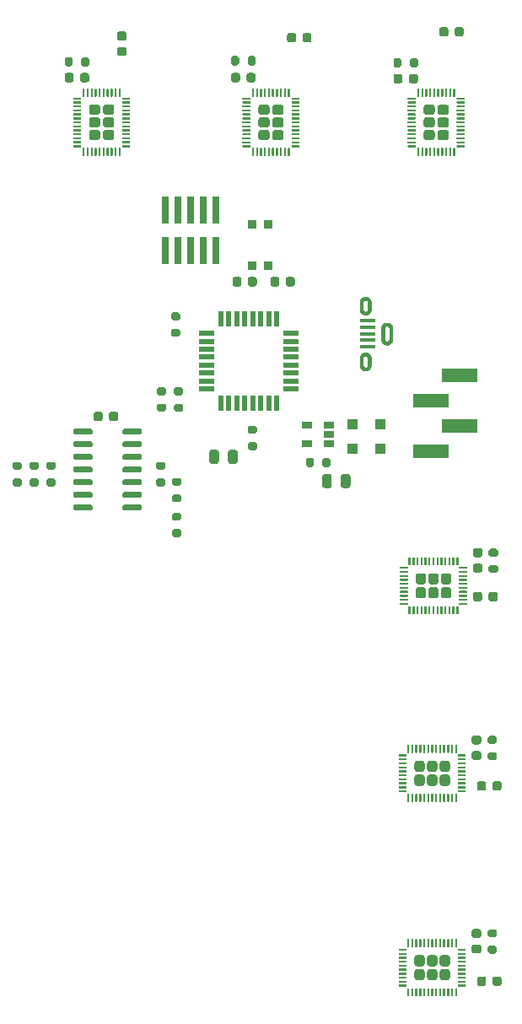
<source format=gbr>
%TF.GenerationSoftware,KiCad,Pcbnew,(5.1.8)-1*%
%TF.CreationDate,2021-07-31T20:08:39-05:00*%
%TF.ProjectId,DSKY_led_display,44534b59-5f6c-4656-945f-646973706c61,rev?*%
%TF.SameCoordinates,Original*%
%TF.FileFunction,Paste,Top*%
%TF.FilePolarity,Positive*%
%FSLAX46Y46*%
G04 Gerber Fmt 4.6, Leading zero omitted, Abs format (unit mm)*
G04 Created by KiCad (PCBNEW (5.1.8)-1) date 2021-07-31 20:08:39*
%MOMM*%
%LPD*%
G01*
G04 APERTURE LIST*
%ADD10C,0.005000*%
%ADD11C,0.010000*%
%ADD12R,1.500000X0.450000*%
%ADD13R,1.100000X1.100000*%
%ADD14R,3.429990X1.270000*%
%ADD15R,0.650000X2.760000*%
%ADD16R,0.650000X2.750000*%
%ADD17R,0.900000X0.900000*%
%ADD18R,0.550000X1.600000*%
%ADD19R,1.600000X0.550000*%
%ADD20R,1.060000X0.650000*%
G04 APERTURE END LIST*
D10*
%TO.C,J1*%
G36*
X78251205Y-65200581D02*
G01*
X78264289Y-65200238D01*
X78277337Y-65199211D01*
X78290314Y-65197503D01*
X78303183Y-65195118D01*
X78315910Y-65192062D01*
X78328459Y-65188345D01*
X78340797Y-65183976D01*
X78352889Y-65178967D01*
X78364703Y-65173333D01*
X78376205Y-65167087D01*
X78387365Y-65160249D01*
X78398151Y-65152835D01*
X78408535Y-65144867D01*
X78418488Y-65136367D01*
X78427982Y-65127358D01*
X78436991Y-65117864D01*
X78445491Y-65107911D01*
X78453459Y-65097527D01*
X78460873Y-65086741D01*
X78467711Y-65075581D01*
X78473957Y-65064079D01*
X78479591Y-65052265D01*
X78484600Y-65040173D01*
X78488969Y-65027835D01*
X78492686Y-65015286D01*
X78495742Y-65002559D01*
X78498127Y-64989690D01*
X78499835Y-64976713D01*
X78500862Y-64963665D01*
X78501205Y-64950581D01*
X78501205Y-64250581D01*
X78500862Y-64237497D01*
X78499835Y-64224449D01*
X78498127Y-64211472D01*
X78495742Y-64198603D01*
X78492686Y-64185876D01*
X78488969Y-64173327D01*
X78484600Y-64160989D01*
X78479591Y-64148897D01*
X78473957Y-64137083D01*
X78467711Y-64125581D01*
X78460873Y-64114421D01*
X78453459Y-64103635D01*
X78445491Y-64093251D01*
X78436991Y-64083298D01*
X78427982Y-64073804D01*
X78418488Y-64064795D01*
X78408535Y-64056295D01*
X78398151Y-64048327D01*
X78387365Y-64040913D01*
X78376205Y-64034075D01*
X78364703Y-64027829D01*
X78352889Y-64022195D01*
X78340797Y-64017186D01*
X78328459Y-64012817D01*
X78315910Y-64009100D01*
X78303183Y-64006044D01*
X78290314Y-64003659D01*
X78277337Y-64001951D01*
X78264289Y-64000924D01*
X78251205Y-64000581D01*
X78238121Y-64000924D01*
X78225073Y-64001951D01*
X78212096Y-64003659D01*
X78199227Y-64006044D01*
X78186500Y-64009100D01*
X78173951Y-64012817D01*
X78161613Y-64017186D01*
X78149521Y-64022195D01*
X78137707Y-64027829D01*
X78126205Y-64034075D01*
X78115045Y-64040913D01*
X78104259Y-64048327D01*
X78093875Y-64056295D01*
X78083922Y-64064795D01*
X78074428Y-64073804D01*
X78065419Y-64083298D01*
X78056919Y-64093251D01*
X78048951Y-64103635D01*
X78041537Y-64114421D01*
X78034699Y-64125581D01*
X78028453Y-64137083D01*
X78022819Y-64148897D01*
X78017810Y-64160989D01*
X78013441Y-64173327D01*
X78009724Y-64185876D01*
X78006668Y-64198603D01*
X78004283Y-64211472D01*
X78002575Y-64224449D01*
X78001548Y-64237497D01*
X78001205Y-64250581D01*
X78001205Y-64600581D01*
X77701205Y-64600581D01*
X77701205Y-64250581D01*
X77701959Y-64221796D01*
X77704218Y-64193090D01*
X77707976Y-64164542D01*
X77713224Y-64136230D01*
X77719946Y-64108231D01*
X77728124Y-64080622D01*
X77737736Y-64053479D01*
X77748755Y-64026876D01*
X77761151Y-64000886D01*
X77774891Y-63975581D01*
X77789936Y-63951030D01*
X77806246Y-63927299D01*
X77823775Y-63904455D01*
X77842475Y-63882559D01*
X77862296Y-63861672D01*
X77883183Y-63841851D01*
X77905079Y-63823151D01*
X77927923Y-63805622D01*
X77951654Y-63789312D01*
X77976205Y-63774267D01*
X78001510Y-63760527D01*
X78027500Y-63748131D01*
X78054103Y-63737112D01*
X78081246Y-63727500D01*
X78108855Y-63719322D01*
X78136854Y-63712600D01*
X78165166Y-63707352D01*
X78193714Y-63703594D01*
X78222420Y-63701335D01*
X78251205Y-63700581D01*
X78279990Y-63701335D01*
X78308696Y-63703594D01*
X78337244Y-63707352D01*
X78365556Y-63712600D01*
X78393555Y-63719322D01*
X78421164Y-63727500D01*
X78448307Y-63737112D01*
X78474910Y-63748131D01*
X78500900Y-63760527D01*
X78526205Y-63774267D01*
X78550756Y-63789312D01*
X78574487Y-63805622D01*
X78597331Y-63823151D01*
X78619227Y-63841851D01*
X78640114Y-63861672D01*
X78659935Y-63882559D01*
X78678635Y-63904455D01*
X78696164Y-63927299D01*
X78712474Y-63951030D01*
X78727519Y-63975581D01*
X78741259Y-64000886D01*
X78753655Y-64026876D01*
X78764674Y-64053479D01*
X78774286Y-64080622D01*
X78782464Y-64108231D01*
X78789186Y-64136230D01*
X78794434Y-64164542D01*
X78798192Y-64193090D01*
X78800451Y-64221796D01*
X78801205Y-64250581D01*
X78801205Y-64950581D01*
X78800451Y-64979366D01*
X78798192Y-65008072D01*
X78794434Y-65036620D01*
X78789186Y-65064932D01*
X78782464Y-65092931D01*
X78774286Y-65120540D01*
X78764674Y-65147683D01*
X78753655Y-65174286D01*
X78741259Y-65200276D01*
X78727519Y-65225581D01*
X78712474Y-65250132D01*
X78696164Y-65273863D01*
X78678635Y-65296707D01*
X78659935Y-65318603D01*
X78640114Y-65339490D01*
X78619227Y-65359311D01*
X78597331Y-65378011D01*
X78574487Y-65395540D01*
X78550756Y-65411850D01*
X78526205Y-65426895D01*
X78500900Y-65440635D01*
X78474910Y-65453031D01*
X78448307Y-65464050D01*
X78421164Y-65473662D01*
X78393555Y-65481840D01*
X78365556Y-65488562D01*
X78337244Y-65493810D01*
X78308696Y-65497568D01*
X78279990Y-65499827D01*
X78251205Y-65500581D01*
X78222420Y-65499827D01*
X78193714Y-65497568D01*
X78165166Y-65493810D01*
X78136854Y-65488562D01*
X78108855Y-65481840D01*
X78081246Y-65473662D01*
X78054103Y-65464050D01*
X78027500Y-65453031D01*
X78001510Y-65440635D01*
X77976205Y-65426895D01*
X77951654Y-65411850D01*
X77927923Y-65395540D01*
X77905079Y-65378011D01*
X77883183Y-65359311D01*
X77862296Y-65339490D01*
X77842475Y-65318603D01*
X77823775Y-65296707D01*
X77806246Y-65273863D01*
X77789936Y-65250132D01*
X77774891Y-65225581D01*
X77761151Y-65200276D01*
X77748755Y-65174286D01*
X77737736Y-65147683D01*
X77728124Y-65120540D01*
X77719946Y-65092931D01*
X77713224Y-65064932D01*
X77707976Y-65036620D01*
X77704218Y-65008072D01*
X77701959Y-64979366D01*
X77701205Y-64950581D01*
X77701205Y-64600581D01*
X78001205Y-64600581D01*
X78001205Y-64950581D01*
X78001548Y-64963665D01*
X78002575Y-64976713D01*
X78004283Y-64989690D01*
X78006668Y-65002559D01*
X78009724Y-65015286D01*
X78013441Y-65027835D01*
X78017810Y-65040173D01*
X78022819Y-65052265D01*
X78028453Y-65064079D01*
X78034699Y-65075581D01*
X78041537Y-65086741D01*
X78048951Y-65097527D01*
X78056919Y-65107911D01*
X78065419Y-65117864D01*
X78074428Y-65127358D01*
X78083922Y-65136367D01*
X78093875Y-65144867D01*
X78104259Y-65152835D01*
X78115045Y-65160249D01*
X78126205Y-65167087D01*
X78137707Y-65173333D01*
X78149521Y-65178967D01*
X78161613Y-65183976D01*
X78173951Y-65188345D01*
X78186500Y-65192062D01*
X78199227Y-65195118D01*
X78212096Y-65197503D01*
X78225073Y-65199211D01*
X78238121Y-65200238D01*
X78251205Y-65200581D01*
G37*
X78251205Y-65200581D02*
X78264289Y-65200238D01*
X78277337Y-65199211D01*
X78290314Y-65197503D01*
X78303183Y-65195118D01*
X78315910Y-65192062D01*
X78328459Y-65188345D01*
X78340797Y-65183976D01*
X78352889Y-65178967D01*
X78364703Y-65173333D01*
X78376205Y-65167087D01*
X78387365Y-65160249D01*
X78398151Y-65152835D01*
X78408535Y-65144867D01*
X78418488Y-65136367D01*
X78427982Y-65127358D01*
X78436991Y-65117864D01*
X78445491Y-65107911D01*
X78453459Y-65097527D01*
X78460873Y-65086741D01*
X78467711Y-65075581D01*
X78473957Y-65064079D01*
X78479591Y-65052265D01*
X78484600Y-65040173D01*
X78488969Y-65027835D01*
X78492686Y-65015286D01*
X78495742Y-65002559D01*
X78498127Y-64989690D01*
X78499835Y-64976713D01*
X78500862Y-64963665D01*
X78501205Y-64950581D01*
X78501205Y-64250581D01*
X78500862Y-64237497D01*
X78499835Y-64224449D01*
X78498127Y-64211472D01*
X78495742Y-64198603D01*
X78492686Y-64185876D01*
X78488969Y-64173327D01*
X78484600Y-64160989D01*
X78479591Y-64148897D01*
X78473957Y-64137083D01*
X78467711Y-64125581D01*
X78460873Y-64114421D01*
X78453459Y-64103635D01*
X78445491Y-64093251D01*
X78436991Y-64083298D01*
X78427982Y-64073804D01*
X78418488Y-64064795D01*
X78408535Y-64056295D01*
X78398151Y-64048327D01*
X78387365Y-64040913D01*
X78376205Y-64034075D01*
X78364703Y-64027829D01*
X78352889Y-64022195D01*
X78340797Y-64017186D01*
X78328459Y-64012817D01*
X78315910Y-64009100D01*
X78303183Y-64006044D01*
X78290314Y-64003659D01*
X78277337Y-64001951D01*
X78264289Y-64000924D01*
X78251205Y-64000581D01*
X78238121Y-64000924D01*
X78225073Y-64001951D01*
X78212096Y-64003659D01*
X78199227Y-64006044D01*
X78186500Y-64009100D01*
X78173951Y-64012817D01*
X78161613Y-64017186D01*
X78149521Y-64022195D01*
X78137707Y-64027829D01*
X78126205Y-64034075D01*
X78115045Y-64040913D01*
X78104259Y-64048327D01*
X78093875Y-64056295D01*
X78083922Y-64064795D01*
X78074428Y-64073804D01*
X78065419Y-64083298D01*
X78056919Y-64093251D01*
X78048951Y-64103635D01*
X78041537Y-64114421D01*
X78034699Y-64125581D01*
X78028453Y-64137083D01*
X78022819Y-64148897D01*
X78017810Y-64160989D01*
X78013441Y-64173327D01*
X78009724Y-64185876D01*
X78006668Y-64198603D01*
X78004283Y-64211472D01*
X78002575Y-64224449D01*
X78001548Y-64237497D01*
X78001205Y-64250581D01*
X78001205Y-64600581D01*
X77701205Y-64600581D01*
X77701205Y-64250581D01*
X77701959Y-64221796D01*
X77704218Y-64193090D01*
X77707976Y-64164542D01*
X77713224Y-64136230D01*
X77719946Y-64108231D01*
X77728124Y-64080622D01*
X77737736Y-64053479D01*
X77748755Y-64026876D01*
X77761151Y-64000886D01*
X77774891Y-63975581D01*
X77789936Y-63951030D01*
X77806246Y-63927299D01*
X77823775Y-63904455D01*
X77842475Y-63882559D01*
X77862296Y-63861672D01*
X77883183Y-63841851D01*
X77905079Y-63823151D01*
X77927923Y-63805622D01*
X77951654Y-63789312D01*
X77976205Y-63774267D01*
X78001510Y-63760527D01*
X78027500Y-63748131D01*
X78054103Y-63737112D01*
X78081246Y-63727500D01*
X78108855Y-63719322D01*
X78136854Y-63712600D01*
X78165166Y-63707352D01*
X78193714Y-63703594D01*
X78222420Y-63701335D01*
X78251205Y-63700581D01*
X78279990Y-63701335D01*
X78308696Y-63703594D01*
X78337244Y-63707352D01*
X78365556Y-63712600D01*
X78393555Y-63719322D01*
X78421164Y-63727500D01*
X78448307Y-63737112D01*
X78474910Y-63748131D01*
X78500900Y-63760527D01*
X78526205Y-63774267D01*
X78550756Y-63789312D01*
X78574487Y-63805622D01*
X78597331Y-63823151D01*
X78619227Y-63841851D01*
X78640114Y-63861672D01*
X78659935Y-63882559D01*
X78678635Y-63904455D01*
X78696164Y-63927299D01*
X78712474Y-63951030D01*
X78727519Y-63975581D01*
X78741259Y-64000886D01*
X78753655Y-64026876D01*
X78764674Y-64053479D01*
X78774286Y-64080622D01*
X78782464Y-64108231D01*
X78789186Y-64136230D01*
X78794434Y-64164542D01*
X78798192Y-64193090D01*
X78800451Y-64221796D01*
X78801205Y-64250581D01*
X78801205Y-64950581D01*
X78800451Y-64979366D01*
X78798192Y-65008072D01*
X78794434Y-65036620D01*
X78789186Y-65064932D01*
X78782464Y-65092931D01*
X78774286Y-65120540D01*
X78764674Y-65147683D01*
X78753655Y-65174286D01*
X78741259Y-65200276D01*
X78727519Y-65225581D01*
X78712474Y-65250132D01*
X78696164Y-65273863D01*
X78678635Y-65296707D01*
X78659935Y-65318603D01*
X78640114Y-65339490D01*
X78619227Y-65359311D01*
X78597331Y-65378011D01*
X78574487Y-65395540D01*
X78550756Y-65411850D01*
X78526205Y-65426895D01*
X78500900Y-65440635D01*
X78474910Y-65453031D01*
X78448307Y-65464050D01*
X78421164Y-65473662D01*
X78393555Y-65481840D01*
X78365556Y-65488562D01*
X78337244Y-65493810D01*
X78308696Y-65497568D01*
X78279990Y-65499827D01*
X78251205Y-65500581D01*
X78222420Y-65499827D01*
X78193714Y-65497568D01*
X78165166Y-65493810D01*
X78136854Y-65488562D01*
X78108855Y-65481840D01*
X78081246Y-65473662D01*
X78054103Y-65464050D01*
X78027500Y-65453031D01*
X78001510Y-65440635D01*
X77976205Y-65426895D01*
X77951654Y-65411850D01*
X77927923Y-65395540D01*
X77905079Y-65378011D01*
X77883183Y-65359311D01*
X77862296Y-65339490D01*
X77842475Y-65318603D01*
X77823775Y-65296707D01*
X77806246Y-65273863D01*
X77789936Y-65250132D01*
X77774891Y-65225581D01*
X77761151Y-65200276D01*
X77748755Y-65174286D01*
X77737736Y-65147683D01*
X77728124Y-65120540D01*
X77719946Y-65092931D01*
X77713224Y-65064932D01*
X77707976Y-65036620D01*
X77704218Y-65008072D01*
X77701959Y-64979366D01*
X77701205Y-64950581D01*
X77701205Y-64600581D01*
X78001205Y-64600581D01*
X78001205Y-64950581D01*
X78001548Y-64963665D01*
X78002575Y-64976713D01*
X78004283Y-64989690D01*
X78006668Y-65002559D01*
X78009724Y-65015286D01*
X78013441Y-65027835D01*
X78017810Y-65040173D01*
X78022819Y-65052265D01*
X78028453Y-65064079D01*
X78034699Y-65075581D01*
X78041537Y-65086741D01*
X78048951Y-65097527D01*
X78056919Y-65107911D01*
X78065419Y-65117864D01*
X78074428Y-65127358D01*
X78083922Y-65136367D01*
X78093875Y-65144867D01*
X78104259Y-65152835D01*
X78115045Y-65160249D01*
X78126205Y-65167087D01*
X78137707Y-65173333D01*
X78149521Y-65178967D01*
X78161613Y-65183976D01*
X78173951Y-65188345D01*
X78186500Y-65192062D01*
X78199227Y-65195118D01*
X78212096Y-65197503D01*
X78225073Y-65199211D01*
X78238121Y-65200238D01*
X78251205Y-65200581D01*
G36*
X78250000Y-70800000D02*
G01*
X78263084Y-70799657D01*
X78276132Y-70798630D01*
X78289109Y-70796922D01*
X78301978Y-70794537D01*
X78314705Y-70791481D01*
X78327254Y-70787764D01*
X78339592Y-70783395D01*
X78351684Y-70778386D01*
X78363498Y-70772752D01*
X78375000Y-70766506D01*
X78386160Y-70759668D01*
X78396946Y-70752254D01*
X78407330Y-70744286D01*
X78417283Y-70735786D01*
X78426777Y-70726777D01*
X78435786Y-70717283D01*
X78444286Y-70707330D01*
X78452254Y-70696946D01*
X78459668Y-70686160D01*
X78466506Y-70675000D01*
X78472752Y-70663498D01*
X78478386Y-70651684D01*
X78483395Y-70639592D01*
X78487764Y-70627254D01*
X78491481Y-70614705D01*
X78494537Y-70601978D01*
X78496922Y-70589109D01*
X78498630Y-70576132D01*
X78499657Y-70563084D01*
X78500000Y-70550000D01*
X78500000Y-69850000D01*
X78499657Y-69836916D01*
X78498630Y-69823868D01*
X78496922Y-69810891D01*
X78494537Y-69798022D01*
X78491481Y-69785295D01*
X78487764Y-69772746D01*
X78483395Y-69760408D01*
X78478386Y-69748316D01*
X78472752Y-69736502D01*
X78466506Y-69725000D01*
X78459668Y-69713840D01*
X78452254Y-69703054D01*
X78444286Y-69692670D01*
X78435786Y-69682717D01*
X78426777Y-69673223D01*
X78417283Y-69664214D01*
X78407330Y-69655714D01*
X78396946Y-69647746D01*
X78386160Y-69640332D01*
X78375000Y-69633494D01*
X78363498Y-69627248D01*
X78351684Y-69621614D01*
X78339592Y-69616605D01*
X78327254Y-69612236D01*
X78314705Y-69608519D01*
X78301978Y-69605463D01*
X78289109Y-69603078D01*
X78276132Y-69601370D01*
X78263084Y-69600343D01*
X78250000Y-69600000D01*
X78236916Y-69600343D01*
X78223868Y-69601370D01*
X78210891Y-69603078D01*
X78198022Y-69605463D01*
X78185295Y-69608519D01*
X78172746Y-69612236D01*
X78160408Y-69616605D01*
X78148316Y-69621614D01*
X78136502Y-69627248D01*
X78125000Y-69633494D01*
X78113840Y-69640332D01*
X78103054Y-69647746D01*
X78092670Y-69655714D01*
X78082717Y-69664214D01*
X78073223Y-69673223D01*
X78064214Y-69682717D01*
X78055714Y-69692670D01*
X78047746Y-69703054D01*
X78040332Y-69713840D01*
X78033494Y-69725000D01*
X78027248Y-69736502D01*
X78021614Y-69748316D01*
X78016605Y-69760408D01*
X78012236Y-69772746D01*
X78008519Y-69785295D01*
X78005463Y-69798022D01*
X78003078Y-69810891D01*
X78001370Y-69823868D01*
X78000343Y-69836916D01*
X78000000Y-69850000D01*
X78000000Y-70200000D01*
X77700000Y-70200000D01*
X77700000Y-69850000D01*
X77700754Y-69821215D01*
X77703013Y-69792509D01*
X77706771Y-69763961D01*
X77712019Y-69735649D01*
X77718741Y-69707650D01*
X77726919Y-69680041D01*
X77736531Y-69652898D01*
X77747550Y-69626295D01*
X77759946Y-69600305D01*
X77773686Y-69575000D01*
X77788731Y-69550449D01*
X77805041Y-69526718D01*
X77822570Y-69503874D01*
X77841270Y-69481978D01*
X77861091Y-69461091D01*
X77881978Y-69441270D01*
X77903874Y-69422570D01*
X77926718Y-69405041D01*
X77950449Y-69388731D01*
X77975000Y-69373686D01*
X78000305Y-69359946D01*
X78026295Y-69347550D01*
X78052898Y-69336531D01*
X78080041Y-69326919D01*
X78107650Y-69318741D01*
X78135649Y-69312019D01*
X78163961Y-69306771D01*
X78192509Y-69303013D01*
X78221215Y-69300754D01*
X78250000Y-69300000D01*
X78278785Y-69300754D01*
X78307491Y-69303013D01*
X78336039Y-69306771D01*
X78364351Y-69312019D01*
X78392350Y-69318741D01*
X78419959Y-69326919D01*
X78447102Y-69336531D01*
X78473705Y-69347550D01*
X78499695Y-69359946D01*
X78525000Y-69373686D01*
X78549551Y-69388731D01*
X78573282Y-69405041D01*
X78596126Y-69422570D01*
X78618022Y-69441270D01*
X78638909Y-69461091D01*
X78658730Y-69481978D01*
X78677430Y-69503874D01*
X78694959Y-69526718D01*
X78711269Y-69550449D01*
X78726314Y-69575000D01*
X78740054Y-69600305D01*
X78752450Y-69626295D01*
X78763469Y-69652898D01*
X78773081Y-69680041D01*
X78781259Y-69707650D01*
X78787981Y-69735649D01*
X78793229Y-69763961D01*
X78796987Y-69792509D01*
X78799246Y-69821215D01*
X78800000Y-69850000D01*
X78800000Y-70550000D01*
X78799246Y-70578785D01*
X78796987Y-70607491D01*
X78793229Y-70636039D01*
X78787981Y-70664351D01*
X78781259Y-70692350D01*
X78773081Y-70719959D01*
X78763469Y-70747102D01*
X78752450Y-70773705D01*
X78740054Y-70799695D01*
X78726314Y-70825000D01*
X78711269Y-70849551D01*
X78694959Y-70873282D01*
X78677430Y-70896126D01*
X78658730Y-70918022D01*
X78638909Y-70938909D01*
X78618022Y-70958730D01*
X78596126Y-70977430D01*
X78573282Y-70994959D01*
X78549551Y-71011269D01*
X78525000Y-71026314D01*
X78499695Y-71040054D01*
X78473705Y-71052450D01*
X78447102Y-71063469D01*
X78419959Y-71073081D01*
X78392350Y-71081259D01*
X78364351Y-71087981D01*
X78336039Y-71093229D01*
X78307491Y-71096987D01*
X78278785Y-71099246D01*
X78250000Y-71100000D01*
X78221215Y-71099246D01*
X78192509Y-71096987D01*
X78163961Y-71093229D01*
X78135649Y-71087981D01*
X78107650Y-71081259D01*
X78080041Y-71073081D01*
X78052898Y-71063469D01*
X78026295Y-71052450D01*
X78000305Y-71040054D01*
X77975000Y-71026314D01*
X77950449Y-71011269D01*
X77926718Y-70994959D01*
X77903874Y-70977430D01*
X77881978Y-70958730D01*
X77861091Y-70938909D01*
X77841270Y-70918022D01*
X77822570Y-70896126D01*
X77805041Y-70873282D01*
X77788731Y-70849551D01*
X77773686Y-70825000D01*
X77759946Y-70799695D01*
X77747550Y-70773705D01*
X77736531Y-70747102D01*
X77726919Y-70719959D01*
X77718741Y-70692350D01*
X77712019Y-70664351D01*
X77706771Y-70636039D01*
X77703013Y-70607491D01*
X77700754Y-70578785D01*
X77700000Y-70550000D01*
X77700000Y-70200000D01*
X78000000Y-70200000D01*
X78000000Y-70550000D01*
X78000343Y-70563084D01*
X78001370Y-70576132D01*
X78003078Y-70589109D01*
X78005463Y-70601978D01*
X78008519Y-70614705D01*
X78012236Y-70627254D01*
X78016605Y-70639592D01*
X78021614Y-70651684D01*
X78027248Y-70663498D01*
X78033494Y-70675000D01*
X78040332Y-70686160D01*
X78047746Y-70696946D01*
X78055714Y-70707330D01*
X78064214Y-70717283D01*
X78073223Y-70726777D01*
X78082717Y-70735786D01*
X78092670Y-70744286D01*
X78103054Y-70752254D01*
X78113840Y-70759668D01*
X78125000Y-70766506D01*
X78136502Y-70772752D01*
X78148316Y-70778386D01*
X78160408Y-70783395D01*
X78172746Y-70787764D01*
X78185295Y-70791481D01*
X78198022Y-70794537D01*
X78210891Y-70796922D01*
X78223868Y-70798630D01*
X78236916Y-70799657D01*
X78250000Y-70800000D01*
G37*
X78250000Y-70800000D02*
X78263084Y-70799657D01*
X78276132Y-70798630D01*
X78289109Y-70796922D01*
X78301978Y-70794537D01*
X78314705Y-70791481D01*
X78327254Y-70787764D01*
X78339592Y-70783395D01*
X78351684Y-70778386D01*
X78363498Y-70772752D01*
X78375000Y-70766506D01*
X78386160Y-70759668D01*
X78396946Y-70752254D01*
X78407330Y-70744286D01*
X78417283Y-70735786D01*
X78426777Y-70726777D01*
X78435786Y-70717283D01*
X78444286Y-70707330D01*
X78452254Y-70696946D01*
X78459668Y-70686160D01*
X78466506Y-70675000D01*
X78472752Y-70663498D01*
X78478386Y-70651684D01*
X78483395Y-70639592D01*
X78487764Y-70627254D01*
X78491481Y-70614705D01*
X78494537Y-70601978D01*
X78496922Y-70589109D01*
X78498630Y-70576132D01*
X78499657Y-70563084D01*
X78500000Y-70550000D01*
X78500000Y-69850000D01*
X78499657Y-69836916D01*
X78498630Y-69823868D01*
X78496922Y-69810891D01*
X78494537Y-69798022D01*
X78491481Y-69785295D01*
X78487764Y-69772746D01*
X78483395Y-69760408D01*
X78478386Y-69748316D01*
X78472752Y-69736502D01*
X78466506Y-69725000D01*
X78459668Y-69713840D01*
X78452254Y-69703054D01*
X78444286Y-69692670D01*
X78435786Y-69682717D01*
X78426777Y-69673223D01*
X78417283Y-69664214D01*
X78407330Y-69655714D01*
X78396946Y-69647746D01*
X78386160Y-69640332D01*
X78375000Y-69633494D01*
X78363498Y-69627248D01*
X78351684Y-69621614D01*
X78339592Y-69616605D01*
X78327254Y-69612236D01*
X78314705Y-69608519D01*
X78301978Y-69605463D01*
X78289109Y-69603078D01*
X78276132Y-69601370D01*
X78263084Y-69600343D01*
X78250000Y-69600000D01*
X78236916Y-69600343D01*
X78223868Y-69601370D01*
X78210891Y-69603078D01*
X78198022Y-69605463D01*
X78185295Y-69608519D01*
X78172746Y-69612236D01*
X78160408Y-69616605D01*
X78148316Y-69621614D01*
X78136502Y-69627248D01*
X78125000Y-69633494D01*
X78113840Y-69640332D01*
X78103054Y-69647746D01*
X78092670Y-69655714D01*
X78082717Y-69664214D01*
X78073223Y-69673223D01*
X78064214Y-69682717D01*
X78055714Y-69692670D01*
X78047746Y-69703054D01*
X78040332Y-69713840D01*
X78033494Y-69725000D01*
X78027248Y-69736502D01*
X78021614Y-69748316D01*
X78016605Y-69760408D01*
X78012236Y-69772746D01*
X78008519Y-69785295D01*
X78005463Y-69798022D01*
X78003078Y-69810891D01*
X78001370Y-69823868D01*
X78000343Y-69836916D01*
X78000000Y-69850000D01*
X78000000Y-70200000D01*
X77700000Y-70200000D01*
X77700000Y-69850000D01*
X77700754Y-69821215D01*
X77703013Y-69792509D01*
X77706771Y-69763961D01*
X77712019Y-69735649D01*
X77718741Y-69707650D01*
X77726919Y-69680041D01*
X77736531Y-69652898D01*
X77747550Y-69626295D01*
X77759946Y-69600305D01*
X77773686Y-69575000D01*
X77788731Y-69550449D01*
X77805041Y-69526718D01*
X77822570Y-69503874D01*
X77841270Y-69481978D01*
X77861091Y-69461091D01*
X77881978Y-69441270D01*
X77903874Y-69422570D01*
X77926718Y-69405041D01*
X77950449Y-69388731D01*
X77975000Y-69373686D01*
X78000305Y-69359946D01*
X78026295Y-69347550D01*
X78052898Y-69336531D01*
X78080041Y-69326919D01*
X78107650Y-69318741D01*
X78135649Y-69312019D01*
X78163961Y-69306771D01*
X78192509Y-69303013D01*
X78221215Y-69300754D01*
X78250000Y-69300000D01*
X78278785Y-69300754D01*
X78307491Y-69303013D01*
X78336039Y-69306771D01*
X78364351Y-69312019D01*
X78392350Y-69318741D01*
X78419959Y-69326919D01*
X78447102Y-69336531D01*
X78473705Y-69347550D01*
X78499695Y-69359946D01*
X78525000Y-69373686D01*
X78549551Y-69388731D01*
X78573282Y-69405041D01*
X78596126Y-69422570D01*
X78618022Y-69441270D01*
X78638909Y-69461091D01*
X78658730Y-69481978D01*
X78677430Y-69503874D01*
X78694959Y-69526718D01*
X78711269Y-69550449D01*
X78726314Y-69575000D01*
X78740054Y-69600305D01*
X78752450Y-69626295D01*
X78763469Y-69652898D01*
X78773081Y-69680041D01*
X78781259Y-69707650D01*
X78787981Y-69735649D01*
X78793229Y-69763961D01*
X78796987Y-69792509D01*
X78799246Y-69821215D01*
X78800000Y-69850000D01*
X78800000Y-70550000D01*
X78799246Y-70578785D01*
X78796987Y-70607491D01*
X78793229Y-70636039D01*
X78787981Y-70664351D01*
X78781259Y-70692350D01*
X78773081Y-70719959D01*
X78763469Y-70747102D01*
X78752450Y-70773705D01*
X78740054Y-70799695D01*
X78726314Y-70825000D01*
X78711269Y-70849551D01*
X78694959Y-70873282D01*
X78677430Y-70896126D01*
X78658730Y-70918022D01*
X78638909Y-70938909D01*
X78618022Y-70958730D01*
X78596126Y-70977430D01*
X78573282Y-70994959D01*
X78549551Y-71011269D01*
X78525000Y-71026314D01*
X78499695Y-71040054D01*
X78473705Y-71052450D01*
X78447102Y-71063469D01*
X78419959Y-71073081D01*
X78392350Y-71081259D01*
X78364351Y-71087981D01*
X78336039Y-71093229D01*
X78307491Y-71096987D01*
X78278785Y-71099246D01*
X78250000Y-71100000D01*
X78221215Y-71099246D01*
X78192509Y-71096987D01*
X78163961Y-71093229D01*
X78135649Y-71087981D01*
X78107650Y-71081259D01*
X78080041Y-71073081D01*
X78052898Y-71063469D01*
X78026295Y-71052450D01*
X78000305Y-71040054D01*
X77975000Y-71026314D01*
X77950449Y-71011269D01*
X77926718Y-70994959D01*
X77903874Y-70977430D01*
X77881978Y-70958730D01*
X77861091Y-70938909D01*
X77841270Y-70918022D01*
X77822570Y-70896126D01*
X77805041Y-70873282D01*
X77788731Y-70849551D01*
X77773686Y-70825000D01*
X77759946Y-70799695D01*
X77747550Y-70773705D01*
X77736531Y-70747102D01*
X77726919Y-70719959D01*
X77718741Y-70692350D01*
X77712019Y-70664351D01*
X77706771Y-70636039D01*
X77703013Y-70607491D01*
X77700754Y-70578785D01*
X77700000Y-70550000D01*
X77700000Y-70200000D01*
X78000000Y-70200000D01*
X78000000Y-70550000D01*
X78000343Y-70563084D01*
X78001370Y-70576132D01*
X78003078Y-70589109D01*
X78005463Y-70601978D01*
X78008519Y-70614705D01*
X78012236Y-70627254D01*
X78016605Y-70639592D01*
X78021614Y-70651684D01*
X78027248Y-70663498D01*
X78033494Y-70675000D01*
X78040332Y-70686160D01*
X78047746Y-70696946D01*
X78055714Y-70707330D01*
X78064214Y-70717283D01*
X78073223Y-70726777D01*
X78082717Y-70735786D01*
X78092670Y-70744286D01*
X78103054Y-70752254D01*
X78113840Y-70759668D01*
X78125000Y-70766506D01*
X78136502Y-70772752D01*
X78148316Y-70778386D01*
X78160408Y-70783395D01*
X78172746Y-70787764D01*
X78185295Y-70791481D01*
X78198022Y-70794537D01*
X78210891Y-70796922D01*
X78223868Y-70798630D01*
X78236916Y-70799657D01*
X78250000Y-70800000D01*
G36*
X80150000Y-67400000D02*
G01*
X79850000Y-67400000D01*
X79850000Y-67950000D01*
X79850754Y-67978785D01*
X79853013Y-68007491D01*
X79856771Y-68036039D01*
X79862019Y-68064351D01*
X79868741Y-68092350D01*
X79876919Y-68119959D01*
X79886531Y-68147102D01*
X79897550Y-68173705D01*
X79909946Y-68199695D01*
X79923686Y-68225000D01*
X79938731Y-68249551D01*
X79955041Y-68273282D01*
X79972570Y-68296126D01*
X79991270Y-68318022D01*
X80011091Y-68338909D01*
X80031978Y-68358730D01*
X80053874Y-68377430D01*
X80076718Y-68394959D01*
X80100449Y-68411269D01*
X80125000Y-68426314D01*
X80150305Y-68440054D01*
X80176295Y-68452450D01*
X80202898Y-68463469D01*
X80230041Y-68473081D01*
X80257650Y-68481259D01*
X80285649Y-68487981D01*
X80313961Y-68493229D01*
X80342509Y-68496987D01*
X80371215Y-68499246D01*
X80400000Y-68500000D01*
X80428785Y-68499246D01*
X80457491Y-68496987D01*
X80486039Y-68493229D01*
X80514351Y-68487981D01*
X80542350Y-68481259D01*
X80569959Y-68473081D01*
X80597102Y-68463469D01*
X80623705Y-68452450D01*
X80649695Y-68440054D01*
X80675000Y-68426314D01*
X80699551Y-68411269D01*
X80723282Y-68394959D01*
X80746126Y-68377430D01*
X80768022Y-68358730D01*
X80788909Y-68338909D01*
X80808730Y-68318022D01*
X80827430Y-68296126D01*
X80844959Y-68273282D01*
X80861269Y-68249551D01*
X80876314Y-68225000D01*
X80890054Y-68199695D01*
X80902450Y-68173705D01*
X80913469Y-68147102D01*
X80923081Y-68119959D01*
X80931259Y-68092350D01*
X80937981Y-68064351D01*
X80943229Y-68036039D01*
X80946987Y-68007491D01*
X80949246Y-67978785D01*
X80950000Y-67950000D01*
X80950000Y-66850000D01*
X80949246Y-66821215D01*
X80946987Y-66792509D01*
X80943229Y-66763961D01*
X80937981Y-66735649D01*
X80931259Y-66707650D01*
X80923081Y-66680041D01*
X80913469Y-66652898D01*
X80902450Y-66626295D01*
X80890054Y-66600305D01*
X80876314Y-66575000D01*
X80861269Y-66550449D01*
X80844959Y-66526718D01*
X80827430Y-66503874D01*
X80808730Y-66481978D01*
X80788909Y-66461091D01*
X80768022Y-66441270D01*
X80746126Y-66422570D01*
X80723282Y-66405041D01*
X80699551Y-66388731D01*
X80675000Y-66373686D01*
X80649695Y-66359946D01*
X80623705Y-66347550D01*
X80597102Y-66336531D01*
X80569959Y-66326919D01*
X80542350Y-66318741D01*
X80514351Y-66312019D01*
X80486039Y-66306771D01*
X80457491Y-66303013D01*
X80428785Y-66300754D01*
X80400000Y-66300000D01*
X80371215Y-66300754D01*
X80342509Y-66303013D01*
X80313961Y-66306771D01*
X80285649Y-66312019D01*
X80257650Y-66318741D01*
X80230041Y-66326919D01*
X80202898Y-66336531D01*
X80176295Y-66347550D01*
X80150305Y-66359946D01*
X80125000Y-66373686D01*
X80100449Y-66388731D01*
X80076718Y-66405041D01*
X80053874Y-66422570D01*
X80031978Y-66441270D01*
X80011091Y-66461091D01*
X79991270Y-66481978D01*
X79972570Y-66503874D01*
X79955041Y-66526718D01*
X79938731Y-66550449D01*
X79923686Y-66575000D01*
X79909946Y-66600305D01*
X79897550Y-66626295D01*
X79886531Y-66652898D01*
X79876919Y-66680041D01*
X79868741Y-66707650D01*
X79862019Y-66735649D01*
X79856771Y-66763961D01*
X79853013Y-66792509D01*
X79850754Y-66821215D01*
X79850000Y-66850000D01*
X79850000Y-67400000D01*
X80150000Y-67400000D01*
X80150000Y-66850000D01*
X80150343Y-66836916D01*
X80151370Y-66823868D01*
X80153078Y-66810891D01*
X80155463Y-66798022D01*
X80158519Y-66785295D01*
X80162236Y-66772746D01*
X80166605Y-66760408D01*
X80171614Y-66748316D01*
X80177248Y-66736502D01*
X80183494Y-66725000D01*
X80190332Y-66713840D01*
X80197746Y-66703054D01*
X80205714Y-66692670D01*
X80214214Y-66682717D01*
X80223223Y-66673223D01*
X80232717Y-66664214D01*
X80242670Y-66655714D01*
X80253054Y-66647746D01*
X80263840Y-66640332D01*
X80275000Y-66633494D01*
X80286502Y-66627248D01*
X80298316Y-66621614D01*
X80310408Y-66616605D01*
X80322746Y-66612236D01*
X80335295Y-66608519D01*
X80348022Y-66605463D01*
X80360891Y-66603078D01*
X80373868Y-66601370D01*
X80386916Y-66600343D01*
X80400000Y-66600000D01*
X80413084Y-66600343D01*
X80426132Y-66601370D01*
X80439109Y-66603078D01*
X80451978Y-66605463D01*
X80464705Y-66608519D01*
X80477254Y-66612236D01*
X80489592Y-66616605D01*
X80501684Y-66621614D01*
X80513498Y-66627248D01*
X80525000Y-66633494D01*
X80536160Y-66640332D01*
X80546946Y-66647746D01*
X80557330Y-66655714D01*
X80567283Y-66664214D01*
X80576777Y-66673223D01*
X80585786Y-66682717D01*
X80594286Y-66692670D01*
X80602254Y-66703054D01*
X80609668Y-66713840D01*
X80616506Y-66725000D01*
X80622752Y-66736502D01*
X80628386Y-66748316D01*
X80633395Y-66760408D01*
X80637764Y-66772746D01*
X80641481Y-66785295D01*
X80644537Y-66798022D01*
X80646922Y-66810891D01*
X80648630Y-66823868D01*
X80649657Y-66836916D01*
X80650000Y-66850000D01*
X80650000Y-67950000D01*
X80649657Y-67963084D01*
X80648630Y-67976132D01*
X80646922Y-67989109D01*
X80644537Y-68001978D01*
X80641481Y-68014705D01*
X80637764Y-68027254D01*
X80633395Y-68039592D01*
X80628386Y-68051684D01*
X80622752Y-68063498D01*
X80616506Y-68075000D01*
X80609668Y-68086160D01*
X80602254Y-68096946D01*
X80594286Y-68107330D01*
X80585786Y-68117283D01*
X80576777Y-68126777D01*
X80567283Y-68135786D01*
X80557330Y-68144286D01*
X80546946Y-68152254D01*
X80536160Y-68159668D01*
X80525000Y-68166506D01*
X80513498Y-68172752D01*
X80501684Y-68178386D01*
X80489592Y-68183395D01*
X80477254Y-68187764D01*
X80464705Y-68191481D01*
X80451978Y-68194537D01*
X80439109Y-68196922D01*
X80426132Y-68198630D01*
X80413084Y-68199657D01*
X80400000Y-68200000D01*
X80386916Y-68199657D01*
X80373868Y-68198630D01*
X80360891Y-68196922D01*
X80348022Y-68194537D01*
X80335295Y-68191481D01*
X80322746Y-68187764D01*
X80310408Y-68183395D01*
X80298316Y-68178386D01*
X80286502Y-68172752D01*
X80275000Y-68166506D01*
X80263840Y-68159668D01*
X80253054Y-68152254D01*
X80242670Y-68144286D01*
X80232717Y-68135786D01*
X80223223Y-68126777D01*
X80214214Y-68117283D01*
X80205714Y-68107330D01*
X80197746Y-68096946D01*
X80190332Y-68086160D01*
X80183494Y-68075000D01*
X80177248Y-68063498D01*
X80171614Y-68051684D01*
X80166605Y-68039592D01*
X80162236Y-68027254D01*
X80158519Y-68014705D01*
X80155463Y-68001978D01*
X80153078Y-67989109D01*
X80151370Y-67976132D01*
X80150343Y-67963084D01*
X80150000Y-67950000D01*
X80150000Y-67400000D01*
G37*
X80150000Y-67400000D02*
X79850000Y-67400000D01*
X79850000Y-67950000D01*
X79850754Y-67978785D01*
X79853013Y-68007491D01*
X79856771Y-68036039D01*
X79862019Y-68064351D01*
X79868741Y-68092350D01*
X79876919Y-68119959D01*
X79886531Y-68147102D01*
X79897550Y-68173705D01*
X79909946Y-68199695D01*
X79923686Y-68225000D01*
X79938731Y-68249551D01*
X79955041Y-68273282D01*
X79972570Y-68296126D01*
X79991270Y-68318022D01*
X80011091Y-68338909D01*
X80031978Y-68358730D01*
X80053874Y-68377430D01*
X80076718Y-68394959D01*
X80100449Y-68411269D01*
X80125000Y-68426314D01*
X80150305Y-68440054D01*
X80176295Y-68452450D01*
X80202898Y-68463469D01*
X80230041Y-68473081D01*
X80257650Y-68481259D01*
X80285649Y-68487981D01*
X80313961Y-68493229D01*
X80342509Y-68496987D01*
X80371215Y-68499246D01*
X80400000Y-68500000D01*
X80428785Y-68499246D01*
X80457491Y-68496987D01*
X80486039Y-68493229D01*
X80514351Y-68487981D01*
X80542350Y-68481259D01*
X80569959Y-68473081D01*
X80597102Y-68463469D01*
X80623705Y-68452450D01*
X80649695Y-68440054D01*
X80675000Y-68426314D01*
X80699551Y-68411269D01*
X80723282Y-68394959D01*
X80746126Y-68377430D01*
X80768022Y-68358730D01*
X80788909Y-68338909D01*
X80808730Y-68318022D01*
X80827430Y-68296126D01*
X80844959Y-68273282D01*
X80861269Y-68249551D01*
X80876314Y-68225000D01*
X80890054Y-68199695D01*
X80902450Y-68173705D01*
X80913469Y-68147102D01*
X80923081Y-68119959D01*
X80931259Y-68092350D01*
X80937981Y-68064351D01*
X80943229Y-68036039D01*
X80946987Y-68007491D01*
X80949246Y-67978785D01*
X80950000Y-67950000D01*
X80950000Y-66850000D01*
X80949246Y-66821215D01*
X80946987Y-66792509D01*
X80943229Y-66763961D01*
X80937981Y-66735649D01*
X80931259Y-66707650D01*
X80923081Y-66680041D01*
X80913469Y-66652898D01*
X80902450Y-66626295D01*
X80890054Y-66600305D01*
X80876314Y-66575000D01*
X80861269Y-66550449D01*
X80844959Y-66526718D01*
X80827430Y-66503874D01*
X80808730Y-66481978D01*
X80788909Y-66461091D01*
X80768022Y-66441270D01*
X80746126Y-66422570D01*
X80723282Y-66405041D01*
X80699551Y-66388731D01*
X80675000Y-66373686D01*
X80649695Y-66359946D01*
X80623705Y-66347550D01*
X80597102Y-66336531D01*
X80569959Y-66326919D01*
X80542350Y-66318741D01*
X80514351Y-66312019D01*
X80486039Y-66306771D01*
X80457491Y-66303013D01*
X80428785Y-66300754D01*
X80400000Y-66300000D01*
X80371215Y-66300754D01*
X80342509Y-66303013D01*
X80313961Y-66306771D01*
X80285649Y-66312019D01*
X80257650Y-66318741D01*
X80230041Y-66326919D01*
X80202898Y-66336531D01*
X80176295Y-66347550D01*
X80150305Y-66359946D01*
X80125000Y-66373686D01*
X80100449Y-66388731D01*
X80076718Y-66405041D01*
X80053874Y-66422570D01*
X80031978Y-66441270D01*
X80011091Y-66461091D01*
X79991270Y-66481978D01*
X79972570Y-66503874D01*
X79955041Y-66526718D01*
X79938731Y-66550449D01*
X79923686Y-66575000D01*
X79909946Y-66600305D01*
X79897550Y-66626295D01*
X79886531Y-66652898D01*
X79876919Y-66680041D01*
X79868741Y-66707650D01*
X79862019Y-66735649D01*
X79856771Y-66763961D01*
X79853013Y-66792509D01*
X79850754Y-66821215D01*
X79850000Y-66850000D01*
X79850000Y-67400000D01*
X80150000Y-67400000D01*
X80150000Y-66850000D01*
X80150343Y-66836916D01*
X80151370Y-66823868D01*
X80153078Y-66810891D01*
X80155463Y-66798022D01*
X80158519Y-66785295D01*
X80162236Y-66772746D01*
X80166605Y-66760408D01*
X80171614Y-66748316D01*
X80177248Y-66736502D01*
X80183494Y-66725000D01*
X80190332Y-66713840D01*
X80197746Y-66703054D01*
X80205714Y-66692670D01*
X80214214Y-66682717D01*
X80223223Y-66673223D01*
X80232717Y-66664214D01*
X80242670Y-66655714D01*
X80253054Y-66647746D01*
X80263840Y-66640332D01*
X80275000Y-66633494D01*
X80286502Y-66627248D01*
X80298316Y-66621614D01*
X80310408Y-66616605D01*
X80322746Y-66612236D01*
X80335295Y-66608519D01*
X80348022Y-66605463D01*
X80360891Y-66603078D01*
X80373868Y-66601370D01*
X80386916Y-66600343D01*
X80400000Y-66600000D01*
X80413084Y-66600343D01*
X80426132Y-66601370D01*
X80439109Y-66603078D01*
X80451978Y-66605463D01*
X80464705Y-66608519D01*
X80477254Y-66612236D01*
X80489592Y-66616605D01*
X80501684Y-66621614D01*
X80513498Y-66627248D01*
X80525000Y-66633494D01*
X80536160Y-66640332D01*
X80546946Y-66647746D01*
X80557330Y-66655714D01*
X80567283Y-66664214D01*
X80576777Y-66673223D01*
X80585786Y-66682717D01*
X80594286Y-66692670D01*
X80602254Y-66703054D01*
X80609668Y-66713840D01*
X80616506Y-66725000D01*
X80622752Y-66736502D01*
X80628386Y-66748316D01*
X80633395Y-66760408D01*
X80637764Y-66772746D01*
X80641481Y-66785295D01*
X80644537Y-66798022D01*
X80646922Y-66810891D01*
X80648630Y-66823868D01*
X80649657Y-66836916D01*
X80650000Y-66850000D01*
X80650000Y-67950000D01*
X80649657Y-67963084D01*
X80648630Y-67976132D01*
X80646922Y-67989109D01*
X80644537Y-68001978D01*
X80641481Y-68014705D01*
X80637764Y-68027254D01*
X80633395Y-68039592D01*
X80628386Y-68051684D01*
X80622752Y-68063498D01*
X80616506Y-68075000D01*
X80609668Y-68086160D01*
X80602254Y-68096946D01*
X80594286Y-68107330D01*
X80585786Y-68117283D01*
X80576777Y-68126777D01*
X80567283Y-68135786D01*
X80557330Y-68144286D01*
X80546946Y-68152254D01*
X80536160Y-68159668D01*
X80525000Y-68166506D01*
X80513498Y-68172752D01*
X80501684Y-68178386D01*
X80489592Y-68183395D01*
X80477254Y-68187764D01*
X80464705Y-68191481D01*
X80451978Y-68194537D01*
X80439109Y-68196922D01*
X80426132Y-68198630D01*
X80413084Y-68199657D01*
X80400000Y-68200000D01*
X80386916Y-68199657D01*
X80373868Y-68198630D01*
X80360891Y-68196922D01*
X80348022Y-68194537D01*
X80335295Y-68191481D01*
X80322746Y-68187764D01*
X80310408Y-68183395D01*
X80298316Y-68178386D01*
X80286502Y-68172752D01*
X80275000Y-68166506D01*
X80263840Y-68159668D01*
X80253054Y-68152254D01*
X80242670Y-68144286D01*
X80232717Y-68135786D01*
X80223223Y-68126777D01*
X80214214Y-68117283D01*
X80205714Y-68107330D01*
X80197746Y-68096946D01*
X80190332Y-68086160D01*
X80183494Y-68075000D01*
X80177248Y-68063498D01*
X80171614Y-68051684D01*
X80166605Y-68039592D01*
X80162236Y-68027254D01*
X80158519Y-68014705D01*
X80155463Y-68001978D01*
X80153078Y-67989109D01*
X80151370Y-67976132D01*
X80150343Y-67963084D01*
X80150000Y-67950000D01*
X80150000Y-67400000D01*
D11*
%TO.C,J3*%
G36*
X83058030Y-79756000D02*
G01*
X83058030Y-78486000D01*
X86488016Y-78486000D01*
X86488016Y-79756000D01*
X83058030Y-79756000D01*
G37*
X83058030Y-79756000D02*
X83058030Y-78486000D01*
X86488016Y-78486000D01*
X86488016Y-79756000D01*
X83058030Y-79756000D01*
G36*
X85978009Y-77216000D02*
G01*
X85978009Y-75946000D01*
X89408000Y-75946000D01*
X89408000Y-77216000D01*
X85978009Y-77216000D01*
G37*
X85978009Y-77216000D02*
X85978009Y-75946000D01*
X89408000Y-75946000D01*
X89408000Y-77216000D01*
X85978009Y-77216000D01*
G36*
X83058030Y-74676000D02*
G01*
X83058030Y-73406000D01*
X86488016Y-73406000D01*
X86488016Y-74676000D01*
X83058030Y-74676000D01*
G37*
X83058030Y-74676000D02*
X83058030Y-73406000D01*
X86488016Y-73406000D01*
X86488016Y-74676000D01*
X83058030Y-74676000D01*
G36*
X85978009Y-72136000D02*
G01*
X85978009Y-70866000D01*
X89408000Y-70866000D01*
X89408000Y-72136000D01*
X85978009Y-72136000D01*
G37*
X85978009Y-72136000D02*
X85978009Y-70866000D01*
X89408000Y-70866000D01*
X89408000Y-72136000D01*
X85978009Y-72136000D01*
%TD*%
%TO.C,R23*%
G36*
G01*
X59575000Y-86175000D02*
X59025000Y-86175000D01*
G75*
G02*
X58825000Y-85975000I0J200000D01*
G01*
X58825000Y-85575000D01*
G75*
G02*
X59025000Y-85375000I200000J0D01*
G01*
X59575000Y-85375000D01*
G75*
G02*
X59775000Y-85575000I0J-200000D01*
G01*
X59775000Y-85975000D01*
G75*
G02*
X59575000Y-86175000I-200000J0D01*
G01*
G37*
G36*
G01*
X59575000Y-87825000D02*
X59025000Y-87825000D01*
G75*
G02*
X58825000Y-87625000I0J200000D01*
G01*
X58825000Y-87225000D01*
G75*
G02*
X59025000Y-87025000I200000J0D01*
G01*
X59575000Y-87025000D01*
G75*
G02*
X59775000Y-87225000I0J-200000D01*
G01*
X59775000Y-87625000D01*
G75*
G02*
X59575000Y-87825000I-200000J0D01*
G01*
G37*
%TD*%
%TO.C,R22*%
G36*
G01*
X43575000Y-81075000D02*
X43025000Y-81075000D01*
G75*
G02*
X42825000Y-80875000I0J200000D01*
G01*
X42825000Y-80475000D01*
G75*
G02*
X43025000Y-80275000I200000J0D01*
G01*
X43575000Y-80275000D01*
G75*
G02*
X43775000Y-80475000I0J-200000D01*
G01*
X43775000Y-80875000D01*
G75*
G02*
X43575000Y-81075000I-200000J0D01*
G01*
G37*
G36*
G01*
X43575000Y-82725000D02*
X43025000Y-82725000D01*
G75*
G02*
X42825000Y-82525000I0J200000D01*
G01*
X42825000Y-82125000D01*
G75*
G02*
X43025000Y-81925000I200000J0D01*
G01*
X43575000Y-81925000D01*
G75*
G02*
X43775000Y-82125000I0J-200000D01*
G01*
X43775000Y-82525000D01*
G75*
G02*
X43575000Y-82725000I-200000J0D01*
G01*
G37*
%TD*%
%TO.C,R21*%
G36*
G01*
X57525000Y-74425000D02*
X58075000Y-74425000D01*
G75*
G02*
X58275000Y-74625000I0J-200000D01*
G01*
X58275000Y-75025000D01*
G75*
G02*
X58075000Y-75225000I-200000J0D01*
G01*
X57525000Y-75225000D01*
G75*
G02*
X57325000Y-75025000I0J200000D01*
G01*
X57325000Y-74625000D01*
G75*
G02*
X57525000Y-74425000I200000J0D01*
G01*
G37*
G36*
G01*
X57525000Y-72775000D02*
X58075000Y-72775000D01*
G75*
G02*
X58275000Y-72975000I0J-200000D01*
G01*
X58275000Y-73375000D01*
G75*
G02*
X58075000Y-73575000I-200000J0D01*
G01*
X57525000Y-73575000D01*
G75*
G02*
X57325000Y-73375000I0J200000D01*
G01*
X57325000Y-72975000D01*
G75*
G02*
X57525000Y-72775000I200000J0D01*
G01*
G37*
%TD*%
%TO.C,R14*%
G36*
G01*
X59225000Y-74425000D02*
X59775000Y-74425000D01*
G75*
G02*
X59975000Y-74625000I0J-200000D01*
G01*
X59975000Y-75025000D01*
G75*
G02*
X59775000Y-75225000I-200000J0D01*
G01*
X59225000Y-75225000D01*
G75*
G02*
X59025000Y-75025000I0J200000D01*
G01*
X59025000Y-74625000D01*
G75*
G02*
X59225000Y-74425000I200000J0D01*
G01*
G37*
G36*
G01*
X59225000Y-72775000D02*
X59775000Y-72775000D01*
G75*
G02*
X59975000Y-72975000I0J-200000D01*
G01*
X59975000Y-73375000D01*
G75*
G02*
X59775000Y-73575000I-200000J0D01*
G01*
X59225000Y-73575000D01*
G75*
G02*
X59025000Y-73375000I0J200000D01*
G01*
X59025000Y-72975000D01*
G75*
G02*
X59225000Y-72775000I200000J0D01*
G01*
G37*
%TD*%
%TO.C,R13*%
G36*
G01*
X58925000Y-66925000D02*
X59475000Y-66925000D01*
G75*
G02*
X59675000Y-67125000I0J-200000D01*
G01*
X59675000Y-67525000D01*
G75*
G02*
X59475000Y-67725000I-200000J0D01*
G01*
X58925000Y-67725000D01*
G75*
G02*
X58725000Y-67525000I0J200000D01*
G01*
X58725000Y-67125000D01*
G75*
G02*
X58925000Y-66925000I200000J0D01*
G01*
G37*
G36*
G01*
X58925000Y-65275000D02*
X59475000Y-65275000D01*
G75*
G02*
X59675000Y-65475000I0J-200000D01*
G01*
X59675000Y-65875000D01*
G75*
G02*
X59475000Y-66075000I-200000J0D01*
G01*
X58925000Y-66075000D01*
G75*
G02*
X58725000Y-65875000I0J200000D01*
G01*
X58725000Y-65475000D01*
G75*
G02*
X58925000Y-65275000I200000J0D01*
G01*
G37*
%TD*%
%TO.C,U9*%
G36*
G01*
X53875000Y-77380000D02*
X53875000Y-77080000D01*
G75*
G02*
X54025000Y-76930000I150000J0D01*
G01*
X55675000Y-76930000D01*
G75*
G02*
X55825000Y-77080000I0J-150000D01*
G01*
X55825000Y-77380000D01*
G75*
G02*
X55675000Y-77530000I-150000J0D01*
G01*
X54025000Y-77530000D01*
G75*
G02*
X53875000Y-77380000I0J150000D01*
G01*
G37*
G36*
G01*
X53875000Y-78650000D02*
X53875000Y-78350000D01*
G75*
G02*
X54025000Y-78200000I150000J0D01*
G01*
X55675000Y-78200000D01*
G75*
G02*
X55825000Y-78350000I0J-150000D01*
G01*
X55825000Y-78650000D01*
G75*
G02*
X55675000Y-78800000I-150000J0D01*
G01*
X54025000Y-78800000D01*
G75*
G02*
X53875000Y-78650000I0J150000D01*
G01*
G37*
G36*
G01*
X53875000Y-79920000D02*
X53875000Y-79620000D01*
G75*
G02*
X54025000Y-79470000I150000J0D01*
G01*
X55675000Y-79470000D01*
G75*
G02*
X55825000Y-79620000I0J-150000D01*
G01*
X55825000Y-79920000D01*
G75*
G02*
X55675000Y-80070000I-150000J0D01*
G01*
X54025000Y-80070000D01*
G75*
G02*
X53875000Y-79920000I0J150000D01*
G01*
G37*
G36*
G01*
X53875000Y-81190000D02*
X53875000Y-80890000D01*
G75*
G02*
X54025000Y-80740000I150000J0D01*
G01*
X55675000Y-80740000D01*
G75*
G02*
X55825000Y-80890000I0J-150000D01*
G01*
X55825000Y-81190000D01*
G75*
G02*
X55675000Y-81340000I-150000J0D01*
G01*
X54025000Y-81340000D01*
G75*
G02*
X53875000Y-81190000I0J150000D01*
G01*
G37*
G36*
G01*
X53875000Y-82460000D02*
X53875000Y-82160000D01*
G75*
G02*
X54025000Y-82010000I150000J0D01*
G01*
X55675000Y-82010000D01*
G75*
G02*
X55825000Y-82160000I0J-150000D01*
G01*
X55825000Y-82460000D01*
G75*
G02*
X55675000Y-82610000I-150000J0D01*
G01*
X54025000Y-82610000D01*
G75*
G02*
X53875000Y-82460000I0J150000D01*
G01*
G37*
G36*
G01*
X53875000Y-83730000D02*
X53875000Y-83430000D01*
G75*
G02*
X54025000Y-83280000I150000J0D01*
G01*
X55675000Y-83280000D01*
G75*
G02*
X55825000Y-83430000I0J-150000D01*
G01*
X55825000Y-83730000D01*
G75*
G02*
X55675000Y-83880000I-150000J0D01*
G01*
X54025000Y-83880000D01*
G75*
G02*
X53875000Y-83730000I0J150000D01*
G01*
G37*
G36*
G01*
X53875000Y-85000000D02*
X53875000Y-84700000D01*
G75*
G02*
X54025000Y-84550000I150000J0D01*
G01*
X55675000Y-84550000D01*
G75*
G02*
X55825000Y-84700000I0J-150000D01*
G01*
X55825000Y-85000000D01*
G75*
G02*
X55675000Y-85150000I-150000J0D01*
G01*
X54025000Y-85150000D01*
G75*
G02*
X53875000Y-85000000I0J150000D01*
G01*
G37*
G36*
G01*
X48925000Y-85000000D02*
X48925000Y-84700000D01*
G75*
G02*
X49075000Y-84550000I150000J0D01*
G01*
X50725000Y-84550000D01*
G75*
G02*
X50875000Y-84700000I0J-150000D01*
G01*
X50875000Y-85000000D01*
G75*
G02*
X50725000Y-85150000I-150000J0D01*
G01*
X49075000Y-85150000D01*
G75*
G02*
X48925000Y-85000000I0J150000D01*
G01*
G37*
G36*
G01*
X48925000Y-83730000D02*
X48925000Y-83430000D01*
G75*
G02*
X49075000Y-83280000I150000J0D01*
G01*
X50725000Y-83280000D01*
G75*
G02*
X50875000Y-83430000I0J-150000D01*
G01*
X50875000Y-83730000D01*
G75*
G02*
X50725000Y-83880000I-150000J0D01*
G01*
X49075000Y-83880000D01*
G75*
G02*
X48925000Y-83730000I0J150000D01*
G01*
G37*
G36*
G01*
X48925000Y-82460000D02*
X48925000Y-82160000D01*
G75*
G02*
X49075000Y-82010000I150000J0D01*
G01*
X50725000Y-82010000D01*
G75*
G02*
X50875000Y-82160000I0J-150000D01*
G01*
X50875000Y-82460000D01*
G75*
G02*
X50725000Y-82610000I-150000J0D01*
G01*
X49075000Y-82610000D01*
G75*
G02*
X48925000Y-82460000I0J150000D01*
G01*
G37*
G36*
G01*
X48925000Y-81190000D02*
X48925000Y-80890000D01*
G75*
G02*
X49075000Y-80740000I150000J0D01*
G01*
X50725000Y-80740000D01*
G75*
G02*
X50875000Y-80890000I0J-150000D01*
G01*
X50875000Y-81190000D01*
G75*
G02*
X50725000Y-81340000I-150000J0D01*
G01*
X49075000Y-81340000D01*
G75*
G02*
X48925000Y-81190000I0J150000D01*
G01*
G37*
G36*
G01*
X48925000Y-79920000D02*
X48925000Y-79620000D01*
G75*
G02*
X49075000Y-79470000I150000J0D01*
G01*
X50725000Y-79470000D01*
G75*
G02*
X50875000Y-79620000I0J-150000D01*
G01*
X50875000Y-79920000D01*
G75*
G02*
X50725000Y-80070000I-150000J0D01*
G01*
X49075000Y-80070000D01*
G75*
G02*
X48925000Y-79920000I0J150000D01*
G01*
G37*
G36*
G01*
X48925000Y-78650000D02*
X48925000Y-78350000D01*
G75*
G02*
X49075000Y-78200000I150000J0D01*
G01*
X50725000Y-78200000D01*
G75*
G02*
X50875000Y-78350000I0J-150000D01*
G01*
X50875000Y-78650000D01*
G75*
G02*
X50725000Y-78800000I-150000J0D01*
G01*
X49075000Y-78800000D01*
G75*
G02*
X48925000Y-78650000I0J150000D01*
G01*
G37*
G36*
G01*
X48925000Y-77380000D02*
X48925000Y-77080000D01*
G75*
G02*
X49075000Y-76930000I150000J0D01*
G01*
X50725000Y-76930000D01*
G75*
G02*
X50875000Y-77080000I0J-150000D01*
G01*
X50875000Y-77380000D01*
G75*
G02*
X50725000Y-77530000I-150000J0D01*
G01*
X49075000Y-77530000D01*
G75*
G02*
X48925000Y-77380000I0J150000D01*
G01*
G37*
%TD*%
%TO.C,R10*%
G36*
G01*
X59025000Y-83525000D02*
X59575000Y-83525000D01*
G75*
G02*
X59775000Y-83725000I0J-200000D01*
G01*
X59775000Y-84125000D01*
G75*
G02*
X59575000Y-84325000I-200000J0D01*
G01*
X59025000Y-84325000D01*
G75*
G02*
X58825000Y-84125000I0J200000D01*
G01*
X58825000Y-83725000D01*
G75*
G02*
X59025000Y-83525000I200000J0D01*
G01*
G37*
G36*
G01*
X59025000Y-81875000D02*
X59575000Y-81875000D01*
G75*
G02*
X59775000Y-82075000I0J-200000D01*
G01*
X59775000Y-82475000D01*
G75*
G02*
X59575000Y-82675000I-200000J0D01*
G01*
X59025000Y-82675000D01*
G75*
G02*
X58825000Y-82475000I0J200000D01*
G01*
X58825000Y-82075000D01*
G75*
G02*
X59025000Y-81875000I200000J0D01*
G01*
G37*
%TD*%
%TO.C,R9*%
G36*
G01*
X57425000Y-81925000D02*
X57975000Y-81925000D01*
G75*
G02*
X58175000Y-82125000I0J-200000D01*
G01*
X58175000Y-82525000D01*
G75*
G02*
X57975000Y-82725000I-200000J0D01*
G01*
X57425000Y-82725000D01*
G75*
G02*
X57225000Y-82525000I0J200000D01*
G01*
X57225000Y-82125000D01*
G75*
G02*
X57425000Y-81925000I200000J0D01*
G01*
G37*
G36*
G01*
X57425000Y-80275000D02*
X57975000Y-80275000D01*
G75*
G02*
X58175000Y-80475000I0J-200000D01*
G01*
X58175000Y-80875000D01*
G75*
G02*
X57975000Y-81075000I-200000J0D01*
G01*
X57425000Y-81075000D01*
G75*
G02*
X57225000Y-80875000I0J200000D01*
G01*
X57225000Y-80475000D01*
G75*
G02*
X57425000Y-80275000I200000J0D01*
G01*
G37*
%TD*%
%TO.C,R8*%
G36*
G01*
X46425000Y-81925000D02*
X46975000Y-81925000D01*
G75*
G02*
X47175000Y-82125000I0J-200000D01*
G01*
X47175000Y-82525000D01*
G75*
G02*
X46975000Y-82725000I-200000J0D01*
G01*
X46425000Y-82725000D01*
G75*
G02*
X46225000Y-82525000I0J200000D01*
G01*
X46225000Y-82125000D01*
G75*
G02*
X46425000Y-81925000I200000J0D01*
G01*
G37*
G36*
G01*
X46425000Y-80275000D02*
X46975000Y-80275000D01*
G75*
G02*
X47175000Y-80475000I0J-200000D01*
G01*
X47175000Y-80875000D01*
G75*
G02*
X46975000Y-81075000I-200000J0D01*
G01*
X46425000Y-81075000D01*
G75*
G02*
X46225000Y-80875000I0J200000D01*
G01*
X46225000Y-80475000D01*
G75*
G02*
X46425000Y-80275000I200000J0D01*
G01*
G37*
%TD*%
%TO.C,R7*%
G36*
G01*
X44725000Y-81925000D02*
X45275000Y-81925000D01*
G75*
G02*
X45475000Y-82125000I0J-200000D01*
G01*
X45475000Y-82525000D01*
G75*
G02*
X45275000Y-82725000I-200000J0D01*
G01*
X44725000Y-82725000D01*
G75*
G02*
X44525000Y-82525000I0J200000D01*
G01*
X44525000Y-82125000D01*
G75*
G02*
X44725000Y-81925000I200000J0D01*
G01*
G37*
G36*
G01*
X44725000Y-80275000D02*
X45275000Y-80275000D01*
G75*
G02*
X45475000Y-80475000I0J-200000D01*
G01*
X45475000Y-80875000D01*
G75*
G02*
X45275000Y-81075000I-200000J0D01*
G01*
X44725000Y-81075000D01*
G75*
G02*
X44525000Y-80875000I0J200000D01*
G01*
X44525000Y-80475000D01*
G75*
G02*
X44725000Y-80275000I200000J0D01*
G01*
G37*
%TD*%
%TO.C,C15*%
G36*
G01*
X51875000Y-75450000D02*
X51875000Y-75950000D01*
G75*
G02*
X51650000Y-76175000I-225000J0D01*
G01*
X51200000Y-76175000D01*
G75*
G02*
X50975000Y-75950000I0J225000D01*
G01*
X50975000Y-75450000D01*
G75*
G02*
X51200000Y-75225000I225000J0D01*
G01*
X51650000Y-75225000D01*
G75*
G02*
X51875000Y-75450000I0J-225000D01*
G01*
G37*
G36*
G01*
X53425000Y-75450000D02*
X53425000Y-75950000D01*
G75*
G02*
X53200000Y-76175000I-225000J0D01*
G01*
X52750000Y-76175000D01*
G75*
G02*
X52525000Y-75950000I0J225000D01*
G01*
X52525000Y-75450000D01*
G75*
G02*
X52750000Y-75225000I225000J0D01*
G01*
X53200000Y-75225000D01*
G75*
G02*
X53425000Y-75450000I0J-225000D01*
G01*
G37*
%TD*%
%TO.C,C14*%
G36*
G01*
X81975000Y-41550000D02*
X81975000Y-42050000D01*
G75*
G02*
X81750000Y-42275000I-225000J0D01*
G01*
X81300000Y-42275000D01*
G75*
G02*
X81075000Y-42050000I0J225000D01*
G01*
X81075000Y-41550000D01*
G75*
G02*
X81300000Y-41325000I225000J0D01*
G01*
X81750000Y-41325000D01*
G75*
G02*
X81975000Y-41550000I0J-225000D01*
G01*
G37*
G36*
G01*
X83525000Y-41550000D02*
X83525000Y-42050000D01*
G75*
G02*
X83300000Y-42275000I-225000J0D01*
G01*
X82850000Y-42275000D01*
G75*
G02*
X82625000Y-42050000I0J225000D01*
G01*
X82625000Y-41550000D01*
G75*
G02*
X82850000Y-41325000I225000J0D01*
G01*
X83300000Y-41325000D01*
G75*
G02*
X83525000Y-41550000I0J-225000D01*
G01*
G37*
%TD*%
%TO.C,C13*%
G36*
G01*
X48975000Y-41450000D02*
X48975000Y-41950000D01*
G75*
G02*
X48750000Y-42175000I-225000J0D01*
G01*
X48300000Y-42175000D01*
G75*
G02*
X48075000Y-41950000I0J225000D01*
G01*
X48075000Y-41450000D01*
G75*
G02*
X48300000Y-41225000I225000J0D01*
G01*
X48750000Y-41225000D01*
G75*
G02*
X48975000Y-41450000I0J-225000D01*
G01*
G37*
G36*
G01*
X50525000Y-41450000D02*
X50525000Y-41950000D01*
G75*
G02*
X50300000Y-42175000I-225000J0D01*
G01*
X49850000Y-42175000D01*
G75*
G02*
X49625000Y-41950000I0J225000D01*
G01*
X49625000Y-41450000D01*
G75*
G02*
X49850000Y-41225000I225000J0D01*
G01*
X50300000Y-41225000D01*
G75*
G02*
X50525000Y-41450000I0J-225000D01*
G01*
G37*
%TD*%
%TO.C,C12*%
G36*
G01*
X89658000Y-108641000D02*
X89158000Y-108641000D01*
G75*
G02*
X88933000Y-108416000I0J225000D01*
G01*
X88933000Y-107966000D01*
G75*
G02*
X89158000Y-107741000I225000J0D01*
G01*
X89658000Y-107741000D01*
G75*
G02*
X89883000Y-107966000I0J-225000D01*
G01*
X89883000Y-108416000D01*
G75*
G02*
X89658000Y-108641000I-225000J0D01*
G01*
G37*
G36*
G01*
X89658000Y-110191000D02*
X89158000Y-110191000D01*
G75*
G02*
X88933000Y-109966000I0J225000D01*
G01*
X88933000Y-109516000D01*
G75*
G02*
X89158000Y-109291000I225000J0D01*
G01*
X89658000Y-109291000D01*
G75*
G02*
X89883000Y-109516000I0J-225000D01*
G01*
X89883000Y-109966000D01*
G75*
G02*
X89658000Y-110191000I-225000J0D01*
G01*
G37*
%TD*%
%TO.C,C11*%
G36*
G01*
X65675000Y-41450000D02*
X65675000Y-41950000D01*
G75*
G02*
X65450000Y-42175000I-225000J0D01*
G01*
X65000000Y-42175000D01*
G75*
G02*
X64775000Y-41950000I0J225000D01*
G01*
X64775000Y-41450000D01*
G75*
G02*
X65000000Y-41225000I225000J0D01*
G01*
X65450000Y-41225000D01*
G75*
G02*
X65675000Y-41450000I0J-225000D01*
G01*
G37*
G36*
G01*
X67225000Y-41450000D02*
X67225000Y-41950000D01*
G75*
G02*
X67000000Y-42175000I-225000J0D01*
G01*
X66550000Y-42175000D01*
G75*
G02*
X66325000Y-41950000I0J225000D01*
G01*
X66325000Y-41450000D01*
G75*
G02*
X66550000Y-41225000I225000J0D01*
G01*
X67000000Y-41225000D01*
G75*
G02*
X67225000Y-41450000I0J-225000D01*
G01*
G37*
%TD*%
%TO.C,C10*%
G36*
G01*
X89658000Y-128059000D02*
X89158000Y-128059000D01*
G75*
G02*
X88933000Y-127834000I0J225000D01*
G01*
X88933000Y-127384000D01*
G75*
G02*
X89158000Y-127159000I225000J0D01*
G01*
X89658000Y-127159000D01*
G75*
G02*
X89883000Y-127384000I0J-225000D01*
G01*
X89883000Y-127834000D01*
G75*
G02*
X89658000Y-128059000I-225000J0D01*
G01*
G37*
G36*
G01*
X89658000Y-129609000D02*
X89158000Y-129609000D01*
G75*
G02*
X88933000Y-129384000I0J225000D01*
G01*
X88933000Y-128934000D01*
G75*
G02*
X89158000Y-128709000I225000J0D01*
G01*
X89658000Y-128709000D01*
G75*
G02*
X89883000Y-128934000I0J-225000D01*
G01*
X89883000Y-129384000D01*
G75*
G02*
X89658000Y-129609000I-225000J0D01*
G01*
G37*
%TD*%
%TO.C,C9*%
G36*
G01*
X89785000Y-89832000D02*
X89285000Y-89832000D01*
G75*
G02*
X89060000Y-89607000I0J225000D01*
G01*
X89060000Y-89157000D01*
G75*
G02*
X89285000Y-88932000I225000J0D01*
G01*
X89785000Y-88932000D01*
G75*
G02*
X90010000Y-89157000I0J-225000D01*
G01*
X90010000Y-89607000D01*
G75*
G02*
X89785000Y-89832000I-225000J0D01*
G01*
G37*
G36*
G01*
X89785000Y-91382000D02*
X89285000Y-91382000D01*
G75*
G02*
X89060000Y-91157000I0J225000D01*
G01*
X89060000Y-90707000D01*
G75*
G02*
X89285000Y-90482000I225000J0D01*
G01*
X89785000Y-90482000D01*
G75*
G02*
X90010000Y-90707000I0J-225000D01*
G01*
X90010000Y-91157000D01*
G75*
G02*
X89785000Y-91382000I-225000J0D01*
G01*
G37*
%TD*%
D12*
%TO.C,J1*%
X78500000Y-66100000D03*
X78500000Y-66750000D03*
X78500000Y-67400000D03*
X78500000Y-68050000D03*
X78500000Y-68700000D03*
%TD*%
%TO.C,C8*%
G36*
G01*
X70263600Y-62429200D02*
X70263600Y-61929200D01*
G75*
G02*
X70488600Y-61704200I225000J0D01*
G01*
X70938600Y-61704200D01*
G75*
G02*
X71163600Y-61929200I0J-225000D01*
G01*
X71163600Y-62429200D01*
G75*
G02*
X70938600Y-62654200I-225000J0D01*
G01*
X70488600Y-62654200D01*
G75*
G02*
X70263600Y-62429200I0J225000D01*
G01*
G37*
G36*
G01*
X68713600Y-62429200D02*
X68713600Y-61929200D01*
G75*
G02*
X68938600Y-61704200I225000J0D01*
G01*
X69388600Y-61704200D01*
G75*
G02*
X69613600Y-61929200I0J-225000D01*
G01*
X69613600Y-62429200D01*
G75*
G02*
X69388600Y-62654200I-225000J0D01*
G01*
X68938600Y-62654200D01*
G75*
G02*
X68713600Y-62429200I0J225000D01*
G01*
G37*
%TD*%
D13*
%TO.C,D192*%
X79784400Y-76504800D03*
X76984400Y-76504800D03*
%TD*%
%TO.C,D191*%
X79784400Y-78943200D03*
X76984400Y-78943200D03*
%TD*%
D14*
%TO.C,J3*%
X87692990Y-71501000D03*
X84773010Y-74041000D03*
X87692990Y-76581000D03*
X84773010Y-79121000D03*
%TD*%
D15*
%TO.C,J2*%
X63240000Y-54970000D03*
X63240000Y-59030000D03*
X61970000Y-54970000D03*
X61970000Y-59030000D03*
X60700000Y-54970000D03*
X60700000Y-59030000D03*
D16*
X59430000Y-54970000D03*
D15*
X59430000Y-59030000D03*
X58160000Y-54970000D03*
X58160000Y-59030000D03*
%TD*%
D17*
%TO.C,SW1*%
X66929200Y-60553600D03*
X68529200Y-60553600D03*
X68529200Y-56453600D03*
X66929200Y-56453600D03*
%TD*%
%TO.C,R20*%
G36*
G01*
X81875000Y-39925000D02*
X81875000Y-40475000D01*
G75*
G02*
X81675000Y-40675000I-200000J0D01*
G01*
X81275000Y-40675000D01*
G75*
G02*
X81075000Y-40475000I0J200000D01*
G01*
X81075000Y-39925000D01*
G75*
G02*
X81275000Y-39725000I200000J0D01*
G01*
X81675000Y-39725000D01*
G75*
G02*
X81875000Y-39925000I0J-200000D01*
G01*
G37*
G36*
G01*
X83525000Y-39925000D02*
X83525000Y-40475000D01*
G75*
G02*
X83325000Y-40675000I-200000J0D01*
G01*
X82925000Y-40675000D01*
G75*
G02*
X82725000Y-40475000I0J200000D01*
G01*
X82725000Y-39925000D01*
G75*
G02*
X82925000Y-39725000I200000J0D01*
G01*
X83325000Y-39725000D01*
G75*
G02*
X83525000Y-39925000I0J-200000D01*
G01*
G37*
%TD*%
%TO.C,R19*%
G36*
G01*
X48875000Y-39825000D02*
X48875000Y-40375000D01*
G75*
G02*
X48675000Y-40575000I-200000J0D01*
G01*
X48275000Y-40575000D01*
G75*
G02*
X48075000Y-40375000I0J200000D01*
G01*
X48075000Y-39825000D01*
G75*
G02*
X48275000Y-39625000I200000J0D01*
G01*
X48675000Y-39625000D01*
G75*
G02*
X48875000Y-39825000I0J-200000D01*
G01*
G37*
G36*
G01*
X50525000Y-39825000D02*
X50525000Y-40375000D01*
G75*
G02*
X50325000Y-40575000I-200000J0D01*
G01*
X49925000Y-40575000D01*
G75*
G02*
X49725000Y-40375000I0J200000D01*
G01*
X49725000Y-39825000D01*
G75*
G02*
X49925000Y-39625000I200000J0D01*
G01*
X50325000Y-39625000D01*
G75*
G02*
X50525000Y-39825000I0J-200000D01*
G01*
G37*
%TD*%
%TO.C,R18*%
G36*
G01*
X65575000Y-39725000D02*
X65575000Y-40275000D01*
G75*
G02*
X65375000Y-40475000I-200000J0D01*
G01*
X64975000Y-40475000D01*
G75*
G02*
X64775000Y-40275000I0J200000D01*
G01*
X64775000Y-39725000D01*
G75*
G02*
X64975000Y-39525000I200000J0D01*
G01*
X65375000Y-39525000D01*
G75*
G02*
X65575000Y-39725000I0J-200000D01*
G01*
G37*
G36*
G01*
X67225000Y-39725000D02*
X67225000Y-40275000D01*
G75*
G02*
X67025000Y-40475000I-200000J0D01*
G01*
X66625000Y-40475000D01*
G75*
G02*
X66425000Y-40275000I0J200000D01*
G01*
X66425000Y-39725000D01*
G75*
G02*
X66625000Y-39525000I200000J0D01*
G01*
X67025000Y-39525000D01*
G75*
G02*
X67225000Y-39725000I0J-200000D01*
G01*
G37*
%TD*%
%TO.C,R17*%
G36*
G01*
X91275000Y-108575000D02*
X90725000Y-108575000D01*
G75*
G02*
X90525000Y-108375000I0J200000D01*
G01*
X90525000Y-107975000D01*
G75*
G02*
X90725000Y-107775000I200000J0D01*
G01*
X91275000Y-107775000D01*
G75*
G02*
X91475000Y-107975000I0J-200000D01*
G01*
X91475000Y-108375000D01*
G75*
G02*
X91275000Y-108575000I-200000J0D01*
G01*
G37*
G36*
G01*
X91275000Y-110225000D02*
X90725000Y-110225000D01*
G75*
G02*
X90525000Y-110025000I0J200000D01*
G01*
X90525000Y-109625000D01*
G75*
G02*
X90725000Y-109425000I200000J0D01*
G01*
X91275000Y-109425000D01*
G75*
G02*
X91475000Y-109625000I0J-200000D01*
G01*
X91475000Y-110025000D01*
G75*
G02*
X91275000Y-110225000I-200000J0D01*
G01*
G37*
%TD*%
%TO.C,R16*%
G36*
G01*
X91275000Y-127975000D02*
X90725000Y-127975000D01*
G75*
G02*
X90525000Y-127775000I0J200000D01*
G01*
X90525000Y-127375000D01*
G75*
G02*
X90725000Y-127175000I200000J0D01*
G01*
X91275000Y-127175000D01*
G75*
G02*
X91475000Y-127375000I0J-200000D01*
G01*
X91475000Y-127775000D01*
G75*
G02*
X91275000Y-127975000I-200000J0D01*
G01*
G37*
G36*
G01*
X91275000Y-129625000D02*
X90725000Y-129625000D01*
G75*
G02*
X90525000Y-129425000I0J200000D01*
G01*
X90525000Y-129025000D01*
G75*
G02*
X90725000Y-128825000I200000J0D01*
G01*
X91275000Y-128825000D01*
G75*
G02*
X91475000Y-129025000I0J-200000D01*
G01*
X91475000Y-129425000D01*
G75*
G02*
X91275000Y-129625000I-200000J0D01*
G01*
G37*
%TD*%
%TO.C,R15*%
G36*
G01*
X91375000Y-89775000D02*
X90825000Y-89775000D01*
G75*
G02*
X90625000Y-89575000I0J200000D01*
G01*
X90625000Y-89175000D01*
G75*
G02*
X90825000Y-88975000I200000J0D01*
G01*
X91375000Y-88975000D01*
G75*
G02*
X91575000Y-89175000I0J-200000D01*
G01*
X91575000Y-89575000D01*
G75*
G02*
X91375000Y-89775000I-200000J0D01*
G01*
G37*
G36*
G01*
X91375000Y-91425000D02*
X90825000Y-91425000D01*
G75*
G02*
X90625000Y-91225000I0J200000D01*
G01*
X90625000Y-90825000D01*
G75*
G02*
X90825000Y-90625000I200000J0D01*
G01*
X91375000Y-90625000D01*
G75*
G02*
X91575000Y-90825000I0J-200000D01*
G01*
X91575000Y-91225000D01*
G75*
G02*
X91375000Y-91425000I-200000J0D01*
G01*
G37*
%TD*%
D18*
%TO.C,U6*%
X63748000Y-65904800D03*
X64548000Y-65904800D03*
X65348000Y-65904800D03*
X66148000Y-65904800D03*
X66948000Y-65904800D03*
X67748000Y-65904800D03*
X68548000Y-65904800D03*
X69348000Y-65904800D03*
D19*
X70798000Y-67354800D03*
X70798000Y-68154800D03*
X70798000Y-68954800D03*
X70798000Y-69754800D03*
X70798000Y-70554800D03*
X70798000Y-71354800D03*
X70798000Y-72154800D03*
X70798000Y-72954800D03*
D18*
X69348000Y-74404800D03*
X68548000Y-74404800D03*
X67748000Y-74404800D03*
X66948000Y-74404800D03*
X66148000Y-74404800D03*
X65348000Y-74404800D03*
X64548000Y-74404800D03*
X63748000Y-74404800D03*
D19*
X62298000Y-72954800D03*
X62298000Y-72154800D03*
X62298000Y-71354800D03*
X62298000Y-70554800D03*
X62298000Y-69754800D03*
X62298000Y-68954800D03*
X62298000Y-68154800D03*
X62298000Y-67354800D03*
%TD*%
%TO.C,C7*%
G36*
G01*
X87225000Y-37350000D02*
X87225000Y-36850000D01*
G75*
G02*
X87450000Y-36625000I225000J0D01*
G01*
X87900000Y-36625000D01*
G75*
G02*
X88125000Y-36850000I0J-225000D01*
G01*
X88125000Y-37350000D01*
G75*
G02*
X87900000Y-37575000I-225000J0D01*
G01*
X87450000Y-37575000D01*
G75*
G02*
X87225000Y-37350000I0J225000D01*
G01*
G37*
G36*
G01*
X85675000Y-37350000D02*
X85675000Y-36850000D01*
G75*
G02*
X85900000Y-36625000I225000J0D01*
G01*
X86350000Y-36625000D01*
G75*
G02*
X86575000Y-36850000I0J-225000D01*
G01*
X86575000Y-37350000D01*
G75*
G02*
X86350000Y-37575000I-225000J0D01*
G01*
X85900000Y-37575000D01*
G75*
G02*
X85675000Y-37350000I0J225000D01*
G01*
G37*
%TD*%
%TO.C,C6*%
G36*
G01*
X54050000Y-37975000D02*
X53550000Y-37975000D01*
G75*
G02*
X53325000Y-37750000I0J225000D01*
G01*
X53325000Y-37300000D01*
G75*
G02*
X53550000Y-37075000I225000J0D01*
G01*
X54050000Y-37075000D01*
G75*
G02*
X54275000Y-37300000I0J-225000D01*
G01*
X54275000Y-37750000D01*
G75*
G02*
X54050000Y-37975000I-225000J0D01*
G01*
G37*
G36*
G01*
X54050000Y-39525000D02*
X53550000Y-39525000D01*
G75*
G02*
X53325000Y-39300000I0J225000D01*
G01*
X53325000Y-38850000D01*
G75*
G02*
X53550000Y-38625000I225000J0D01*
G01*
X54050000Y-38625000D01*
G75*
G02*
X54275000Y-38850000I0J-225000D01*
G01*
X54275000Y-39300000D01*
G75*
G02*
X54050000Y-39525000I-225000J0D01*
G01*
G37*
%TD*%
%TO.C,C5*%
G36*
G01*
X66453600Y-62429200D02*
X66453600Y-61929200D01*
G75*
G02*
X66678600Y-61704200I225000J0D01*
G01*
X67128600Y-61704200D01*
G75*
G02*
X67353600Y-61929200I0J-225000D01*
G01*
X67353600Y-62429200D01*
G75*
G02*
X67128600Y-62654200I-225000J0D01*
G01*
X66678600Y-62654200D01*
G75*
G02*
X66453600Y-62429200I0J225000D01*
G01*
G37*
G36*
G01*
X64903600Y-62429200D02*
X64903600Y-61929200D01*
G75*
G02*
X65128600Y-61704200I225000J0D01*
G01*
X65578600Y-61704200D01*
G75*
G02*
X65803600Y-61929200I0J-225000D01*
G01*
X65803600Y-62429200D01*
G75*
G02*
X65578600Y-62654200I-225000J0D01*
G01*
X65128600Y-62654200D01*
G75*
G02*
X64903600Y-62429200I0J225000D01*
G01*
G37*
%TD*%
%TO.C,C4*%
G36*
G01*
X90625000Y-94050000D02*
X90625000Y-93550000D01*
G75*
G02*
X90850000Y-93325000I225000J0D01*
G01*
X91300000Y-93325000D01*
G75*
G02*
X91525000Y-93550000I0J-225000D01*
G01*
X91525000Y-94050000D01*
G75*
G02*
X91300000Y-94275000I-225000J0D01*
G01*
X90850000Y-94275000D01*
G75*
G02*
X90625000Y-94050000I0J225000D01*
G01*
G37*
G36*
G01*
X89075000Y-94050000D02*
X89075000Y-93550000D01*
G75*
G02*
X89300000Y-93325000I225000J0D01*
G01*
X89750000Y-93325000D01*
G75*
G02*
X89975000Y-93550000I0J-225000D01*
G01*
X89975000Y-94050000D01*
G75*
G02*
X89750000Y-94275000I-225000J0D01*
G01*
X89300000Y-94275000D01*
G75*
G02*
X89075000Y-94050000I0J225000D01*
G01*
G37*
%TD*%
%TO.C,C3*%
G36*
G01*
X91025000Y-113050000D02*
X91025000Y-112550000D01*
G75*
G02*
X91250000Y-112325000I225000J0D01*
G01*
X91700000Y-112325000D01*
G75*
G02*
X91925000Y-112550000I0J-225000D01*
G01*
X91925000Y-113050000D01*
G75*
G02*
X91700000Y-113275000I-225000J0D01*
G01*
X91250000Y-113275000D01*
G75*
G02*
X91025000Y-113050000I0J225000D01*
G01*
G37*
G36*
G01*
X89475000Y-113050000D02*
X89475000Y-112550000D01*
G75*
G02*
X89700000Y-112325000I225000J0D01*
G01*
X90150000Y-112325000D01*
G75*
G02*
X90375000Y-112550000I0J-225000D01*
G01*
X90375000Y-113050000D01*
G75*
G02*
X90150000Y-113275000I-225000J0D01*
G01*
X89700000Y-113275000D01*
G75*
G02*
X89475000Y-113050000I0J225000D01*
G01*
G37*
%TD*%
%TO.C,U8*%
G36*
G01*
X83465000Y-43588800D02*
X83465000Y-42863800D01*
G75*
G02*
X83515000Y-42813800I50000J0D01*
G01*
X83615000Y-42813800D01*
G75*
G02*
X83665000Y-42863800I0J-50000D01*
G01*
X83665000Y-43588800D01*
G75*
G02*
X83615000Y-43638800I-50000J0D01*
G01*
X83515000Y-43638800D01*
G75*
G02*
X83465000Y-43588800I0J50000D01*
G01*
G37*
G36*
G01*
X83865000Y-43588800D02*
X83865000Y-42863800D01*
G75*
G02*
X83915000Y-42813800I50000J0D01*
G01*
X84015000Y-42813800D01*
G75*
G02*
X84065000Y-42863800I0J-50000D01*
G01*
X84065000Y-43588800D01*
G75*
G02*
X84015000Y-43638800I-50000J0D01*
G01*
X83915000Y-43638800D01*
G75*
G02*
X83865000Y-43588800I0J50000D01*
G01*
G37*
G36*
G01*
X84265000Y-43588800D02*
X84265000Y-42863800D01*
G75*
G02*
X84315000Y-42813800I50000J0D01*
G01*
X84415000Y-42813800D01*
G75*
G02*
X84465000Y-42863800I0J-50000D01*
G01*
X84465000Y-43588800D01*
G75*
G02*
X84415000Y-43638800I-50000J0D01*
G01*
X84315000Y-43638800D01*
G75*
G02*
X84265000Y-43588800I0J50000D01*
G01*
G37*
G36*
G01*
X84665000Y-43588800D02*
X84665000Y-42863800D01*
G75*
G02*
X84715000Y-42813800I50000J0D01*
G01*
X84815000Y-42813800D01*
G75*
G02*
X84865000Y-42863800I0J-50000D01*
G01*
X84865000Y-43588800D01*
G75*
G02*
X84815000Y-43638800I-50000J0D01*
G01*
X84715000Y-43638800D01*
G75*
G02*
X84665000Y-43588800I0J50000D01*
G01*
G37*
G36*
G01*
X85065000Y-43588800D02*
X85065000Y-42863800D01*
G75*
G02*
X85115000Y-42813800I50000J0D01*
G01*
X85215000Y-42813800D01*
G75*
G02*
X85265000Y-42863800I0J-50000D01*
G01*
X85265000Y-43588800D01*
G75*
G02*
X85215000Y-43638800I-50000J0D01*
G01*
X85115000Y-43638800D01*
G75*
G02*
X85065000Y-43588800I0J50000D01*
G01*
G37*
G36*
G01*
X85465000Y-43588800D02*
X85465000Y-42863800D01*
G75*
G02*
X85515000Y-42813800I50000J0D01*
G01*
X85615000Y-42813800D01*
G75*
G02*
X85665000Y-42863800I0J-50000D01*
G01*
X85665000Y-43588800D01*
G75*
G02*
X85615000Y-43638800I-50000J0D01*
G01*
X85515000Y-43638800D01*
G75*
G02*
X85465000Y-43588800I0J50000D01*
G01*
G37*
G36*
G01*
X85865000Y-43588800D02*
X85865000Y-42863800D01*
G75*
G02*
X85915000Y-42813800I50000J0D01*
G01*
X86015000Y-42813800D01*
G75*
G02*
X86065000Y-42863800I0J-50000D01*
G01*
X86065000Y-43588800D01*
G75*
G02*
X86015000Y-43638800I-50000J0D01*
G01*
X85915000Y-43638800D01*
G75*
G02*
X85865000Y-43588800I0J50000D01*
G01*
G37*
G36*
G01*
X86265000Y-43588800D02*
X86265000Y-42863800D01*
G75*
G02*
X86315000Y-42813800I50000J0D01*
G01*
X86415000Y-42813800D01*
G75*
G02*
X86465000Y-42863800I0J-50000D01*
G01*
X86465000Y-43588800D01*
G75*
G02*
X86415000Y-43638800I-50000J0D01*
G01*
X86315000Y-43638800D01*
G75*
G02*
X86265000Y-43588800I0J50000D01*
G01*
G37*
G36*
G01*
X86665000Y-43588800D02*
X86665000Y-42863800D01*
G75*
G02*
X86715000Y-42813800I50000J0D01*
G01*
X86815000Y-42813800D01*
G75*
G02*
X86865000Y-42863800I0J-50000D01*
G01*
X86865000Y-43588800D01*
G75*
G02*
X86815000Y-43638800I-50000J0D01*
G01*
X86715000Y-43638800D01*
G75*
G02*
X86665000Y-43588800I0J50000D01*
G01*
G37*
G36*
G01*
X87065000Y-43588800D02*
X87065000Y-42863800D01*
G75*
G02*
X87115000Y-42813800I50000J0D01*
G01*
X87215000Y-42813800D01*
G75*
G02*
X87265000Y-42863800I0J-50000D01*
G01*
X87265000Y-43588800D01*
G75*
G02*
X87215000Y-43638800I-50000J0D01*
G01*
X87115000Y-43638800D01*
G75*
G02*
X87065000Y-43588800I0J50000D01*
G01*
G37*
G36*
G01*
X87415000Y-43838800D02*
X87415000Y-43738800D01*
G75*
G02*
X87465000Y-43688800I50000J0D01*
G01*
X88190000Y-43688800D01*
G75*
G02*
X88240000Y-43738800I0J-50000D01*
G01*
X88240000Y-43838800D01*
G75*
G02*
X88190000Y-43888800I-50000J0D01*
G01*
X87465000Y-43888800D01*
G75*
G02*
X87415000Y-43838800I0J50000D01*
G01*
G37*
G36*
G01*
X87415000Y-44238800D02*
X87415000Y-44138800D01*
G75*
G02*
X87465000Y-44088800I50000J0D01*
G01*
X88190000Y-44088800D01*
G75*
G02*
X88240000Y-44138800I0J-50000D01*
G01*
X88240000Y-44238800D01*
G75*
G02*
X88190000Y-44288800I-50000J0D01*
G01*
X87465000Y-44288800D01*
G75*
G02*
X87415000Y-44238800I0J50000D01*
G01*
G37*
G36*
G01*
X87415000Y-44638800D02*
X87415000Y-44538800D01*
G75*
G02*
X87465000Y-44488800I50000J0D01*
G01*
X88190000Y-44488800D01*
G75*
G02*
X88240000Y-44538800I0J-50000D01*
G01*
X88240000Y-44638800D01*
G75*
G02*
X88190000Y-44688800I-50000J0D01*
G01*
X87465000Y-44688800D01*
G75*
G02*
X87415000Y-44638800I0J50000D01*
G01*
G37*
G36*
G01*
X87415000Y-45038800D02*
X87415000Y-44938800D01*
G75*
G02*
X87465000Y-44888800I50000J0D01*
G01*
X88190000Y-44888800D01*
G75*
G02*
X88240000Y-44938800I0J-50000D01*
G01*
X88240000Y-45038800D01*
G75*
G02*
X88190000Y-45088800I-50000J0D01*
G01*
X87465000Y-45088800D01*
G75*
G02*
X87415000Y-45038800I0J50000D01*
G01*
G37*
G36*
G01*
X87415000Y-45438800D02*
X87415000Y-45338800D01*
G75*
G02*
X87465000Y-45288800I50000J0D01*
G01*
X88190000Y-45288800D01*
G75*
G02*
X88240000Y-45338800I0J-50000D01*
G01*
X88240000Y-45438800D01*
G75*
G02*
X88190000Y-45488800I-50000J0D01*
G01*
X87465000Y-45488800D01*
G75*
G02*
X87415000Y-45438800I0J50000D01*
G01*
G37*
G36*
G01*
X87415000Y-45838800D02*
X87415000Y-45738800D01*
G75*
G02*
X87465000Y-45688800I50000J0D01*
G01*
X88190000Y-45688800D01*
G75*
G02*
X88240000Y-45738800I0J-50000D01*
G01*
X88240000Y-45838800D01*
G75*
G02*
X88190000Y-45888800I-50000J0D01*
G01*
X87465000Y-45888800D01*
G75*
G02*
X87415000Y-45838800I0J50000D01*
G01*
G37*
G36*
G01*
X87415000Y-46238800D02*
X87415000Y-46138800D01*
G75*
G02*
X87465000Y-46088800I50000J0D01*
G01*
X88190000Y-46088800D01*
G75*
G02*
X88240000Y-46138800I0J-50000D01*
G01*
X88240000Y-46238800D01*
G75*
G02*
X88190000Y-46288800I-50000J0D01*
G01*
X87465000Y-46288800D01*
G75*
G02*
X87415000Y-46238800I0J50000D01*
G01*
G37*
G36*
G01*
X87415000Y-46638800D02*
X87415000Y-46538800D01*
G75*
G02*
X87465000Y-46488800I50000J0D01*
G01*
X88190000Y-46488800D01*
G75*
G02*
X88240000Y-46538800I0J-50000D01*
G01*
X88240000Y-46638800D01*
G75*
G02*
X88190000Y-46688800I-50000J0D01*
G01*
X87465000Y-46688800D01*
G75*
G02*
X87415000Y-46638800I0J50000D01*
G01*
G37*
G36*
G01*
X87415000Y-47038800D02*
X87415000Y-46938800D01*
G75*
G02*
X87465000Y-46888800I50000J0D01*
G01*
X88190000Y-46888800D01*
G75*
G02*
X88240000Y-46938800I0J-50000D01*
G01*
X88240000Y-47038800D01*
G75*
G02*
X88190000Y-47088800I-50000J0D01*
G01*
X87465000Y-47088800D01*
G75*
G02*
X87415000Y-47038800I0J50000D01*
G01*
G37*
G36*
G01*
X87415000Y-47438800D02*
X87415000Y-47338800D01*
G75*
G02*
X87465000Y-47288800I50000J0D01*
G01*
X88190000Y-47288800D01*
G75*
G02*
X88240000Y-47338800I0J-50000D01*
G01*
X88240000Y-47438800D01*
G75*
G02*
X88190000Y-47488800I-50000J0D01*
G01*
X87465000Y-47488800D01*
G75*
G02*
X87415000Y-47438800I0J50000D01*
G01*
G37*
G36*
G01*
X87415000Y-47838800D02*
X87415000Y-47738800D01*
G75*
G02*
X87465000Y-47688800I50000J0D01*
G01*
X88190000Y-47688800D01*
G75*
G02*
X88240000Y-47738800I0J-50000D01*
G01*
X88240000Y-47838800D01*
G75*
G02*
X88190000Y-47888800I-50000J0D01*
G01*
X87465000Y-47888800D01*
G75*
G02*
X87415000Y-47838800I0J50000D01*
G01*
G37*
G36*
G01*
X87415000Y-48238800D02*
X87415000Y-48138800D01*
G75*
G02*
X87465000Y-48088800I50000J0D01*
G01*
X88190000Y-48088800D01*
G75*
G02*
X88240000Y-48138800I0J-50000D01*
G01*
X88240000Y-48238800D01*
G75*
G02*
X88190000Y-48288800I-50000J0D01*
G01*
X87465000Y-48288800D01*
G75*
G02*
X87415000Y-48238800I0J50000D01*
G01*
G37*
G36*
G01*
X87415000Y-48638800D02*
X87415000Y-48538800D01*
G75*
G02*
X87465000Y-48488800I50000J0D01*
G01*
X88190000Y-48488800D01*
G75*
G02*
X88240000Y-48538800I0J-50000D01*
G01*
X88240000Y-48638800D01*
G75*
G02*
X88190000Y-48688800I-50000J0D01*
G01*
X87465000Y-48688800D01*
G75*
G02*
X87415000Y-48638800I0J50000D01*
G01*
G37*
G36*
G01*
X87065000Y-49513800D02*
X87065000Y-48788800D01*
G75*
G02*
X87115000Y-48738800I50000J0D01*
G01*
X87215000Y-48738800D01*
G75*
G02*
X87265000Y-48788800I0J-50000D01*
G01*
X87265000Y-49513800D01*
G75*
G02*
X87215000Y-49563800I-50000J0D01*
G01*
X87115000Y-49563800D01*
G75*
G02*
X87065000Y-49513800I0J50000D01*
G01*
G37*
G36*
G01*
X86665000Y-49513800D02*
X86665000Y-48788800D01*
G75*
G02*
X86715000Y-48738800I50000J0D01*
G01*
X86815000Y-48738800D01*
G75*
G02*
X86865000Y-48788800I0J-50000D01*
G01*
X86865000Y-49513800D01*
G75*
G02*
X86815000Y-49563800I-50000J0D01*
G01*
X86715000Y-49563800D01*
G75*
G02*
X86665000Y-49513800I0J50000D01*
G01*
G37*
G36*
G01*
X86265000Y-49513800D02*
X86265000Y-48788800D01*
G75*
G02*
X86315000Y-48738800I50000J0D01*
G01*
X86415000Y-48738800D01*
G75*
G02*
X86465000Y-48788800I0J-50000D01*
G01*
X86465000Y-49513800D01*
G75*
G02*
X86415000Y-49563800I-50000J0D01*
G01*
X86315000Y-49563800D01*
G75*
G02*
X86265000Y-49513800I0J50000D01*
G01*
G37*
G36*
G01*
X85865000Y-49513800D02*
X85865000Y-48788800D01*
G75*
G02*
X85915000Y-48738800I50000J0D01*
G01*
X86015000Y-48738800D01*
G75*
G02*
X86065000Y-48788800I0J-50000D01*
G01*
X86065000Y-49513800D01*
G75*
G02*
X86015000Y-49563800I-50000J0D01*
G01*
X85915000Y-49563800D01*
G75*
G02*
X85865000Y-49513800I0J50000D01*
G01*
G37*
G36*
G01*
X85465000Y-49513800D02*
X85465000Y-48788800D01*
G75*
G02*
X85515000Y-48738800I50000J0D01*
G01*
X85615000Y-48738800D01*
G75*
G02*
X85665000Y-48788800I0J-50000D01*
G01*
X85665000Y-49513800D01*
G75*
G02*
X85615000Y-49563800I-50000J0D01*
G01*
X85515000Y-49563800D01*
G75*
G02*
X85465000Y-49513800I0J50000D01*
G01*
G37*
G36*
G01*
X85065000Y-49513800D02*
X85065000Y-48788800D01*
G75*
G02*
X85115000Y-48738800I50000J0D01*
G01*
X85215000Y-48738800D01*
G75*
G02*
X85265000Y-48788800I0J-50000D01*
G01*
X85265000Y-49513800D01*
G75*
G02*
X85215000Y-49563800I-50000J0D01*
G01*
X85115000Y-49563800D01*
G75*
G02*
X85065000Y-49513800I0J50000D01*
G01*
G37*
G36*
G01*
X84665000Y-49513800D02*
X84665000Y-48788800D01*
G75*
G02*
X84715000Y-48738800I50000J0D01*
G01*
X84815000Y-48738800D01*
G75*
G02*
X84865000Y-48788800I0J-50000D01*
G01*
X84865000Y-49513800D01*
G75*
G02*
X84815000Y-49563800I-50000J0D01*
G01*
X84715000Y-49563800D01*
G75*
G02*
X84665000Y-49513800I0J50000D01*
G01*
G37*
G36*
G01*
X84265000Y-49513800D02*
X84265000Y-48788800D01*
G75*
G02*
X84315000Y-48738800I50000J0D01*
G01*
X84415000Y-48738800D01*
G75*
G02*
X84465000Y-48788800I0J-50000D01*
G01*
X84465000Y-49513800D01*
G75*
G02*
X84415000Y-49563800I-50000J0D01*
G01*
X84315000Y-49563800D01*
G75*
G02*
X84265000Y-49513800I0J50000D01*
G01*
G37*
G36*
G01*
X83865000Y-49513800D02*
X83865000Y-48788800D01*
G75*
G02*
X83915000Y-48738800I50000J0D01*
G01*
X84015000Y-48738800D01*
G75*
G02*
X84065000Y-48788800I0J-50000D01*
G01*
X84065000Y-49513800D01*
G75*
G02*
X84015000Y-49563800I-50000J0D01*
G01*
X83915000Y-49563800D01*
G75*
G02*
X83865000Y-49513800I0J50000D01*
G01*
G37*
G36*
G01*
X83465000Y-49513800D02*
X83465000Y-48788800D01*
G75*
G02*
X83515000Y-48738800I50000J0D01*
G01*
X83615000Y-48738800D01*
G75*
G02*
X83665000Y-48788800I0J-50000D01*
G01*
X83665000Y-49513800D01*
G75*
G02*
X83615000Y-49563800I-50000J0D01*
G01*
X83515000Y-49563800D01*
G75*
G02*
X83465000Y-49513800I0J50000D01*
G01*
G37*
G36*
G01*
X82490000Y-48638800D02*
X82490000Y-48538800D01*
G75*
G02*
X82540000Y-48488800I50000J0D01*
G01*
X83265000Y-48488800D01*
G75*
G02*
X83315000Y-48538800I0J-50000D01*
G01*
X83315000Y-48638800D01*
G75*
G02*
X83265000Y-48688800I-50000J0D01*
G01*
X82540000Y-48688800D01*
G75*
G02*
X82490000Y-48638800I0J50000D01*
G01*
G37*
G36*
G01*
X82490000Y-48238800D02*
X82490000Y-48138800D01*
G75*
G02*
X82540000Y-48088800I50000J0D01*
G01*
X83265000Y-48088800D01*
G75*
G02*
X83315000Y-48138800I0J-50000D01*
G01*
X83315000Y-48238800D01*
G75*
G02*
X83265000Y-48288800I-50000J0D01*
G01*
X82540000Y-48288800D01*
G75*
G02*
X82490000Y-48238800I0J50000D01*
G01*
G37*
G36*
G01*
X82490000Y-47838800D02*
X82490000Y-47738800D01*
G75*
G02*
X82540000Y-47688800I50000J0D01*
G01*
X83265000Y-47688800D01*
G75*
G02*
X83315000Y-47738800I0J-50000D01*
G01*
X83315000Y-47838800D01*
G75*
G02*
X83265000Y-47888800I-50000J0D01*
G01*
X82540000Y-47888800D01*
G75*
G02*
X82490000Y-47838800I0J50000D01*
G01*
G37*
G36*
G01*
X82490000Y-47438800D02*
X82490000Y-47338800D01*
G75*
G02*
X82540000Y-47288800I50000J0D01*
G01*
X83265000Y-47288800D01*
G75*
G02*
X83315000Y-47338800I0J-50000D01*
G01*
X83315000Y-47438800D01*
G75*
G02*
X83265000Y-47488800I-50000J0D01*
G01*
X82540000Y-47488800D01*
G75*
G02*
X82490000Y-47438800I0J50000D01*
G01*
G37*
G36*
G01*
X82490000Y-47038800D02*
X82490000Y-46938800D01*
G75*
G02*
X82540000Y-46888800I50000J0D01*
G01*
X83265000Y-46888800D01*
G75*
G02*
X83315000Y-46938800I0J-50000D01*
G01*
X83315000Y-47038800D01*
G75*
G02*
X83265000Y-47088800I-50000J0D01*
G01*
X82540000Y-47088800D01*
G75*
G02*
X82490000Y-47038800I0J50000D01*
G01*
G37*
G36*
G01*
X82490000Y-46638800D02*
X82490000Y-46538800D01*
G75*
G02*
X82540000Y-46488800I50000J0D01*
G01*
X83265000Y-46488800D01*
G75*
G02*
X83315000Y-46538800I0J-50000D01*
G01*
X83315000Y-46638800D01*
G75*
G02*
X83265000Y-46688800I-50000J0D01*
G01*
X82540000Y-46688800D01*
G75*
G02*
X82490000Y-46638800I0J50000D01*
G01*
G37*
G36*
G01*
X82490000Y-46238800D02*
X82490000Y-46138800D01*
G75*
G02*
X82540000Y-46088800I50000J0D01*
G01*
X83265000Y-46088800D01*
G75*
G02*
X83315000Y-46138800I0J-50000D01*
G01*
X83315000Y-46238800D01*
G75*
G02*
X83265000Y-46288800I-50000J0D01*
G01*
X82540000Y-46288800D01*
G75*
G02*
X82490000Y-46238800I0J50000D01*
G01*
G37*
G36*
G01*
X82490000Y-45838800D02*
X82490000Y-45738800D01*
G75*
G02*
X82540000Y-45688800I50000J0D01*
G01*
X83265000Y-45688800D01*
G75*
G02*
X83315000Y-45738800I0J-50000D01*
G01*
X83315000Y-45838800D01*
G75*
G02*
X83265000Y-45888800I-50000J0D01*
G01*
X82540000Y-45888800D01*
G75*
G02*
X82490000Y-45838800I0J50000D01*
G01*
G37*
G36*
G01*
X82490000Y-45438800D02*
X82490000Y-45338800D01*
G75*
G02*
X82540000Y-45288800I50000J0D01*
G01*
X83265000Y-45288800D01*
G75*
G02*
X83315000Y-45338800I0J-50000D01*
G01*
X83315000Y-45438800D01*
G75*
G02*
X83265000Y-45488800I-50000J0D01*
G01*
X82540000Y-45488800D01*
G75*
G02*
X82490000Y-45438800I0J50000D01*
G01*
G37*
G36*
G01*
X82490000Y-45038800D02*
X82490000Y-44938800D01*
G75*
G02*
X82540000Y-44888800I50000J0D01*
G01*
X83265000Y-44888800D01*
G75*
G02*
X83315000Y-44938800I0J-50000D01*
G01*
X83315000Y-45038800D01*
G75*
G02*
X83265000Y-45088800I-50000J0D01*
G01*
X82540000Y-45088800D01*
G75*
G02*
X82490000Y-45038800I0J50000D01*
G01*
G37*
G36*
G01*
X82490000Y-44638800D02*
X82490000Y-44538800D01*
G75*
G02*
X82540000Y-44488800I50000J0D01*
G01*
X83265000Y-44488800D01*
G75*
G02*
X83315000Y-44538800I0J-50000D01*
G01*
X83315000Y-44638800D01*
G75*
G02*
X83265000Y-44688800I-50000J0D01*
G01*
X82540000Y-44688800D01*
G75*
G02*
X82490000Y-44638800I0J50000D01*
G01*
G37*
G36*
G01*
X82490000Y-44238800D02*
X82490000Y-44138800D01*
G75*
G02*
X82540000Y-44088800I50000J0D01*
G01*
X83265000Y-44088800D01*
G75*
G02*
X83315000Y-44138800I0J-50000D01*
G01*
X83315000Y-44238800D01*
G75*
G02*
X83265000Y-44288800I-50000J0D01*
G01*
X82540000Y-44288800D01*
G75*
G02*
X82490000Y-44238800I0J50000D01*
G01*
G37*
G36*
G01*
X82490000Y-43838800D02*
X82490000Y-43738800D01*
G75*
G02*
X82540000Y-43688800I50000J0D01*
G01*
X83265000Y-43688800D01*
G75*
G02*
X83315000Y-43738800I0J-50000D01*
G01*
X83315000Y-43838800D01*
G75*
G02*
X83265000Y-43888800I-50000J0D01*
G01*
X82540000Y-43888800D01*
G75*
G02*
X82490000Y-43838800I0J50000D01*
G01*
G37*
G36*
G01*
X85500000Y-47718803D02*
X85500000Y-47198797D01*
G75*
G02*
X85749997Y-46948800I249997J0D01*
G01*
X86380003Y-46948800D01*
G75*
G02*
X86630000Y-47198797I0J-249997D01*
G01*
X86630000Y-47718803D01*
G75*
G02*
X86380003Y-47968800I-249997J0D01*
G01*
X85749997Y-47968800D01*
G75*
G02*
X85500000Y-47718803I0J249997D01*
G01*
G37*
G36*
G01*
X85500000Y-46448803D02*
X85500000Y-45928797D01*
G75*
G02*
X85749997Y-45678800I249997J0D01*
G01*
X86380003Y-45678800D01*
G75*
G02*
X86630000Y-45928797I0J-249997D01*
G01*
X86630000Y-46448803D01*
G75*
G02*
X86380003Y-46698800I-249997J0D01*
G01*
X85749997Y-46698800D01*
G75*
G02*
X85500000Y-46448803I0J249997D01*
G01*
G37*
G36*
G01*
X85500000Y-45178803D02*
X85500000Y-44658797D01*
G75*
G02*
X85749997Y-44408800I249997J0D01*
G01*
X86380003Y-44408800D01*
G75*
G02*
X86630000Y-44658797I0J-249997D01*
G01*
X86630000Y-45178803D01*
G75*
G02*
X86380003Y-45428800I-249997J0D01*
G01*
X85749997Y-45428800D01*
G75*
G02*
X85500000Y-45178803I0J249997D01*
G01*
G37*
G36*
G01*
X84100000Y-47718803D02*
X84100000Y-47198797D01*
G75*
G02*
X84349997Y-46948800I249997J0D01*
G01*
X84980003Y-46948800D01*
G75*
G02*
X85230000Y-47198797I0J-249997D01*
G01*
X85230000Y-47718803D01*
G75*
G02*
X84980003Y-47968800I-249997J0D01*
G01*
X84349997Y-47968800D01*
G75*
G02*
X84100000Y-47718803I0J249997D01*
G01*
G37*
G36*
G01*
X84100000Y-46448803D02*
X84100000Y-45928797D01*
G75*
G02*
X84349997Y-45678800I249997J0D01*
G01*
X84980003Y-45678800D01*
G75*
G02*
X85230000Y-45928797I0J-249997D01*
G01*
X85230000Y-46448803D01*
G75*
G02*
X84980003Y-46698800I-249997J0D01*
G01*
X84349997Y-46698800D01*
G75*
G02*
X84100000Y-46448803I0J249997D01*
G01*
G37*
G36*
G01*
X84100000Y-45178803D02*
X84100000Y-44658797D01*
G75*
G02*
X84349997Y-44408800I249997J0D01*
G01*
X84980003Y-44408800D01*
G75*
G02*
X85230000Y-44658797I0J-249997D01*
G01*
X85230000Y-45178803D01*
G75*
G02*
X84980003Y-45428800I-249997J0D01*
G01*
X84349997Y-45428800D01*
G75*
G02*
X84100000Y-45178803I0J249997D01*
G01*
G37*
%TD*%
D20*
%TO.C,U1*%
X72356800Y-78470800D03*
X72356800Y-76570800D03*
X74556800Y-76570800D03*
X74556800Y-77520800D03*
X74556800Y-78470800D03*
%TD*%
%TO.C,R5*%
G36*
G01*
X66628600Y-78301400D02*
X67178600Y-78301400D01*
G75*
G02*
X67378600Y-78501400I0J-200000D01*
G01*
X67378600Y-78901400D01*
G75*
G02*
X67178600Y-79101400I-200000J0D01*
G01*
X66628600Y-79101400D01*
G75*
G02*
X66428600Y-78901400I0J200000D01*
G01*
X66428600Y-78501400D01*
G75*
G02*
X66628600Y-78301400I200000J0D01*
G01*
G37*
G36*
G01*
X66628600Y-76651400D02*
X67178600Y-76651400D01*
G75*
G02*
X67378600Y-76851400I0J-200000D01*
G01*
X67378600Y-77251400D01*
G75*
G02*
X67178600Y-77451400I-200000J0D01*
G01*
X66628600Y-77451400D01*
G75*
G02*
X66428600Y-77251400I0J200000D01*
G01*
X66428600Y-76851400D01*
G75*
G02*
X66628600Y-76651400I200000J0D01*
G01*
G37*
%TD*%
%TO.C,R4*%
G36*
G01*
X73944800Y-80589800D02*
X73944800Y-80039800D01*
G75*
G02*
X74144800Y-79839800I200000J0D01*
G01*
X74544800Y-79839800D01*
G75*
G02*
X74744800Y-80039800I0J-200000D01*
G01*
X74744800Y-80589800D01*
G75*
G02*
X74544800Y-80789800I-200000J0D01*
G01*
X74144800Y-80789800D01*
G75*
G02*
X73944800Y-80589800I0J200000D01*
G01*
G37*
G36*
G01*
X72294800Y-80589800D02*
X72294800Y-80039800D01*
G75*
G02*
X72494800Y-79839800I200000J0D01*
G01*
X72894800Y-79839800D01*
G75*
G02*
X73094800Y-80039800I0J-200000D01*
G01*
X73094800Y-80589800D01*
G75*
G02*
X72894800Y-80789800I-200000J0D01*
G01*
X72494800Y-80789800D01*
G75*
G02*
X72294800Y-80589800I0J200000D01*
G01*
G37*
%TD*%
%TO.C,D2*%
G36*
G01*
X64458000Y-80212250D02*
X64458000Y-79299750D01*
G75*
G02*
X64701750Y-79056000I243750J0D01*
G01*
X65189250Y-79056000D01*
G75*
G02*
X65433000Y-79299750I0J-243750D01*
G01*
X65433000Y-80212250D01*
G75*
G02*
X65189250Y-80456000I-243750J0D01*
G01*
X64701750Y-80456000D01*
G75*
G02*
X64458000Y-80212250I0J243750D01*
G01*
G37*
G36*
G01*
X62583000Y-80212250D02*
X62583000Y-79299750D01*
G75*
G02*
X62826750Y-79056000I243750J0D01*
G01*
X63314250Y-79056000D01*
G75*
G02*
X63558000Y-79299750I0J-243750D01*
G01*
X63558000Y-80212250D01*
G75*
G02*
X63314250Y-80456000I-243750J0D01*
G01*
X62826750Y-80456000D01*
G75*
G02*
X62583000Y-80212250I0J243750D01*
G01*
G37*
%TD*%
%TO.C,D1*%
G36*
G01*
X74886400Y-81738150D02*
X74886400Y-82650650D01*
G75*
G02*
X74642650Y-82894400I-243750J0D01*
G01*
X74155150Y-82894400D01*
G75*
G02*
X73911400Y-82650650I0J243750D01*
G01*
X73911400Y-81738150D01*
G75*
G02*
X74155150Y-81494400I243750J0D01*
G01*
X74642650Y-81494400D01*
G75*
G02*
X74886400Y-81738150I0J-243750D01*
G01*
G37*
G36*
G01*
X76761400Y-81738150D02*
X76761400Y-82650650D01*
G75*
G02*
X76517650Y-82894400I-243750J0D01*
G01*
X76030150Y-82894400D01*
G75*
G02*
X75786400Y-82650650I0J243750D01*
G01*
X75786400Y-81738150D01*
G75*
G02*
X76030150Y-81494400I243750J0D01*
G01*
X76517650Y-81494400D01*
G75*
G02*
X76761400Y-81738150I0J-243750D01*
G01*
G37*
%TD*%
%TO.C,C2*%
G36*
G01*
X71950000Y-37950000D02*
X71950000Y-37450000D01*
G75*
G02*
X72175000Y-37225000I225000J0D01*
G01*
X72625000Y-37225000D01*
G75*
G02*
X72850000Y-37450000I0J-225000D01*
G01*
X72850000Y-37950000D01*
G75*
G02*
X72625000Y-38175000I-225000J0D01*
G01*
X72175000Y-38175000D01*
G75*
G02*
X71950000Y-37950000I0J225000D01*
G01*
G37*
G36*
G01*
X70400000Y-37950000D02*
X70400000Y-37450000D01*
G75*
G02*
X70625000Y-37225000I225000J0D01*
G01*
X71075000Y-37225000D01*
G75*
G02*
X71300000Y-37450000I0J-225000D01*
G01*
X71300000Y-37950000D01*
G75*
G02*
X71075000Y-38175000I-225000J0D01*
G01*
X70625000Y-38175000D01*
G75*
G02*
X70400000Y-37950000I0J225000D01*
G01*
G37*
%TD*%
%TO.C,C1*%
G36*
G01*
X91025000Y-132650000D02*
X91025000Y-132150000D01*
G75*
G02*
X91250000Y-131925000I225000J0D01*
G01*
X91700000Y-131925000D01*
G75*
G02*
X91925000Y-132150000I0J-225000D01*
G01*
X91925000Y-132650000D01*
G75*
G02*
X91700000Y-132875000I-225000J0D01*
G01*
X91250000Y-132875000D01*
G75*
G02*
X91025000Y-132650000I0J225000D01*
G01*
G37*
G36*
G01*
X89475000Y-132650000D02*
X89475000Y-132150000D01*
G75*
G02*
X89700000Y-131925000I225000J0D01*
G01*
X90150000Y-131925000D01*
G75*
G02*
X90375000Y-132150000I0J-225000D01*
G01*
X90375000Y-132650000D01*
G75*
G02*
X90150000Y-132875000I-225000J0D01*
G01*
X89700000Y-132875000D01*
G75*
G02*
X89475000Y-132650000I0J225000D01*
G01*
G37*
%TD*%
%TO.C,U7*%
G36*
G01*
X49875000Y-43587700D02*
X49875000Y-42862700D01*
G75*
G02*
X49925000Y-42812700I50000J0D01*
G01*
X50025000Y-42812700D01*
G75*
G02*
X50075000Y-42862700I0J-50000D01*
G01*
X50075000Y-43587700D01*
G75*
G02*
X50025000Y-43637700I-50000J0D01*
G01*
X49925000Y-43637700D01*
G75*
G02*
X49875000Y-43587700I0J50000D01*
G01*
G37*
G36*
G01*
X50275000Y-43587700D02*
X50275000Y-42862700D01*
G75*
G02*
X50325000Y-42812700I50000J0D01*
G01*
X50425000Y-42812700D01*
G75*
G02*
X50475000Y-42862700I0J-50000D01*
G01*
X50475000Y-43587700D01*
G75*
G02*
X50425000Y-43637700I-50000J0D01*
G01*
X50325000Y-43637700D01*
G75*
G02*
X50275000Y-43587700I0J50000D01*
G01*
G37*
G36*
G01*
X50675000Y-43587700D02*
X50675000Y-42862700D01*
G75*
G02*
X50725000Y-42812700I50000J0D01*
G01*
X50825000Y-42812700D01*
G75*
G02*
X50875000Y-42862700I0J-50000D01*
G01*
X50875000Y-43587700D01*
G75*
G02*
X50825000Y-43637700I-50000J0D01*
G01*
X50725000Y-43637700D01*
G75*
G02*
X50675000Y-43587700I0J50000D01*
G01*
G37*
G36*
G01*
X51075000Y-43587700D02*
X51075000Y-42862700D01*
G75*
G02*
X51125000Y-42812700I50000J0D01*
G01*
X51225000Y-42812700D01*
G75*
G02*
X51275000Y-42862700I0J-50000D01*
G01*
X51275000Y-43587700D01*
G75*
G02*
X51225000Y-43637700I-50000J0D01*
G01*
X51125000Y-43637700D01*
G75*
G02*
X51075000Y-43587700I0J50000D01*
G01*
G37*
G36*
G01*
X51475000Y-43587700D02*
X51475000Y-42862700D01*
G75*
G02*
X51525000Y-42812700I50000J0D01*
G01*
X51625000Y-42812700D01*
G75*
G02*
X51675000Y-42862700I0J-50000D01*
G01*
X51675000Y-43587700D01*
G75*
G02*
X51625000Y-43637700I-50000J0D01*
G01*
X51525000Y-43637700D01*
G75*
G02*
X51475000Y-43587700I0J50000D01*
G01*
G37*
G36*
G01*
X51875000Y-43587700D02*
X51875000Y-42862700D01*
G75*
G02*
X51925000Y-42812700I50000J0D01*
G01*
X52025000Y-42812700D01*
G75*
G02*
X52075000Y-42862700I0J-50000D01*
G01*
X52075000Y-43587700D01*
G75*
G02*
X52025000Y-43637700I-50000J0D01*
G01*
X51925000Y-43637700D01*
G75*
G02*
X51875000Y-43587700I0J50000D01*
G01*
G37*
G36*
G01*
X52275000Y-43587700D02*
X52275000Y-42862700D01*
G75*
G02*
X52325000Y-42812700I50000J0D01*
G01*
X52425000Y-42812700D01*
G75*
G02*
X52475000Y-42862700I0J-50000D01*
G01*
X52475000Y-43587700D01*
G75*
G02*
X52425000Y-43637700I-50000J0D01*
G01*
X52325000Y-43637700D01*
G75*
G02*
X52275000Y-43587700I0J50000D01*
G01*
G37*
G36*
G01*
X52675000Y-43587700D02*
X52675000Y-42862700D01*
G75*
G02*
X52725000Y-42812700I50000J0D01*
G01*
X52825000Y-42812700D01*
G75*
G02*
X52875000Y-42862700I0J-50000D01*
G01*
X52875000Y-43587700D01*
G75*
G02*
X52825000Y-43637700I-50000J0D01*
G01*
X52725000Y-43637700D01*
G75*
G02*
X52675000Y-43587700I0J50000D01*
G01*
G37*
G36*
G01*
X53075000Y-43587700D02*
X53075000Y-42862700D01*
G75*
G02*
X53125000Y-42812700I50000J0D01*
G01*
X53225000Y-42812700D01*
G75*
G02*
X53275000Y-42862700I0J-50000D01*
G01*
X53275000Y-43587700D01*
G75*
G02*
X53225000Y-43637700I-50000J0D01*
G01*
X53125000Y-43637700D01*
G75*
G02*
X53075000Y-43587700I0J50000D01*
G01*
G37*
G36*
G01*
X53475000Y-43587700D02*
X53475000Y-42862700D01*
G75*
G02*
X53525000Y-42812700I50000J0D01*
G01*
X53625000Y-42812700D01*
G75*
G02*
X53675000Y-42862700I0J-50000D01*
G01*
X53675000Y-43587700D01*
G75*
G02*
X53625000Y-43637700I-50000J0D01*
G01*
X53525000Y-43637700D01*
G75*
G02*
X53475000Y-43587700I0J50000D01*
G01*
G37*
G36*
G01*
X53825000Y-43837700D02*
X53825000Y-43737700D01*
G75*
G02*
X53875000Y-43687700I50000J0D01*
G01*
X54600000Y-43687700D01*
G75*
G02*
X54650000Y-43737700I0J-50000D01*
G01*
X54650000Y-43837700D01*
G75*
G02*
X54600000Y-43887700I-50000J0D01*
G01*
X53875000Y-43887700D01*
G75*
G02*
X53825000Y-43837700I0J50000D01*
G01*
G37*
G36*
G01*
X53825000Y-44237700D02*
X53825000Y-44137700D01*
G75*
G02*
X53875000Y-44087700I50000J0D01*
G01*
X54600000Y-44087700D01*
G75*
G02*
X54650000Y-44137700I0J-50000D01*
G01*
X54650000Y-44237700D01*
G75*
G02*
X54600000Y-44287700I-50000J0D01*
G01*
X53875000Y-44287700D01*
G75*
G02*
X53825000Y-44237700I0J50000D01*
G01*
G37*
G36*
G01*
X53825000Y-44637700D02*
X53825000Y-44537700D01*
G75*
G02*
X53875000Y-44487700I50000J0D01*
G01*
X54600000Y-44487700D01*
G75*
G02*
X54650000Y-44537700I0J-50000D01*
G01*
X54650000Y-44637700D01*
G75*
G02*
X54600000Y-44687700I-50000J0D01*
G01*
X53875000Y-44687700D01*
G75*
G02*
X53825000Y-44637700I0J50000D01*
G01*
G37*
G36*
G01*
X53825000Y-45037700D02*
X53825000Y-44937700D01*
G75*
G02*
X53875000Y-44887700I50000J0D01*
G01*
X54600000Y-44887700D01*
G75*
G02*
X54650000Y-44937700I0J-50000D01*
G01*
X54650000Y-45037700D01*
G75*
G02*
X54600000Y-45087700I-50000J0D01*
G01*
X53875000Y-45087700D01*
G75*
G02*
X53825000Y-45037700I0J50000D01*
G01*
G37*
G36*
G01*
X53825000Y-45437700D02*
X53825000Y-45337700D01*
G75*
G02*
X53875000Y-45287700I50000J0D01*
G01*
X54600000Y-45287700D01*
G75*
G02*
X54650000Y-45337700I0J-50000D01*
G01*
X54650000Y-45437700D01*
G75*
G02*
X54600000Y-45487700I-50000J0D01*
G01*
X53875000Y-45487700D01*
G75*
G02*
X53825000Y-45437700I0J50000D01*
G01*
G37*
G36*
G01*
X53825000Y-45837700D02*
X53825000Y-45737700D01*
G75*
G02*
X53875000Y-45687700I50000J0D01*
G01*
X54600000Y-45687700D01*
G75*
G02*
X54650000Y-45737700I0J-50000D01*
G01*
X54650000Y-45837700D01*
G75*
G02*
X54600000Y-45887700I-50000J0D01*
G01*
X53875000Y-45887700D01*
G75*
G02*
X53825000Y-45837700I0J50000D01*
G01*
G37*
G36*
G01*
X53825000Y-46237700D02*
X53825000Y-46137700D01*
G75*
G02*
X53875000Y-46087700I50000J0D01*
G01*
X54600000Y-46087700D01*
G75*
G02*
X54650000Y-46137700I0J-50000D01*
G01*
X54650000Y-46237700D01*
G75*
G02*
X54600000Y-46287700I-50000J0D01*
G01*
X53875000Y-46287700D01*
G75*
G02*
X53825000Y-46237700I0J50000D01*
G01*
G37*
G36*
G01*
X53825000Y-46637700D02*
X53825000Y-46537700D01*
G75*
G02*
X53875000Y-46487700I50000J0D01*
G01*
X54600000Y-46487700D01*
G75*
G02*
X54650000Y-46537700I0J-50000D01*
G01*
X54650000Y-46637700D01*
G75*
G02*
X54600000Y-46687700I-50000J0D01*
G01*
X53875000Y-46687700D01*
G75*
G02*
X53825000Y-46637700I0J50000D01*
G01*
G37*
G36*
G01*
X53825000Y-47037700D02*
X53825000Y-46937700D01*
G75*
G02*
X53875000Y-46887700I50000J0D01*
G01*
X54600000Y-46887700D01*
G75*
G02*
X54650000Y-46937700I0J-50000D01*
G01*
X54650000Y-47037700D01*
G75*
G02*
X54600000Y-47087700I-50000J0D01*
G01*
X53875000Y-47087700D01*
G75*
G02*
X53825000Y-47037700I0J50000D01*
G01*
G37*
G36*
G01*
X53825000Y-47437700D02*
X53825000Y-47337700D01*
G75*
G02*
X53875000Y-47287700I50000J0D01*
G01*
X54600000Y-47287700D01*
G75*
G02*
X54650000Y-47337700I0J-50000D01*
G01*
X54650000Y-47437700D01*
G75*
G02*
X54600000Y-47487700I-50000J0D01*
G01*
X53875000Y-47487700D01*
G75*
G02*
X53825000Y-47437700I0J50000D01*
G01*
G37*
G36*
G01*
X53825000Y-47837700D02*
X53825000Y-47737700D01*
G75*
G02*
X53875000Y-47687700I50000J0D01*
G01*
X54600000Y-47687700D01*
G75*
G02*
X54650000Y-47737700I0J-50000D01*
G01*
X54650000Y-47837700D01*
G75*
G02*
X54600000Y-47887700I-50000J0D01*
G01*
X53875000Y-47887700D01*
G75*
G02*
X53825000Y-47837700I0J50000D01*
G01*
G37*
G36*
G01*
X53825000Y-48237700D02*
X53825000Y-48137700D01*
G75*
G02*
X53875000Y-48087700I50000J0D01*
G01*
X54600000Y-48087700D01*
G75*
G02*
X54650000Y-48137700I0J-50000D01*
G01*
X54650000Y-48237700D01*
G75*
G02*
X54600000Y-48287700I-50000J0D01*
G01*
X53875000Y-48287700D01*
G75*
G02*
X53825000Y-48237700I0J50000D01*
G01*
G37*
G36*
G01*
X53825000Y-48637700D02*
X53825000Y-48537700D01*
G75*
G02*
X53875000Y-48487700I50000J0D01*
G01*
X54600000Y-48487700D01*
G75*
G02*
X54650000Y-48537700I0J-50000D01*
G01*
X54650000Y-48637700D01*
G75*
G02*
X54600000Y-48687700I-50000J0D01*
G01*
X53875000Y-48687700D01*
G75*
G02*
X53825000Y-48637700I0J50000D01*
G01*
G37*
G36*
G01*
X53475000Y-49512700D02*
X53475000Y-48787700D01*
G75*
G02*
X53525000Y-48737700I50000J0D01*
G01*
X53625000Y-48737700D01*
G75*
G02*
X53675000Y-48787700I0J-50000D01*
G01*
X53675000Y-49512700D01*
G75*
G02*
X53625000Y-49562700I-50000J0D01*
G01*
X53525000Y-49562700D01*
G75*
G02*
X53475000Y-49512700I0J50000D01*
G01*
G37*
G36*
G01*
X53075000Y-49512700D02*
X53075000Y-48787700D01*
G75*
G02*
X53125000Y-48737700I50000J0D01*
G01*
X53225000Y-48737700D01*
G75*
G02*
X53275000Y-48787700I0J-50000D01*
G01*
X53275000Y-49512700D01*
G75*
G02*
X53225000Y-49562700I-50000J0D01*
G01*
X53125000Y-49562700D01*
G75*
G02*
X53075000Y-49512700I0J50000D01*
G01*
G37*
G36*
G01*
X52675000Y-49512700D02*
X52675000Y-48787700D01*
G75*
G02*
X52725000Y-48737700I50000J0D01*
G01*
X52825000Y-48737700D01*
G75*
G02*
X52875000Y-48787700I0J-50000D01*
G01*
X52875000Y-49512700D01*
G75*
G02*
X52825000Y-49562700I-50000J0D01*
G01*
X52725000Y-49562700D01*
G75*
G02*
X52675000Y-49512700I0J50000D01*
G01*
G37*
G36*
G01*
X52275000Y-49512700D02*
X52275000Y-48787700D01*
G75*
G02*
X52325000Y-48737700I50000J0D01*
G01*
X52425000Y-48737700D01*
G75*
G02*
X52475000Y-48787700I0J-50000D01*
G01*
X52475000Y-49512700D01*
G75*
G02*
X52425000Y-49562700I-50000J0D01*
G01*
X52325000Y-49562700D01*
G75*
G02*
X52275000Y-49512700I0J50000D01*
G01*
G37*
G36*
G01*
X51875000Y-49512700D02*
X51875000Y-48787700D01*
G75*
G02*
X51925000Y-48737700I50000J0D01*
G01*
X52025000Y-48737700D01*
G75*
G02*
X52075000Y-48787700I0J-50000D01*
G01*
X52075000Y-49512700D01*
G75*
G02*
X52025000Y-49562700I-50000J0D01*
G01*
X51925000Y-49562700D01*
G75*
G02*
X51875000Y-49512700I0J50000D01*
G01*
G37*
G36*
G01*
X51475000Y-49512700D02*
X51475000Y-48787700D01*
G75*
G02*
X51525000Y-48737700I50000J0D01*
G01*
X51625000Y-48737700D01*
G75*
G02*
X51675000Y-48787700I0J-50000D01*
G01*
X51675000Y-49512700D01*
G75*
G02*
X51625000Y-49562700I-50000J0D01*
G01*
X51525000Y-49562700D01*
G75*
G02*
X51475000Y-49512700I0J50000D01*
G01*
G37*
G36*
G01*
X51075000Y-49512700D02*
X51075000Y-48787700D01*
G75*
G02*
X51125000Y-48737700I50000J0D01*
G01*
X51225000Y-48737700D01*
G75*
G02*
X51275000Y-48787700I0J-50000D01*
G01*
X51275000Y-49512700D01*
G75*
G02*
X51225000Y-49562700I-50000J0D01*
G01*
X51125000Y-49562700D01*
G75*
G02*
X51075000Y-49512700I0J50000D01*
G01*
G37*
G36*
G01*
X50675000Y-49512700D02*
X50675000Y-48787700D01*
G75*
G02*
X50725000Y-48737700I50000J0D01*
G01*
X50825000Y-48737700D01*
G75*
G02*
X50875000Y-48787700I0J-50000D01*
G01*
X50875000Y-49512700D01*
G75*
G02*
X50825000Y-49562700I-50000J0D01*
G01*
X50725000Y-49562700D01*
G75*
G02*
X50675000Y-49512700I0J50000D01*
G01*
G37*
G36*
G01*
X50275000Y-49512700D02*
X50275000Y-48787700D01*
G75*
G02*
X50325000Y-48737700I50000J0D01*
G01*
X50425000Y-48737700D01*
G75*
G02*
X50475000Y-48787700I0J-50000D01*
G01*
X50475000Y-49512700D01*
G75*
G02*
X50425000Y-49562700I-50000J0D01*
G01*
X50325000Y-49562700D01*
G75*
G02*
X50275000Y-49512700I0J50000D01*
G01*
G37*
G36*
G01*
X49875000Y-49512700D02*
X49875000Y-48787700D01*
G75*
G02*
X49925000Y-48737700I50000J0D01*
G01*
X50025000Y-48737700D01*
G75*
G02*
X50075000Y-48787700I0J-50000D01*
G01*
X50075000Y-49512700D01*
G75*
G02*
X50025000Y-49562700I-50000J0D01*
G01*
X49925000Y-49562700D01*
G75*
G02*
X49875000Y-49512700I0J50000D01*
G01*
G37*
G36*
G01*
X48900000Y-48637700D02*
X48900000Y-48537700D01*
G75*
G02*
X48950000Y-48487700I50000J0D01*
G01*
X49675000Y-48487700D01*
G75*
G02*
X49725000Y-48537700I0J-50000D01*
G01*
X49725000Y-48637700D01*
G75*
G02*
X49675000Y-48687700I-50000J0D01*
G01*
X48950000Y-48687700D01*
G75*
G02*
X48900000Y-48637700I0J50000D01*
G01*
G37*
G36*
G01*
X48900000Y-48237700D02*
X48900000Y-48137700D01*
G75*
G02*
X48950000Y-48087700I50000J0D01*
G01*
X49675000Y-48087700D01*
G75*
G02*
X49725000Y-48137700I0J-50000D01*
G01*
X49725000Y-48237700D01*
G75*
G02*
X49675000Y-48287700I-50000J0D01*
G01*
X48950000Y-48287700D01*
G75*
G02*
X48900000Y-48237700I0J50000D01*
G01*
G37*
G36*
G01*
X48900000Y-47837700D02*
X48900000Y-47737700D01*
G75*
G02*
X48950000Y-47687700I50000J0D01*
G01*
X49675000Y-47687700D01*
G75*
G02*
X49725000Y-47737700I0J-50000D01*
G01*
X49725000Y-47837700D01*
G75*
G02*
X49675000Y-47887700I-50000J0D01*
G01*
X48950000Y-47887700D01*
G75*
G02*
X48900000Y-47837700I0J50000D01*
G01*
G37*
G36*
G01*
X48900000Y-47437700D02*
X48900000Y-47337700D01*
G75*
G02*
X48950000Y-47287700I50000J0D01*
G01*
X49675000Y-47287700D01*
G75*
G02*
X49725000Y-47337700I0J-50000D01*
G01*
X49725000Y-47437700D01*
G75*
G02*
X49675000Y-47487700I-50000J0D01*
G01*
X48950000Y-47487700D01*
G75*
G02*
X48900000Y-47437700I0J50000D01*
G01*
G37*
G36*
G01*
X48900000Y-47037700D02*
X48900000Y-46937700D01*
G75*
G02*
X48950000Y-46887700I50000J0D01*
G01*
X49675000Y-46887700D01*
G75*
G02*
X49725000Y-46937700I0J-50000D01*
G01*
X49725000Y-47037700D01*
G75*
G02*
X49675000Y-47087700I-50000J0D01*
G01*
X48950000Y-47087700D01*
G75*
G02*
X48900000Y-47037700I0J50000D01*
G01*
G37*
G36*
G01*
X48900000Y-46637700D02*
X48900000Y-46537700D01*
G75*
G02*
X48950000Y-46487700I50000J0D01*
G01*
X49675000Y-46487700D01*
G75*
G02*
X49725000Y-46537700I0J-50000D01*
G01*
X49725000Y-46637700D01*
G75*
G02*
X49675000Y-46687700I-50000J0D01*
G01*
X48950000Y-46687700D01*
G75*
G02*
X48900000Y-46637700I0J50000D01*
G01*
G37*
G36*
G01*
X48900000Y-46237700D02*
X48900000Y-46137700D01*
G75*
G02*
X48950000Y-46087700I50000J0D01*
G01*
X49675000Y-46087700D01*
G75*
G02*
X49725000Y-46137700I0J-50000D01*
G01*
X49725000Y-46237700D01*
G75*
G02*
X49675000Y-46287700I-50000J0D01*
G01*
X48950000Y-46287700D01*
G75*
G02*
X48900000Y-46237700I0J50000D01*
G01*
G37*
G36*
G01*
X48900000Y-45837700D02*
X48900000Y-45737700D01*
G75*
G02*
X48950000Y-45687700I50000J0D01*
G01*
X49675000Y-45687700D01*
G75*
G02*
X49725000Y-45737700I0J-50000D01*
G01*
X49725000Y-45837700D01*
G75*
G02*
X49675000Y-45887700I-50000J0D01*
G01*
X48950000Y-45887700D01*
G75*
G02*
X48900000Y-45837700I0J50000D01*
G01*
G37*
G36*
G01*
X48900000Y-45437700D02*
X48900000Y-45337700D01*
G75*
G02*
X48950000Y-45287700I50000J0D01*
G01*
X49675000Y-45287700D01*
G75*
G02*
X49725000Y-45337700I0J-50000D01*
G01*
X49725000Y-45437700D01*
G75*
G02*
X49675000Y-45487700I-50000J0D01*
G01*
X48950000Y-45487700D01*
G75*
G02*
X48900000Y-45437700I0J50000D01*
G01*
G37*
G36*
G01*
X48900000Y-45037700D02*
X48900000Y-44937700D01*
G75*
G02*
X48950000Y-44887700I50000J0D01*
G01*
X49675000Y-44887700D01*
G75*
G02*
X49725000Y-44937700I0J-50000D01*
G01*
X49725000Y-45037700D01*
G75*
G02*
X49675000Y-45087700I-50000J0D01*
G01*
X48950000Y-45087700D01*
G75*
G02*
X48900000Y-45037700I0J50000D01*
G01*
G37*
G36*
G01*
X48900000Y-44637700D02*
X48900000Y-44537700D01*
G75*
G02*
X48950000Y-44487700I50000J0D01*
G01*
X49675000Y-44487700D01*
G75*
G02*
X49725000Y-44537700I0J-50000D01*
G01*
X49725000Y-44637700D01*
G75*
G02*
X49675000Y-44687700I-50000J0D01*
G01*
X48950000Y-44687700D01*
G75*
G02*
X48900000Y-44637700I0J50000D01*
G01*
G37*
G36*
G01*
X48900000Y-44237700D02*
X48900000Y-44137700D01*
G75*
G02*
X48950000Y-44087700I50000J0D01*
G01*
X49675000Y-44087700D01*
G75*
G02*
X49725000Y-44137700I0J-50000D01*
G01*
X49725000Y-44237700D01*
G75*
G02*
X49675000Y-44287700I-50000J0D01*
G01*
X48950000Y-44287700D01*
G75*
G02*
X48900000Y-44237700I0J50000D01*
G01*
G37*
G36*
G01*
X48900000Y-43837700D02*
X48900000Y-43737700D01*
G75*
G02*
X48950000Y-43687700I50000J0D01*
G01*
X49675000Y-43687700D01*
G75*
G02*
X49725000Y-43737700I0J-50000D01*
G01*
X49725000Y-43837700D01*
G75*
G02*
X49675000Y-43887700I-50000J0D01*
G01*
X48950000Y-43887700D01*
G75*
G02*
X48900000Y-43837700I0J50000D01*
G01*
G37*
G36*
G01*
X51910000Y-47717703D02*
X51910000Y-47197697D01*
G75*
G02*
X52159997Y-46947700I249997J0D01*
G01*
X52790003Y-46947700D01*
G75*
G02*
X53040000Y-47197697I0J-249997D01*
G01*
X53040000Y-47717703D01*
G75*
G02*
X52790003Y-47967700I-249997J0D01*
G01*
X52159997Y-47967700D01*
G75*
G02*
X51910000Y-47717703I0J249997D01*
G01*
G37*
G36*
G01*
X51910000Y-46447703D02*
X51910000Y-45927697D01*
G75*
G02*
X52159997Y-45677700I249997J0D01*
G01*
X52790003Y-45677700D01*
G75*
G02*
X53040000Y-45927697I0J-249997D01*
G01*
X53040000Y-46447703D01*
G75*
G02*
X52790003Y-46697700I-249997J0D01*
G01*
X52159997Y-46697700D01*
G75*
G02*
X51910000Y-46447703I0J249997D01*
G01*
G37*
G36*
G01*
X51910000Y-45177703D02*
X51910000Y-44657697D01*
G75*
G02*
X52159997Y-44407700I249997J0D01*
G01*
X52790003Y-44407700D01*
G75*
G02*
X53040000Y-44657697I0J-249997D01*
G01*
X53040000Y-45177703D01*
G75*
G02*
X52790003Y-45427700I-249997J0D01*
G01*
X52159997Y-45427700D01*
G75*
G02*
X51910000Y-45177703I0J249997D01*
G01*
G37*
G36*
G01*
X50510000Y-47717703D02*
X50510000Y-47197697D01*
G75*
G02*
X50759997Y-46947700I249997J0D01*
G01*
X51390003Y-46947700D01*
G75*
G02*
X51640000Y-47197697I0J-249997D01*
G01*
X51640000Y-47717703D01*
G75*
G02*
X51390003Y-47967700I-249997J0D01*
G01*
X50759997Y-47967700D01*
G75*
G02*
X50510000Y-47717703I0J249997D01*
G01*
G37*
G36*
G01*
X50510000Y-46447703D02*
X50510000Y-45927697D01*
G75*
G02*
X50759997Y-45677700I249997J0D01*
G01*
X51390003Y-45677700D01*
G75*
G02*
X51640000Y-45927697I0J-249997D01*
G01*
X51640000Y-46447703D01*
G75*
G02*
X51390003Y-46697700I-249997J0D01*
G01*
X50759997Y-46697700D01*
G75*
G02*
X50510000Y-46447703I0J249997D01*
G01*
G37*
G36*
G01*
X50510000Y-45177703D02*
X50510000Y-44657697D01*
G75*
G02*
X50759997Y-44407700I249997J0D01*
G01*
X51390003Y-44407700D01*
G75*
G02*
X51640000Y-44657697I0J-249997D01*
G01*
X51640000Y-45177703D01*
G75*
G02*
X51390003Y-45427700I-249997J0D01*
G01*
X50759997Y-45427700D01*
G75*
G02*
X50510000Y-45177703I0J249997D01*
G01*
G37*
%TD*%
%TO.C,U5*%
G36*
G01*
X66875000Y-43593000D02*
X66875000Y-42868000D01*
G75*
G02*
X66925000Y-42818000I50000J0D01*
G01*
X67025000Y-42818000D01*
G75*
G02*
X67075000Y-42868000I0J-50000D01*
G01*
X67075000Y-43593000D01*
G75*
G02*
X67025000Y-43643000I-50000J0D01*
G01*
X66925000Y-43643000D01*
G75*
G02*
X66875000Y-43593000I0J50000D01*
G01*
G37*
G36*
G01*
X67275000Y-43593000D02*
X67275000Y-42868000D01*
G75*
G02*
X67325000Y-42818000I50000J0D01*
G01*
X67425000Y-42818000D01*
G75*
G02*
X67475000Y-42868000I0J-50000D01*
G01*
X67475000Y-43593000D01*
G75*
G02*
X67425000Y-43643000I-50000J0D01*
G01*
X67325000Y-43643000D01*
G75*
G02*
X67275000Y-43593000I0J50000D01*
G01*
G37*
G36*
G01*
X67675000Y-43593000D02*
X67675000Y-42868000D01*
G75*
G02*
X67725000Y-42818000I50000J0D01*
G01*
X67825000Y-42818000D01*
G75*
G02*
X67875000Y-42868000I0J-50000D01*
G01*
X67875000Y-43593000D01*
G75*
G02*
X67825000Y-43643000I-50000J0D01*
G01*
X67725000Y-43643000D01*
G75*
G02*
X67675000Y-43593000I0J50000D01*
G01*
G37*
G36*
G01*
X68075000Y-43593000D02*
X68075000Y-42868000D01*
G75*
G02*
X68125000Y-42818000I50000J0D01*
G01*
X68225000Y-42818000D01*
G75*
G02*
X68275000Y-42868000I0J-50000D01*
G01*
X68275000Y-43593000D01*
G75*
G02*
X68225000Y-43643000I-50000J0D01*
G01*
X68125000Y-43643000D01*
G75*
G02*
X68075000Y-43593000I0J50000D01*
G01*
G37*
G36*
G01*
X68475000Y-43593000D02*
X68475000Y-42868000D01*
G75*
G02*
X68525000Y-42818000I50000J0D01*
G01*
X68625000Y-42818000D01*
G75*
G02*
X68675000Y-42868000I0J-50000D01*
G01*
X68675000Y-43593000D01*
G75*
G02*
X68625000Y-43643000I-50000J0D01*
G01*
X68525000Y-43643000D01*
G75*
G02*
X68475000Y-43593000I0J50000D01*
G01*
G37*
G36*
G01*
X68875000Y-43593000D02*
X68875000Y-42868000D01*
G75*
G02*
X68925000Y-42818000I50000J0D01*
G01*
X69025000Y-42818000D01*
G75*
G02*
X69075000Y-42868000I0J-50000D01*
G01*
X69075000Y-43593000D01*
G75*
G02*
X69025000Y-43643000I-50000J0D01*
G01*
X68925000Y-43643000D01*
G75*
G02*
X68875000Y-43593000I0J50000D01*
G01*
G37*
G36*
G01*
X69275000Y-43593000D02*
X69275000Y-42868000D01*
G75*
G02*
X69325000Y-42818000I50000J0D01*
G01*
X69425000Y-42818000D01*
G75*
G02*
X69475000Y-42868000I0J-50000D01*
G01*
X69475000Y-43593000D01*
G75*
G02*
X69425000Y-43643000I-50000J0D01*
G01*
X69325000Y-43643000D01*
G75*
G02*
X69275000Y-43593000I0J50000D01*
G01*
G37*
G36*
G01*
X69675000Y-43593000D02*
X69675000Y-42868000D01*
G75*
G02*
X69725000Y-42818000I50000J0D01*
G01*
X69825000Y-42818000D01*
G75*
G02*
X69875000Y-42868000I0J-50000D01*
G01*
X69875000Y-43593000D01*
G75*
G02*
X69825000Y-43643000I-50000J0D01*
G01*
X69725000Y-43643000D01*
G75*
G02*
X69675000Y-43593000I0J50000D01*
G01*
G37*
G36*
G01*
X70075000Y-43593000D02*
X70075000Y-42868000D01*
G75*
G02*
X70125000Y-42818000I50000J0D01*
G01*
X70225000Y-42818000D01*
G75*
G02*
X70275000Y-42868000I0J-50000D01*
G01*
X70275000Y-43593000D01*
G75*
G02*
X70225000Y-43643000I-50000J0D01*
G01*
X70125000Y-43643000D01*
G75*
G02*
X70075000Y-43593000I0J50000D01*
G01*
G37*
G36*
G01*
X70475000Y-43593000D02*
X70475000Y-42868000D01*
G75*
G02*
X70525000Y-42818000I50000J0D01*
G01*
X70625000Y-42818000D01*
G75*
G02*
X70675000Y-42868000I0J-50000D01*
G01*
X70675000Y-43593000D01*
G75*
G02*
X70625000Y-43643000I-50000J0D01*
G01*
X70525000Y-43643000D01*
G75*
G02*
X70475000Y-43593000I0J50000D01*
G01*
G37*
G36*
G01*
X70825000Y-43843000D02*
X70825000Y-43743000D01*
G75*
G02*
X70875000Y-43693000I50000J0D01*
G01*
X71600000Y-43693000D01*
G75*
G02*
X71650000Y-43743000I0J-50000D01*
G01*
X71650000Y-43843000D01*
G75*
G02*
X71600000Y-43893000I-50000J0D01*
G01*
X70875000Y-43893000D01*
G75*
G02*
X70825000Y-43843000I0J50000D01*
G01*
G37*
G36*
G01*
X70825000Y-44243000D02*
X70825000Y-44143000D01*
G75*
G02*
X70875000Y-44093000I50000J0D01*
G01*
X71600000Y-44093000D01*
G75*
G02*
X71650000Y-44143000I0J-50000D01*
G01*
X71650000Y-44243000D01*
G75*
G02*
X71600000Y-44293000I-50000J0D01*
G01*
X70875000Y-44293000D01*
G75*
G02*
X70825000Y-44243000I0J50000D01*
G01*
G37*
G36*
G01*
X70825000Y-44643000D02*
X70825000Y-44543000D01*
G75*
G02*
X70875000Y-44493000I50000J0D01*
G01*
X71600000Y-44493000D01*
G75*
G02*
X71650000Y-44543000I0J-50000D01*
G01*
X71650000Y-44643000D01*
G75*
G02*
X71600000Y-44693000I-50000J0D01*
G01*
X70875000Y-44693000D01*
G75*
G02*
X70825000Y-44643000I0J50000D01*
G01*
G37*
G36*
G01*
X70825000Y-45043000D02*
X70825000Y-44943000D01*
G75*
G02*
X70875000Y-44893000I50000J0D01*
G01*
X71600000Y-44893000D01*
G75*
G02*
X71650000Y-44943000I0J-50000D01*
G01*
X71650000Y-45043000D01*
G75*
G02*
X71600000Y-45093000I-50000J0D01*
G01*
X70875000Y-45093000D01*
G75*
G02*
X70825000Y-45043000I0J50000D01*
G01*
G37*
G36*
G01*
X70825000Y-45443000D02*
X70825000Y-45343000D01*
G75*
G02*
X70875000Y-45293000I50000J0D01*
G01*
X71600000Y-45293000D01*
G75*
G02*
X71650000Y-45343000I0J-50000D01*
G01*
X71650000Y-45443000D01*
G75*
G02*
X71600000Y-45493000I-50000J0D01*
G01*
X70875000Y-45493000D01*
G75*
G02*
X70825000Y-45443000I0J50000D01*
G01*
G37*
G36*
G01*
X70825000Y-45843000D02*
X70825000Y-45743000D01*
G75*
G02*
X70875000Y-45693000I50000J0D01*
G01*
X71600000Y-45693000D01*
G75*
G02*
X71650000Y-45743000I0J-50000D01*
G01*
X71650000Y-45843000D01*
G75*
G02*
X71600000Y-45893000I-50000J0D01*
G01*
X70875000Y-45893000D01*
G75*
G02*
X70825000Y-45843000I0J50000D01*
G01*
G37*
G36*
G01*
X70825000Y-46243000D02*
X70825000Y-46143000D01*
G75*
G02*
X70875000Y-46093000I50000J0D01*
G01*
X71600000Y-46093000D01*
G75*
G02*
X71650000Y-46143000I0J-50000D01*
G01*
X71650000Y-46243000D01*
G75*
G02*
X71600000Y-46293000I-50000J0D01*
G01*
X70875000Y-46293000D01*
G75*
G02*
X70825000Y-46243000I0J50000D01*
G01*
G37*
G36*
G01*
X70825000Y-46643000D02*
X70825000Y-46543000D01*
G75*
G02*
X70875000Y-46493000I50000J0D01*
G01*
X71600000Y-46493000D01*
G75*
G02*
X71650000Y-46543000I0J-50000D01*
G01*
X71650000Y-46643000D01*
G75*
G02*
X71600000Y-46693000I-50000J0D01*
G01*
X70875000Y-46693000D01*
G75*
G02*
X70825000Y-46643000I0J50000D01*
G01*
G37*
G36*
G01*
X70825000Y-47043000D02*
X70825000Y-46943000D01*
G75*
G02*
X70875000Y-46893000I50000J0D01*
G01*
X71600000Y-46893000D01*
G75*
G02*
X71650000Y-46943000I0J-50000D01*
G01*
X71650000Y-47043000D01*
G75*
G02*
X71600000Y-47093000I-50000J0D01*
G01*
X70875000Y-47093000D01*
G75*
G02*
X70825000Y-47043000I0J50000D01*
G01*
G37*
G36*
G01*
X70825000Y-47443000D02*
X70825000Y-47343000D01*
G75*
G02*
X70875000Y-47293000I50000J0D01*
G01*
X71600000Y-47293000D01*
G75*
G02*
X71650000Y-47343000I0J-50000D01*
G01*
X71650000Y-47443000D01*
G75*
G02*
X71600000Y-47493000I-50000J0D01*
G01*
X70875000Y-47493000D01*
G75*
G02*
X70825000Y-47443000I0J50000D01*
G01*
G37*
G36*
G01*
X70825000Y-47843000D02*
X70825000Y-47743000D01*
G75*
G02*
X70875000Y-47693000I50000J0D01*
G01*
X71600000Y-47693000D01*
G75*
G02*
X71650000Y-47743000I0J-50000D01*
G01*
X71650000Y-47843000D01*
G75*
G02*
X71600000Y-47893000I-50000J0D01*
G01*
X70875000Y-47893000D01*
G75*
G02*
X70825000Y-47843000I0J50000D01*
G01*
G37*
G36*
G01*
X70825000Y-48243000D02*
X70825000Y-48143000D01*
G75*
G02*
X70875000Y-48093000I50000J0D01*
G01*
X71600000Y-48093000D01*
G75*
G02*
X71650000Y-48143000I0J-50000D01*
G01*
X71650000Y-48243000D01*
G75*
G02*
X71600000Y-48293000I-50000J0D01*
G01*
X70875000Y-48293000D01*
G75*
G02*
X70825000Y-48243000I0J50000D01*
G01*
G37*
G36*
G01*
X70825000Y-48643000D02*
X70825000Y-48543000D01*
G75*
G02*
X70875000Y-48493000I50000J0D01*
G01*
X71600000Y-48493000D01*
G75*
G02*
X71650000Y-48543000I0J-50000D01*
G01*
X71650000Y-48643000D01*
G75*
G02*
X71600000Y-48693000I-50000J0D01*
G01*
X70875000Y-48693000D01*
G75*
G02*
X70825000Y-48643000I0J50000D01*
G01*
G37*
G36*
G01*
X70475000Y-49518000D02*
X70475000Y-48793000D01*
G75*
G02*
X70525000Y-48743000I50000J0D01*
G01*
X70625000Y-48743000D01*
G75*
G02*
X70675000Y-48793000I0J-50000D01*
G01*
X70675000Y-49518000D01*
G75*
G02*
X70625000Y-49568000I-50000J0D01*
G01*
X70525000Y-49568000D01*
G75*
G02*
X70475000Y-49518000I0J50000D01*
G01*
G37*
G36*
G01*
X70075000Y-49518000D02*
X70075000Y-48793000D01*
G75*
G02*
X70125000Y-48743000I50000J0D01*
G01*
X70225000Y-48743000D01*
G75*
G02*
X70275000Y-48793000I0J-50000D01*
G01*
X70275000Y-49518000D01*
G75*
G02*
X70225000Y-49568000I-50000J0D01*
G01*
X70125000Y-49568000D01*
G75*
G02*
X70075000Y-49518000I0J50000D01*
G01*
G37*
G36*
G01*
X69675000Y-49518000D02*
X69675000Y-48793000D01*
G75*
G02*
X69725000Y-48743000I50000J0D01*
G01*
X69825000Y-48743000D01*
G75*
G02*
X69875000Y-48793000I0J-50000D01*
G01*
X69875000Y-49518000D01*
G75*
G02*
X69825000Y-49568000I-50000J0D01*
G01*
X69725000Y-49568000D01*
G75*
G02*
X69675000Y-49518000I0J50000D01*
G01*
G37*
G36*
G01*
X69275000Y-49518000D02*
X69275000Y-48793000D01*
G75*
G02*
X69325000Y-48743000I50000J0D01*
G01*
X69425000Y-48743000D01*
G75*
G02*
X69475000Y-48793000I0J-50000D01*
G01*
X69475000Y-49518000D01*
G75*
G02*
X69425000Y-49568000I-50000J0D01*
G01*
X69325000Y-49568000D01*
G75*
G02*
X69275000Y-49518000I0J50000D01*
G01*
G37*
G36*
G01*
X68875000Y-49518000D02*
X68875000Y-48793000D01*
G75*
G02*
X68925000Y-48743000I50000J0D01*
G01*
X69025000Y-48743000D01*
G75*
G02*
X69075000Y-48793000I0J-50000D01*
G01*
X69075000Y-49518000D01*
G75*
G02*
X69025000Y-49568000I-50000J0D01*
G01*
X68925000Y-49568000D01*
G75*
G02*
X68875000Y-49518000I0J50000D01*
G01*
G37*
G36*
G01*
X68475000Y-49518000D02*
X68475000Y-48793000D01*
G75*
G02*
X68525000Y-48743000I50000J0D01*
G01*
X68625000Y-48743000D01*
G75*
G02*
X68675000Y-48793000I0J-50000D01*
G01*
X68675000Y-49518000D01*
G75*
G02*
X68625000Y-49568000I-50000J0D01*
G01*
X68525000Y-49568000D01*
G75*
G02*
X68475000Y-49518000I0J50000D01*
G01*
G37*
G36*
G01*
X68075000Y-49518000D02*
X68075000Y-48793000D01*
G75*
G02*
X68125000Y-48743000I50000J0D01*
G01*
X68225000Y-48743000D01*
G75*
G02*
X68275000Y-48793000I0J-50000D01*
G01*
X68275000Y-49518000D01*
G75*
G02*
X68225000Y-49568000I-50000J0D01*
G01*
X68125000Y-49568000D01*
G75*
G02*
X68075000Y-49518000I0J50000D01*
G01*
G37*
G36*
G01*
X67675000Y-49518000D02*
X67675000Y-48793000D01*
G75*
G02*
X67725000Y-48743000I50000J0D01*
G01*
X67825000Y-48743000D01*
G75*
G02*
X67875000Y-48793000I0J-50000D01*
G01*
X67875000Y-49518000D01*
G75*
G02*
X67825000Y-49568000I-50000J0D01*
G01*
X67725000Y-49568000D01*
G75*
G02*
X67675000Y-49518000I0J50000D01*
G01*
G37*
G36*
G01*
X67275000Y-49518000D02*
X67275000Y-48793000D01*
G75*
G02*
X67325000Y-48743000I50000J0D01*
G01*
X67425000Y-48743000D01*
G75*
G02*
X67475000Y-48793000I0J-50000D01*
G01*
X67475000Y-49518000D01*
G75*
G02*
X67425000Y-49568000I-50000J0D01*
G01*
X67325000Y-49568000D01*
G75*
G02*
X67275000Y-49518000I0J50000D01*
G01*
G37*
G36*
G01*
X66875000Y-49518000D02*
X66875000Y-48793000D01*
G75*
G02*
X66925000Y-48743000I50000J0D01*
G01*
X67025000Y-48743000D01*
G75*
G02*
X67075000Y-48793000I0J-50000D01*
G01*
X67075000Y-49518000D01*
G75*
G02*
X67025000Y-49568000I-50000J0D01*
G01*
X66925000Y-49568000D01*
G75*
G02*
X66875000Y-49518000I0J50000D01*
G01*
G37*
G36*
G01*
X65900000Y-48643000D02*
X65900000Y-48543000D01*
G75*
G02*
X65950000Y-48493000I50000J0D01*
G01*
X66675000Y-48493000D01*
G75*
G02*
X66725000Y-48543000I0J-50000D01*
G01*
X66725000Y-48643000D01*
G75*
G02*
X66675000Y-48693000I-50000J0D01*
G01*
X65950000Y-48693000D01*
G75*
G02*
X65900000Y-48643000I0J50000D01*
G01*
G37*
G36*
G01*
X65900000Y-48243000D02*
X65900000Y-48143000D01*
G75*
G02*
X65950000Y-48093000I50000J0D01*
G01*
X66675000Y-48093000D01*
G75*
G02*
X66725000Y-48143000I0J-50000D01*
G01*
X66725000Y-48243000D01*
G75*
G02*
X66675000Y-48293000I-50000J0D01*
G01*
X65950000Y-48293000D01*
G75*
G02*
X65900000Y-48243000I0J50000D01*
G01*
G37*
G36*
G01*
X65900000Y-47843000D02*
X65900000Y-47743000D01*
G75*
G02*
X65950000Y-47693000I50000J0D01*
G01*
X66675000Y-47693000D01*
G75*
G02*
X66725000Y-47743000I0J-50000D01*
G01*
X66725000Y-47843000D01*
G75*
G02*
X66675000Y-47893000I-50000J0D01*
G01*
X65950000Y-47893000D01*
G75*
G02*
X65900000Y-47843000I0J50000D01*
G01*
G37*
G36*
G01*
X65900000Y-47443000D02*
X65900000Y-47343000D01*
G75*
G02*
X65950000Y-47293000I50000J0D01*
G01*
X66675000Y-47293000D01*
G75*
G02*
X66725000Y-47343000I0J-50000D01*
G01*
X66725000Y-47443000D01*
G75*
G02*
X66675000Y-47493000I-50000J0D01*
G01*
X65950000Y-47493000D01*
G75*
G02*
X65900000Y-47443000I0J50000D01*
G01*
G37*
G36*
G01*
X65900000Y-47043000D02*
X65900000Y-46943000D01*
G75*
G02*
X65950000Y-46893000I50000J0D01*
G01*
X66675000Y-46893000D01*
G75*
G02*
X66725000Y-46943000I0J-50000D01*
G01*
X66725000Y-47043000D01*
G75*
G02*
X66675000Y-47093000I-50000J0D01*
G01*
X65950000Y-47093000D01*
G75*
G02*
X65900000Y-47043000I0J50000D01*
G01*
G37*
G36*
G01*
X65900000Y-46643000D02*
X65900000Y-46543000D01*
G75*
G02*
X65950000Y-46493000I50000J0D01*
G01*
X66675000Y-46493000D01*
G75*
G02*
X66725000Y-46543000I0J-50000D01*
G01*
X66725000Y-46643000D01*
G75*
G02*
X66675000Y-46693000I-50000J0D01*
G01*
X65950000Y-46693000D01*
G75*
G02*
X65900000Y-46643000I0J50000D01*
G01*
G37*
G36*
G01*
X65900000Y-46243000D02*
X65900000Y-46143000D01*
G75*
G02*
X65950000Y-46093000I50000J0D01*
G01*
X66675000Y-46093000D01*
G75*
G02*
X66725000Y-46143000I0J-50000D01*
G01*
X66725000Y-46243000D01*
G75*
G02*
X66675000Y-46293000I-50000J0D01*
G01*
X65950000Y-46293000D01*
G75*
G02*
X65900000Y-46243000I0J50000D01*
G01*
G37*
G36*
G01*
X65900000Y-45843000D02*
X65900000Y-45743000D01*
G75*
G02*
X65950000Y-45693000I50000J0D01*
G01*
X66675000Y-45693000D01*
G75*
G02*
X66725000Y-45743000I0J-50000D01*
G01*
X66725000Y-45843000D01*
G75*
G02*
X66675000Y-45893000I-50000J0D01*
G01*
X65950000Y-45893000D01*
G75*
G02*
X65900000Y-45843000I0J50000D01*
G01*
G37*
G36*
G01*
X65900000Y-45443000D02*
X65900000Y-45343000D01*
G75*
G02*
X65950000Y-45293000I50000J0D01*
G01*
X66675000Y-45293000D01*
G75*
G02*
X66725000Y-45343000I0J-50000D01*
G01*
X66725000Y-45443000D01*
G75*
G02*
X66675000Y-45493000I-50000J0D01*
G01*
X65950000Y-45493000D01*
G75*
G02*
X65900000Y-45443000I0J50000D01*
G01*
G37*
G36*
G01*
X65900000Y-45043000D02*
X65900000Y-44943000D01*
G75*
G02*
X65950000Y-44893000I50000J0D01*
G01*
X66675000Y-44893000D01*
G75*
G02*
X66725000Y-44943000I0J-50000D01*
G01*
X66725000Y-45043000D01*
G75*
G02*
X66675000Y-45093000I-50000J0D01*
G01*
X65950000Y-45093000D01*
G75*
G02*
X65900000Y-45043000I0J50000D01*
G01*
G37*
G36*
G01*
X65900000Y-44643000D02*
X65900000Y-44543000D01*
G75*
G02*
X65950000Y-44493000I50000J0D01*
G01*
X66675000Y-44493000D01*
G75*
G02*
X66725000Y-44543000I0J-50000D01*
G01*
X66725000Y-44643000D01*
G75*
G02*
X66675000Y-44693000I-50000J0D01*
G01*
X65950000Y-44693000D01*
G75*
G02*
X65900000Y-44643000I0J50000D01*
G01*
G37*
G36*
G01*
X65900000Y-44243000D02*
X65900000Y-44143000D01*
G75*
G02*
X65950000Y-44093000I50000J0D01*
G01*
X66675000Y-44093000D01*
G75*
G02*
X66725000Y-44143000I0J-50000D01*
G01*
X66725000Y-44243000D01*
G75*
G02*
X66675000Y-44293000I-50000J0D01*
G01*
X65950000Y-44293000D01*
G75*
G02*
X65900000Y-44243000I0J50000D01*
G01*
G37*
G36*
G01*
X65900000Y-43843000D02*
X65900000Y-43743000D01*
G75*
G02*
X65950000Y-43693000I50000J0D01*
G01*
X66675000Y-43693000D01*
G75*
G02*
X66725000Y-43743000I0J-50000D01*
G01*
X66725000Y-43843000D01*
G75*
G02*
X66675000Y-43893000I-50000J0D01*
G01*
X65950000Y-43893000D01*
G75*
G02*
X65900000Y-43843000I0J50000D01*
G01*
G37*
G36*
G01*
X68910000Y-47723003D02*
X68910000Y-47202997D01*
G75*
G02*
X69159997Y-46953000I249997J0D01*
G01*
X69790003Y-46953000D01*
G75*
G02*
X70040000Y-47202997I0J-249997D01*
G01*
X70040000Y-47723003D01*
G75*
G02*
X69790003Y-47973000I-249997J0D01*
G01*
X69159997Y-47973000D01*
G75*
G02*
X68910000Y-47723003I0J249997D01*
G01*
G37*
G36*
G01*
X68910000Y-46453003D02*
X68910000Y-45932997D01*
G75*
G02*
X69159997Y-45683000I249997J0D01*
G01*
X69790003Y-45683000D01*
G75*
G02*
X70040000Y-45932997I0J-249997D01*
G01*
X70040000Y-46453003D01*
G75*
G02*
X69790003Y-46703000I-249997J0D01*
G01*
X69159997Y-46703000D01*
G75*
G02*
X68910000Y-46453003I0J249997D01*
G01*
G37*
G36*
G01*
X68910000Y-45183003D02*
X68910000Y-44662997D01*
G75*
G02*
X69159997Y-44413000I249997J0D01*
G01*
X69790003Y-44413000D01*
G75*
G02*
X70040000Y-44662997I0J-249997D01*
G01*
X70040000Y-45183003D01*
G75*
G02*
X69790003Y-45433000I-249997J0D01*
G01*
X69159997Y-45433000D01*
G75*
G02*
X68910000Y-45183003I0J249997D01*
G01*
G37*
G36*
G01*
X67510000Y-47723003D02*
X67510000Y-47202997D01*
G75*
G02*
X67759997Y-46953000I249997J0D01*
G01*
X68390003Y-46953000D01*
G75*
G02*
X68640000Y-47202997I0J-249997D01*
G01*
X68640000Y-47723003D01*
G75*
G02*
X68390003Y-47973000I-249997J0D01*
G01*
X67759997Y-47973000D01*
G75*
G02*
X67510000Y-47723003I0J249997D01*
G01*
G37*
G36*
G01*
X67510000Y-46453003D02*
X67510000Y-45932997D01*
G75*
G02*
X67759997Y-45683000I249997J0D01*
G01*
X68390003Y-45683000D01*
G75*
G02*
X68640000Y-45932997I0J-249997D01*
G01*
X68640000Y-46453003D01*
G75*
G02*
X68390003Y-46703000I-249997J0D01*
G01*
X67759997Y-46703000D01*
G75*
G02*
X67510000Y-46453003I0J249997D01*
G01*
G37*
G36*
G01*
X67510000Y-45183003D02*
X67510000Y-44662997D01*
G75*
G02*
X67759997Y-44413000I249997J0D01*
G01*
X68390003Y-44413000D01*
G75*
G02*
X68640000Y-44662997I0J-249997D01*
G01*
X68640000Y-45183003D01*
G75*
G02*
X68390003Y-45433000I-249997J0D01*
G01*
X67759997Y-45433000D01*
G75*
G02*
X67510000Y-45183003I0J249997D01*
G01*
G37*
%TD*%
%TO.C,U4*%
G36*
G01*
X87563000Y-109631000D02*
X88288000Y-109631000D01*
G75*
G02*
X88338000Y-109681000I0J-50000D01*
G01*
X88338000Y-109781000D01*
G75*
G02*
X88288000Y-109831000I-50000J0D01*
G01*
X87563000Y-109831000D01*
G75*
G02*
X87513000Y-109781000I0J50000D01*
G01*
X87513000Y-109681000D01*
G75*
G02*
X87563000Y-109631000I50000J0D01*
G01*
G37*
G36*
G01*
X87563000Y-110031000D02*
X88288000Y-110031000D01*
G75*
G02*
X88338000Y-110081000I0J-50000D01*
G01*
X88338000Y-110181000D01*
G75*
G02*
X88288000Y-110231000I-50000J0D01*
G01*
X87563000Y-110231000D01*
G75*
G02*
X87513000Y-110181000I0J50000D01*
G01*
X87513000Y-110081000D01*
G75*
G02*
X87563000Y-110031000I50000J0D01*
G01*
G37*
G36*
G01*
X87563000Y-110431000D02*
X88288000Y-110431000D01*
G75*
G02*
X88338000Y-110481000I0J-50000D01*
G01*
X88338000Y-110581000D01*
G75*
G02*
X88288000Y-110631000I-50000J0D01*
G01*
X87563000Y-110631000D01*
G75*
G02*
X87513000Y-110581000I0J50000D01*
G01*
X87513000Y-110481000D01*
G75*
G02*
X87563000Y-110431000I50000J0D01*
G01*
G37*
G36*
G01*
X87563000Y-110831000D02*
X88288000Y-110831000D01*
G75*
G02*
X88338000Y-110881000I0J-50000D01*
G01*
X88338000Y-110981000D01*
G75*
G02*
X88288000Y-111031000I-50000J0D01*
G01*
X87563000Y-111031000D01*
G75*
G02*
X87513000Y-110981000I0J50000D01*
G01*
X87513000Y-110881000D01*
G75*
G02*
X87563000Y-110831000I50000J0D01*
G01*
G37*
G36*
G01*
X87563000Y-111231000D02*
X88288000Y-111231000D01*
G75*
G02*
X88338000Y-111281000I0J-50000D01*
G01*
X88338000Y-111381000D01*
G75*
G02*
X88288000Y-111431000I-50000J0D01*
G01*
X87563000Y-111431000D01*
G75*
G02*
X87513000Y-111381000I0J50000D01*
G01*
X87513000Y-111281000D01*
G75*
G02*
X87563000Y-111231000I50000J0D01*
G01*
G37*
G36*
G01*
X87563000Y-111631000D02*
X88288000Y-111631000D01*
G75*
G02*
X88338000Y-111681000I0J-50000D01*
G01*
X88338000Y-111781000D01*
G75*
G02*
X88288000Y-111831000I-50000J0D01*
G01*
X87563000Y-111831000D01*
G75*
G02*
X87513000Y-111781000I0J50000D01*
G01*
X87513000Y-111681000D01*
G75*
G02*
X87563000Y-111631000I50000J0D01*
G01*
G37*
G36*
G01*
X87563000Y-112031000D02*
X88288000Y-112031000D01*
G75*
G02*
X88338000Y-112081000I0J-50000D01*
G01*
X88338000Y-112181000D01*
G75*
G02*
X88288000Y-112231000I-50000J0D01*
G01*
X87563000Y-112231000D01*
G75*
G02*
X87513000Y-112181000I0J50000D01*
G01*
X87513000Y-112081000D01*
G75*
G02*
X87563000Y-112031000I50000J0D01*
G01*
G37*
G36*
G01*
X87563000Y-112431000D02*
X88288000Y-112431000D01*
G75*
G02*
X88338000Y-112481000I0J-50000D01*
G01*
X88338000Y-112581000D01*
G75*
G02*
X88288000Y-112631000I-50000J0D01*
G01*
X87563000Y-112631000D01*
G75*
G02*
X87513000Y-112581000I0J50000D01*
G01*
X87513000Y-112481000D01*
G75*
G02*
X87563000Y-112431000I50000J0D01*
G01*
G37*
G36*
G01*
X87563000Y-112831000D02*
X88288000Y-112831000D01*
G75*
G02*
X88338000Y-112881000I0J-50000D01*
G01*
X88338000Y-112981000D01*
G75*
G02*
X88288000Y-113031000I-50000J0D01*
G01*
X87563000Y-113031000D01*
G75*
G02*
X87513000Y-112981000I0J50000D01*
G01*
X87513000Y-112881000D01*
G75*
G02*
X87563000Y-112831000I50000J0D01*
G01*
G37*
G36*
G01*
X87563000Y-113231000D02*
X88288000Y-113231000D01*
G75*
G02*
X88338000Y-113281000I0J-50000D01*
G01*
X88338000Y-113381000D01*
G75*
G02*
X88288000Y-113431000I-50000J0D01*
G01*
X87563000Y-113431000D01*
G75*
G02*
X87513000Y-113381000I0J50000D01*
G01*
X87513000Y-113281000D01*
G75*
G02*
X87563000Y-113231000I50000J0D01*
G01*
G37*
G36*
G01*
X87313000Y-113581000D02*
X87413000Y-113581000D01*
G75*
G02*
X87463000Y-113631000I0J-50000D01*
G01*
X87463000Y-114356000D01*
G75*
G02*
X87413000Y-114406000I-50000J0D01*
G01*
X87313000Y-114406000D01*
G75*
G02*
X87263000Y-114356000I0J50000D01*
G01*
X87263000Y-113631000D01*
G75*
G02*
X87313000Y-113581000I50000J0D01*
G01*
G37*
G36*
G01*
X86913000Y-113581000D02*
X87013000Y-113581000D01*
G75*
G02*
X87063000Y-113631000I0J-50000D01*
G01*
X87063000Y-114356000D01*
G75*
G02*
X87013000Y-114406000I-50000J0D01*
G01*
X86913000Y-114406000D01*
G75*
G02*
X86863000Y-114356000I0J50000D01*
G01*
X86863000Y-113631000D01*
G75*
G02*
X86913000Y-113581000I50000J0D01*
G01*
G37*
G36*
G01*
X86513000Y-113581000D02*
X86613000Y-113581000D01*
G75*
G02*
X86663000Y-113631000I0J-50000D01*
G01*
X86663000Y-114356000D01*
G75*
G02*
X86613000Y-114406000I-50000J0D01*
G01*
X86513000Y-114406000D01*
G75*
G02*
X86463000Y-114356000I0J50000D01*
G01*
X86463000Y-113631000D01*
G75*
G02*
X86513000Y-113581000I50000J0D01*
G01*
G37*
G36*
G01*
X86113000Y-113581000D02*
X86213000Y-113581000D01*
G75*
G02*
X86263000Y-113631000I0J-50000D01*
G01*
X86263000Y-114356000D01*
G75*
G02*
X86213000Y-114406000I-50000J0D01*
G01*
X86113000Y-114406000D01*
G75*
G02*
X86063000Y-114356000I0J50000D01*
G01*
X86063000Y-113631000D01*
G75*
G02*
X86113000Y-113581000I50000J0D01*
G01*
G37*
G36*
G01*
X85713000Y-113581000D02*
X85813000Y-113581000D01*
G75*
G02*
X85863000Y-113631000I0J-50000D01*
G01*
X85863000Y-114356000D01*
G75*
G02*
X85813000Y-114406000I-50000J0D01*
G01*
X85713000Y-114406000D01*
G75*
G02*
X85663000Y-114356000I0J50000D01*
G01*
X85663000Y-113631000D01*
G75*
G02*
X85713000Y-113581000I50000J0D01*
G01*
G37*
G36*
G01*
X85313000Y-113581000D02*
X85413000Y-113581000D01*
G75*
G02*
X85463000Y-113631000I0J-50000D01*
G01*
X85463000Y-114356000D01*
G75*
G02*
X85413000Y-114406000I-50000J0D01*
G01*
X85313000Y-114406000D01*
G75*
G02*
X85263000Y-114356000I0J50000D01*
G01*
X85263000Y-113631000D01*
G75*
G02*
X85313000Y-113581000I50000J0D01*
G01*
G37*
G36*
G01*
X84913000Y-113581000D02*
X85013000Y-113581000D01*
G75*
G02*
X85063000Y-113631000I0J-50000D01*
G01*
X85063000Y-114356000D01*
G75*
G02*
X85013000Y-114406000I-50000J0D01*
G01*
X84913000Y-114406000D01*
G75*
G02*
X84863000Y-114356000I0J50000D01*
G01*
X84863000Y-113631000D01*
G75*
G02*
X84913000Y-113581000I50000J0D01*
G01*
G37*
G36*
G01*
X84513000Y-113581000D02*
X84613000Y-113581000D01*
G75*
G02*
X84663000Y-113631000I0J-50000D01*
G01*
X84663000Y-114356000D01*
G75*
G02*
X84613000Y-114406000I-50000J0D01*
G01*
X84513000Y-114406000D01*
G75*
G02*
X84463000Y-114356000I0J50000D01*
G01*
X84463000Y-113631000D01*
G75*
G02*
X84513000Y-113581000I50000J0D01*
G01*
G37*
G36*
G01*
X84113000Y-113581000D02*
X84213000Y-113581000D01*
G75*
G02*
X84263000Y-113631000I0J-50000D01*
G01*
X84263000Y-114356000D01*
G75*
G02*
X84213000Y-114406000I-50000J0D01*
G01*
X84113000Y-114406000D01*
G75*
G02*
X84063000Y-114356000I0J50000D01*
G01*
X84063000Y-113631000D01*
G75*
G02*
X84113000Y-113581000I50000J0D01*
G01*
G37*
G36*
G01*
X83713000Y-113581000D02*
X83813000Y-113581000D01*
G75*
G02*
X83863000Y-113631000I0J-50000D01*
G01*
X83863000Y-114356000D01*
G75*
G02*
X83813000Y-114406000I-50000J0D01*
G01*
X83713000Y-114406000D01*
G75*
G02*
X83663000Y-114356000I0J50000D01*
G01*
X83663000Y-113631000D01*
G75*
G02*
X83713000Y-113581000I50000J0D01*
G01*
G37*
G36*
G01*
X83313000Y-113581000D02*
X83413000Y-113581000D01*
G75*
G02*
X83463000Y-113631000I0J-50000D01*
G01*
X83463000Y-114356000D01*
G75*
G02*
X83413000Y-114406000I-50000J0D01*
G01*
X83313000Y-114406000D01*
G75*
G02*
X83263000Y-114356000I0J50000D01*
G01*
X83263000Y-113631000D01*
G75*
G02*
X83313000Y-113581000I50000J0D01*
G01*
G37*
G36*
G01*
X82913000Y-113581000D02*
X83013000Y-113581000D01*
G75*
G02*
X83063000Y-113631000I0J-50000D01*
G01*
X83063000Y-114356000D01*
G75*
G02*
X83013000Y-114406000I-50000J0D01*
G01*
X82913000Y-114406000D01*
G75*
G02*
X82863000Y-114356000I0J50000D01*
G01*
X82863000Y-113631000D01*
G75*
G02*
X82913000Y-113581000I50000J0D01*
G01*
G37*
G36*
G01*
X82513000Y-113581000D02*
X82613000Y-113581000D01*
G75*
G02*
X82663000Y-113631000I0J-50000D01*
G01*
X82663000Y-114356000D01*
G75*
G02*
X82613000Y-114406000I-50000J0D01*
G01*
X82513000Y-114406000D01*
G75*
G02*
X82463000Y-114356000I0J50000D01*
G01*
X82463000Y-113631000D01*
G75*
G02*
X82513000Y-113581000I50000J0D01*
G01*
G37*
G36*
G01*
X81638000Y-113231000D02*
X82363000Y-113231000D01*
G75*
G02*
X82413000Y-113281000I0J-50000D01*
G01*
X82413000Y-113381000D01*
G75*
G02*
X82363000Y-113431000I-50000J0D01*
G01*
X81638000Y-113431000D01*
G75*
G02*
X81588000Y-113381000I0J50000D01*
G01*
X81588000Y-113281000D01*
G75*
G02*
X81638000Y-113231000I50000J0D01*
G01*
G37*
G36*
G01*
X81638000Y-112831000D02*
X82363000Y-112831000D01*
G75*
G02*
X82413000Y-112881000I0J-50000D01*
G01*
X82413000Y-112981000D01*
G75*
G02*
X82363000Y-113031000I-50000J0D01*
G01*
X81638000Y-113031000D01*
G75*
G02*
X81588000Y-112981000I0J50000D01*
G01*
X81588000Y-112881000D01*
G75*
G02*
X81638000Y-112831000I50000J0D01*
G01*
G37*
G36*
G01*
X81638000Y-112431000D02*
X82363000Y-112431000D01*
G75*
G02*
X82413000Y-112481000I0J-50000D01*
G01*
X82413000Y-112581000D01*
G75*
G02*
X82363000Y-112631000I-50000J0D01*
G01*
X81638000Y-112631000D01*
G75*
G02*
X81588000Y-112581000I0J50000D01*
G01*
X81588000Y-112481000D01*
G75*
G02*
X81638000Y-112431000I50000J0D01*
G01*
G37*
G36*
G01*
X81638000Y-112031000D02*
X82363000Y-112031000D01*
G75*
G02*
X82413000Y-112081000I0J-50000D01*
G01*
X82413000Y-112181000D01*
G75*
G02*
X82363000Y-112231000I-50000J0D01*
G01*
X81638000Y-112231000D01*
G75*
G02*
X81588000Y-112181000I0J50000D01*
G01*
X81588000Y-112081000D01*
G75*
G02*
X81638000Y-112031000I50000J0D01*
G01*
G37*
G36*
G01*
X81638000Y-111631000D02*
X82363000Y-111631000D01*
G75*
G02*
X82413000Y-111681000I0J-50000D01*
G01*
X82413000Y-111781000D01*
G75*
G02*
X82363000Y-111831000I-50000J0D01*
G01*
X81638000Y-111831000D01*
G75*
G02*
X81588000Y-111781000I0J50000D01*
G01*
X81588000Y-111681000D01*
G75*
G02*
X81638000Y-111631000I50000J0D01*
G01*
G37*
G36*
G01*
X81638000Y-111231000D02*
X82363000Y-111231000D01*
G75*
G02*
X82413000Y-111281000I0J-50000D01*
G01*
X82413000Y-111381000D01*
G75*
G02*
X82363000Y-111431000I-50000J0D01*
G01*
X81638000Y-111431000D01*
G75*
G02*
X81588000Y-111381000I0J50000D01*
G01*
X81588000Y-111281000D01*
G75*
G02*
X81638000Y-111231000I50000J0D01*
G01*
G37*
G36*
G01*
X81638000Y-110831000D02*
X82363000Y-110831000D01*
G75*
G02*
X82413000Y-110881000I0J-50000D01*
G01*
X82413000Y-110981000D01*
G75*
G02*
X82363000Y-111031000I-50000J0D01*
G01*
X81638000Y-111031000D01*
G75*
G02*
X81588000Y-110981000I0J50000D01*
G01*
X81588000Y-110881000D01*
G75*
G02*
X81638000Y-110831000I50000J0D01*
G01*
G37*
G36*
G01*
X81638000Y-110431000D02*
X82363000Y-110431000D01*
G75*
G02*
X82413000Y-110481000I0J-50000D01*
G01*
X82413000Y-110581000D01*
G75*
G02*
X82363000Y-110631000I-50000J0D01*
G01*
X81638000Y-110631000D01*
G75*
G02*
X81588000Y-110581000I0J50000D01*
G01*
X81588000Y-110481000D01*
G75*
G02*
X81638000Y-110431000I50000J0D01*
G01*
G37*
G36*
G01*
X81638000Y-110031000D02*
X82363000Y-110031000D01*
G75*
G02*
X82413000Y-110081000I0J-50000D01*
G01*
X82413000Y-110181000D01*
G75*
G02*
X82363000Y-110231000I-50000J0D01*
G01*
X81638000Y-110231000D01*
G75*
G02*
X81588000Y-110181000I0J50000D01*
G01*
X81588000Y-110081000D01*
G75*
G02*
X81638000Y-110031000I50000J0D01*
G01*
G37*
G36*
G01*
X81638000Y-109631000D02*
X82363000Y-109631000D01*
G75*
G02*
X82413000Y-109681000I0J-50000D01*
G01*
X82413000Y-109781000D01*
G75*
G02*
X82363000Y-109831000I-50000J0D01*
G01*
X81638000Y-109831000D01*
G75*
G02*
X81588000Y-109781000I0J50000D01*
G01*
X81588000Y-109681000D01*
G75*
G02*
X81638000Y-109631000I50000J0D01*
G01*
G37*
G36*
G01*
X82513000Y-108656000D02*
X82613000Y-108656000D01*
G75*
G02*
X82663000Y-108706000I0J-50000D01*
G01*
X82663000Y-109431000D01*
G75*
G02*
X82613000Y-109481000I-50000J0D01*
G01*
X82513000Y-109481000D01*
G75*
G02*
X82463000Y-109431000I0J50000D01*
G01*
X82463000Y-108706000D01*
G75*
G02*
X82513000Y-108656000I50000J0D01*
G01*
G37*
G36*
G01*
X82913000Y-108656000D02*
X83013000Y-108656000D01*
G75*
G02*
X83063000Y-108706000I0J-50000D01*
G01*
X83063000Y-109431000D01*
G75*
G02*
X83013000Y-109481000I-50000J0D01*
G01*
X82913000Y-109481000D01*
G75*
G02*
X82863000Y-109431000I0J50000D01*
G01*
X82863000Y-108706000D01*
G75*
G02*
X82913000Y-108656000I50000J0D01*
G01*
G37*
G36*
G01*
X83313000Y-108656000D02*
X83413000Y-108656000D01*
G75*
G02*
X83463000Y-108706000I0J-50000D01*
G01*
X83463000Y-109431000D01*
G75*
G02*
X83413000Y-109481000I-50000J0D01*
G01*
X83313000Y-109481000D01*
G75*
G02*
X83263000Y-109431000I0J50000D01*
G01*
X83263000Y-108706000D01*
G75*
G02*
X83313000Y-108656000I50000J0D01*
G01*
G37*
G36*
G01*
X83713000Y-108656000D02*
X83813000Y-108656000D01*
G75*
G02*
X83863000Y-108706000I0J-50000D01*
G01*
X83863000Y-109431000D01*
G75*
G02*
X83813000Y-109481000I-50000J0D01*
G01*
X83713000Y-109481000D01*
G75*
G02*
X83663000Y-109431000I0J50000D01*
G01*
X83663000Y-108706000D01*
G75*
G02*
X83713000Y-108656000I50000J0D01*
G01*
G37*
G36*
G01*
X84113000Y-108656000D02*
X84213000Y-108656000D01*
G75*
G02*
X84263000Y-108706000I0J-50000D01*
G01*
X84263000Y-109431000D01*
G75*
G02*
X84213000Y-109481000I-50000J0D01*
G01*
X84113000Y-109481000D01*
G75*
G02*
X84063000Y-109431000I0J50000D01*
G01*
X84063000Y-108706000D01*
G75*
G02*
X84113000Y-108656000I50000J0D01*
G01*
G37*
G36*
G01*
X84513000Y-108656000D02*
X84613000Y-108656000D01*
G75*
G02*
X84663000Y-108706000I0J-50000D01*
G01*
X84663000Y-109431000D01*
G75*
G02*
X84613000Y-109481000I-50000J0D01*
G01*
X84513000Y-109481000D01*
G75*
G02*
X84463000Y-109431000I0J50000D01*
G01*
X84463000Y-108706000D01*
G75*
G02*
X84513000Y-108656000I50000J0D01*
G01*
G37*
G36*
G01*
X84913000Y-108656000D02*
X85013000Y-108656000D01*
G75*
G02*
X85063000Y-108706000I0J-50000D01*
G01*
X85063000Y-109431000D01*
G75*
G02*
X85013000Y-109481000I-50000J0D01*
G01*
X84913000Y-109481000D01*
G75*
G02*
X84863000Y-109431000I0J50000D01*
G01*
X84863000Y-108706000D01*
G75*
G02*
X84913000Y-108656000I50000J0D01*
G01*
G37*
G36*
G01*
X85313000Y-108656000D02*
X85413000Y-108656000D01*
G75*
G02*
X85463000Y-108706000I0J-50000D01*
G01*
X85463000Y-109431000D01*
G75*
G02*
X85413000Y-109481000I-50000J0D01*
G01*
X85313000Y-109481000D01*
G75*
G02*
X85263000Y-109431000I0J50000D01*
G01*
X85263000Y-108706000D01*
G75*
G02*
X85313000Y-108656000I50000J0D01*
G01*
G37*
G36*
G01*
X85713000Y-108656000D02*
X85813000Y-108656000D01*
G75*
G02*
X85863000Y-108706000I0J-50000D01*
G01*
X85863000Y-109431000D01*
G75*
G02*
X85813000Y-109481000I-50000J0D01*
G01*
X85713000Y-109481000D01*
G75*
G02*
X85663000Y-109431000I0J50000D01*
G01*
X85663000Y-108706000D01*
G75*
G02*
X85713000Y-108656000I50000J0D01*
G01*
G37*
G36*
G01*
X86113000Y-108656000D02*
X86213000Y-108656000D01*
G75*
G02*
X86263000Y-108706000I0J-50000D01*
G01*
X86263000Y-109431000D01*
G75*
G02*
X86213000Y-109481000I-50000J0D01*
G01*
X86113000Y-109481000D01*
G75*
G02*
X86063000Y-109431000I0J50000D01*
G01*
X86063000Y-108706000D01*
G75*
G02*
X86113000Y-108656000I50000J0D01*
G01*
G37*
G36*
G01*
X86513000Y-108656000D02*
X86613000Y-108656000D01*
G75*
G02*
X86663000Y-108706000I0J-50000D01*
G01*
X86663000Y-109431000D01*
G75*
G02*
X86613000Y-109481000I-50000J0D01*
G01*
X86513000Y-109481000D01*
G75*
G02*
X86463000Y-109431000I0J50000D01*
G01*
X86463000Y-108706000D01*
G75*
G02*
X86513000Y-108656000I50000J0D01*
G01*
G37*
G36*
G01*
X86913000Y-108656000D02*
X87013000Y-108656000D01*
G75*
G02*
X87063000Y-108706000I0J-50000D01*
G01*
X87063000Y-109431000D01*
G75*
G02*
X87013000Y-109481000I-50000J0D01*
G01*
X86913000Y-109481000D01*
G75*
G02*
X86863000Y-109431000I0J50000D01*
G01*
X86863000Y-108706000D01*
G75*
G02*
X86913000Y-108656000I50000J0D01*
G01*
G37*
G36*
G01*
X87313000Y-108656000D02*
X87413000Y-108656000D01*
G75*
G02*
X87463000Y-108706000I0J-50000D01*
G01*
X87463000Y-109431000D01*
G75*
G02*
X87413000Y-109481000I-50000J0D01*
G01*
X87313000Y-109481000D01*
G75*
G02*
X87263000Y-109431000I0J50000D01*
G01*
X87263000Y-108706000D01*
G75*
G02*
X87313000Y-108656000I50000J0D01*
G01*
G37*
G36*
G01*
X83432997Y-111666000D02*
X83953003Y-111666000D01*
G75*
G02*
X84203000Y-111915997I0J-249997D01*
G01*
X84203000Y-112546003D01*
G75*
G02*
X83953003Y-112796000I-249997J0D01*
G01*
X83432997Y-112796000D01*
G75*
G02*
X83183000Y-112546003I0J249997D01*
G01*
X83183000Y-111915997D01*
G75*
G02*
X83432997Y-111666000I249997J0D01*
G01*
G37*
G36*
G01*
X84702997Y-111666000D02*
X85223003Y-111666000D01*
G75*
G02*
X85473000Y-111915997I0J-249997D01*
G01*
X85473000Y-112546003D01*
G75*
G02*
X85223003Y-112796000I-249997J0D01*
G01*
X84702997Y-112796000D01*
G75*
G02*
X84453000Y-112546003I0J249997D01*
G01*
X84453000Y-111915997D01*
G75*
G02*
X84702997Y-111666000I249997J0D01*
G01*
G37*
G36*
G01*
X85972997Y-111666000D02*
X86493003Y-111666000D01*
G75*
G02*
X86743000Y-111915997I0J-249997D01*
G01*
X86743000Y-112546003D01*
G75*
G02*
X86493003Y-112796000I-249997J0D01*
G01*
X85972997Y-112796000D01*
G75*
G02*
X85723000Y-112546003I0J249997D01*
G01*
X85723000Y-111915997D01*
G75*
G02*
X85972997Y-111666000I249997J0D01*
G01*
G37*
G36*
G01*
X83432997Y-110266000D02*
X83953003Y-110266000D01*
G75*
G02*
X84203000Y-110515997I0J-249997D01*
G01*
X84203000Y-111146003D01*
G75*
G02*
X83953003Y-111396000I-249997J0D01*
G01*
X83432997Y-111396000D01*
G75*
G02*
X83183000Y-111146003I0J249997D01*
G01*
X83183000Y-110515997D01*
G75*
G02*
X83432997Y-110266000I249997J0D01*
G01*
G37*
G36*
G01*
X84702997Y-110266000D02*
X85223003Y-110266000D01*
G75*
G02*
X85473000Y-110515997I0J-249997D01*
G01*
X85473000Y-111146003D01*
G75*
G02*
X85223003Y-111396000I-249997J0D01*
G01*
X84702997Y-111396000D01*
G75*
G02*
X84453000Y-111146003I0J249997D01*
G01*
X84453000Y-110515997D01*
G75*
G02*
X84702997Y-110266000I249997J0D01*
G01*
G37*
G36*
G01*
X85972997Y-110266000D02*
X86493003Y-110266000D01*
G75*
G02*
X86743000Y-110515997I0J-249997D01*
G01*
X86743000Y-111146003D01*
G75*
G02*
X86493003Y-111396000I-249997J0D01*
G01*
X85972997Y-111396000D01*
G75*
G02*
X85723000Y-111146003I0J249997D01*
G01*
X85723000Y-110515997D01*
G75*
G02*
X85972997Y-110266000I249997J0D01*
G01*
G37*
%TD*%
%TO.C,U3*%
G36*
G01*
X87563000Y-129143400D02*
X88288000Y-129143400D01*
G75*
G02*
X88338000Y-129193400I0J-50000D01*
G01*
X88338000Y-129293400D01*
G75*
G02*
X88288000Y-129343400I-50000J0D01*
G01*
X87563000Y-129343400D01*
G75*
G02*
X87513000Y-129293400I0J50000D01*
G01*
X87513000Y-129193400D01*
G75*
G02*
X87563000Y-129143400I50000J0D01*
G01*
G37*
G36*
G01*
X87563000Y-129543400D02*
X88288000Y-129543400D01*
G75*
G02*
X88338000Y-129593400I0J-50000D01*
G01*
X88338000Y-129693400D01*
G75*
G02*
X88288000Y-129743400I-50000J0D01*
G01*
X87563000Y-129743400D01*
G75*
G02*
X87513000Y-129693400I0J50000D01*
G01*
X87513000Y-129593400D01*
G75*
G02*
X87563000Y-129543400I50000J0D01*
G01*
G37*
G36*
G01*
X87563000Y-129943400D02*
X88288000Y-129943400D01*
G75*
G02*
X88338000Y-129993400I0J-50000D01*
G01*
X88338000Y-130093400D01*
G75*
G02*
X88288000Y-130143400I-50000J0D01*
G01*
X87563000Y-130143400D01*
G75*
G02*
X87513000Y-130093400I0J50000D01*
G01*
X87513000Y-129993400D01*
G75*
G02*
X87563000Y-129943400I50000J0D01*
G01*
G37*
G36*
G01*
X87563000Y-130343400D02*
X88288000Y-130343400D01*
G75*
G02*
X88338000Y-130393400I0J-50000D01*
G01*
X88338000Y-130493400D01*
G75*
G02*
X88288000Y-130543400I-50000J0D01*
G01*
X87563000Y-130543400D01*
G75*
G02*
X87513000Y-130493400I0J50000D01*
G01*
X87513000Y-130393400D01*
G75*
G02*
X87563000Y-130343400I50000J0D01*
G01*
G37*
G36*
G01*
X87563000Y-130743400D02*
X88288000Y-130743400D01*
G75*
G02*
X88338000Y-130793400I0J-50000D01*
G01*
X88338000Y-130893400D01*
G75*
G02*
X88288000Y-130943400I-50000J0D01*
G01*
X87563000Y-130943400D01*
G75*
G02*
X87513000Y-130893400I0J50000D01*
G01*
X87513000Y-130793400D01*
G75*
G02*
X87563000Y-130743400I50000J0D01*
G01*
G37*
G36*
G01*
X87563000Y-131143400D02*
X88288000Y-131143400D01*
G75*
G02*
X88338000Y-131193400I0J-50000D01*
G01*
X88338000Y-131293400D01*
G75*
G02*
X88288000Y-131343400I-50000J0D01*
G01*
X87563000Y-131343400D01*
G75*
G02*
X87513000Y-131293400I0J50000D01*
G01*
X87513000Y-131193400D01*
G75*
G02*
X87563000Y-131143400I50000J0D01*
G01*
G37*
G36*
G01*
X87563000Y-131543400D02*
X88288000Y-131543400D01*
G75*
G02*
X88338000Y-131593400I0J-50000D01*
G01*
X88338000Y-131693400D01*
G75*
G02*
X88288000Y-131743400I-50000J0D01*
G01*
X87563000Y-131743400D01*
G75*
G02*
X87513000Y-131693400I0J50000D01*
G01*
X87513000Y-131593400D01*
G75*
G02*
X87563000Y-131543400I50000J0D01*
G01*
G37*
G36*
G01*
X87563000Y-131943400D02*
X88288000Y-131943400D01*
G75*
G02*
X88338000Y-131993400I0J-50000D01*
G01*
X88338000Y-132093400D01*
G75*
G02*
X88288000Y-132143400I-50000J0D01*
G01*
X87563000Y-132143400D01*
G75*
G02*
X87513000Y-132093400I0J50000D01*
G01*
X87513000Y-131993400D01*
G75*
G02*
X87563000Y-131943400I50000J0D01*
G01*
G37*
G36*
G01*
X87563000Y-132343400D02*
X88288000Y-132343400D01*
G75*
G02*
X88338000Y-132393400I0J-50000D01*
G01*
X88338000Y-132493400D01*
G75*
G02*
X88288000Y-132543400I-50000J0D01*
G01*
X87563000Y-132543400D01*
G75*
G02*
X87513000Y-132493400I0J50000D01*
G01*
X87513000Y-132393400D01*
G75*
G02*
X87563000Y-132343400I50000J0D01*
G01*
G37*
G36*
G01*
X87563000Y-132743400D02*
X88288000Y-132743400D01*
G75*
G02*
X88338000Y-132793400I0J-50000D01*
G01*
X88338000Y-132893400D01*
G75*
G02*
X88288000Y-132943400I-50000J0D01*
G01*
X87563000Y-132943400D01*
G75*
G02*
X87513000Y-132893400I0J50000D01*
G01*
X87513000Y-132793400D01*
G75*
G02*
X87563000Y-132743400I50000J0D01*
G01*
G37*
G36*
G01*
X87313000Y-133093400D02*
X87413000Y-133093400D01*
G75*
G02*
X87463000Y-133143400I0J-50000D01*
G01*
X87463000Y-133868400D01*
G75*
G02*
X87413000Y-133918400I-50000J0D01*
G01*
X87313000Y-133918400D01*
G75*
G02*
X87263000Y-133868400I0J50000D01*
G01*
X87263000Y-133143400D01*
G75*
G02*
X87313000Y-133093400I50000J0D01*
G01*
G37*
G36*
G01*
X86913000Y-133093400D02*
X87013000Y-133093400D01*
G75*
G02*
X87063000Y-133143400I0J-50000D01*
G01*
X87063000Y-133868400D01*
G75*
G02*
X87013000Y-133918400I-50000J0D01*
G01*
X86913000Y-133918400D01*
G75*
G02*
X86863000Y-133868400I0J50000D01*
G01*
X86863000Y-133143400D01*
G75*
G02*
X86913000Y-133093400I50000J0D01*
G01*
G37*
G36*
G01*
X86513000Y-133093400D02*
X86613000Y-133093400D01*
G75*
G02*
X86663000Y-133143400I0J-50000D01*
G01*
X86663000Y-133868400D01*
G75*
G02*
X86613000Y-133918400I-50000J0D01*
G01*
X86513000Y-133918400D01*
G75*
G02*
X86463000Y-133868400I0J50000D01*
G01*
X86463000Y-133143400D01*
G75*
G02*
X86513000Y-133093400I50000J0D01*
G01*
G37*
G36*
G01*
X86113000Y-133093400D02*
X86213000Y-133093400D01*
G75*
G02*
X86263000Y-133143400I0J-50000D01*
G01*
X86263000Y-133868400D01*
G75*
G02*
X86213000Y-133918400I-50000J0D01*
G01*
X86113000Y-133918400D01*
G75*
G02*
X86063000Y-133868400I0J50000D01*
G01*
X86063000Y-133143400D01*
G75*
G02*
X86113000Y-133093400I50000J0D01*
G01*
G37*
G36*
G01*
X85713000Y-133093400D02*
X85813000Y-133093400D01*
G75*
G02*
X85863000Y-133143400I0J-50000D01*
G01*
X85863000Y-133868400D01*
G75*
G02*
X85813000Y-133918400I-50000J0D01*
G01*
X85713000Y-133918400D01*
G75*
G02*
X85663000Y-133868400I0J50000D01*
G01*
X85663000Y-133143400D01*
G75*
G02*
X85713000Y-133093400I50000J0D01*
G01*
G37*
G36*
G01*
X85313000Y-133093400D02*
X85413000Y-133093400D01*
G75*
G02*
X85463000Y-133143400I0J-50000D01*
G01*
X85463000Y-133868400D01*
G75*
G02*
X85413000Y-133918400I-50000J0D01*
G01*
X85313000Y-133918400D01*
G75*
G02*
X85263000Y-133868400I0J50000D01*
G01*
X85263000Y-133143400D01*
G75*
G02*
X85313000Y-133093400I50000J0D01*
G01*
G37*
G36*
G01*
X84913000Y-133093400D02*
X85013000Y-133093400D01*
G75*
G02*
X85063000Y-133143400I0J-50000D01*
G01*
X85063000Y-133868400D01*
G75*
G02*
X85013000Y-133918400I-50000J0D01*
G01*
X84913000Y-133918400D01*
G75*
G02*
X84863000Y-133868400I0J50000D01*
G01*
X84863000Y-133143400D01*
G75*
G02*
X84913000Y-133093400I50000J0D01*
G01*
G37*
G36*
G01*
X84513000Y-133093400D02*
X84613000Y-133093400D01*
G75*
G02*
X84663000Y-133143400I0J-50000D01*
G01*
X84663000Y-133868400D01*
G75*
G02*
X84613000Y-133918400I-50000J0D01*
G01*
X84513000Y-133918400D01*
G75*
G02*
X84463000Y-133868400I0J50000D01*
G01*
X84463000Y-133143400D01*
G75*
G02*
X84513000Y-133093400I50000J0D01*
G01*
G37*
G36*
G01*
X84113000Y-133093400D02*
X84213000Y-133093400D01*
G75*
G02*
X84263000Y-133143400I0J-50000D01*
G01*
X84263000Y-133868400D01*
G75*
G02*
X84213000Y-133918400I-50000J0D01*
G01*
X84113000Y-133918400D01*
G75*
G02*
X84063000Y-133868400I0J50000D01*
G01*
X84063000Y-133143400D01*
G75*
G02*
X84113000Y-133093400I50000J0D01*
G01*
G37*
G36*
G01*
X83713000Y-133093400D02*
X83813000Y-133093400D01*
G75*
G02*
X83863000Y-133143400I0J-50000D01*
G01*
X83863000Y-133868400D01*
G75*
G02*
X83813000Y-133918400I-50000J0D01*
G01*
X83713000Y-133918400D01*
G75*
G02*
X83663000Y-133868400I0J50000D01*
G01*
X83663000Y-133143400D01*
G75*
G02*
X83713000Y-133093400I50000J0D01*
G01*
G37*
G36*
G01*
X83313000Y-133093400D02*
X83413000Y-133093400D01*
G75*
G02*
X83463000Y-133143400I0J-50000D01*
G01*
X83463000Y-133868400D01*
G75*
G02*
X83413000Y-133918400I-50000J0D01*
G01*
X83313000Y-133918400D01*
G75*
G02*
X83263000Y-133868400I0J50000D01*
G01*
X83263000Y-133143400D01*
G75*
G02*
X83313000Y-133093400I50000J0D01*
G01*
G37*
G36*
G01*
X82913000Y-133093400D02*
X83013000Y-133093400D01*
G75*
G02*
X83063000Y-133143400I0J-50000D01*
G01*
X83063000Y-133868400D01*
G75*
G02*
X83013000Y-133918400I-50000J0D01*
G01*
X82913000Y-133918400D01*
G75*
G02*
X82863000Y-133868400I0J50000D01*
G01*
X82863000Y-133143400D01*
G75*
G02*
X82913000Y-133093400I50000J0D01*
G01*
G37*
G36*
G01*
X82513000Y-133093400D02*
X82613000Y-133093400D01*
G75*
G02*
X82663000Y-133143400I0J-50000D01*
G01*
X82663000Y-133868400D01*
G75*
G02*
X82613000Y-133918400I-50000J0D01*
G01*
X82513000Y-133918400D01*
G75*
G02*
X82463000Y-133868400I0J50000D01*
G01*
X82463000Y-133143400D01*
G75*
G02*
X82513000Y-133093400I50000J0D01*
G01*
G37*
G36*
G01*
X81638000Y-132743400D02*
X82363000Y-132743400D01*
G75*
G02*
X82413000Y-132793400I0J-50000D01*
G01*
X82413000Y-132893400D01*
G75*
G02*
X82363000Y-132943400I-50000J0D01*
G01*
X81638000Y-132943400D01*
G75*
G02*
X81588000Y-132893400I0J50000D01*
G01*
X81588000Y-132793400D01*
G75*
G02*
X81638000Y-132743400I50000J0D01*
G01*
G37*
G36*
G01*
X81638000Y-132343400D02*
X82363000Y-132343400D01*
G75*
G02*
X82413000Y-132393400I0J-50000D01*
G01*
X82413000Y-132493400D01*
G75*
G02*
X82363000Y-132543400I-50000J0D01*
G01*
X81638000Y-132543400D01*
G75*
G02*
X81588000Y-132493400I0J50000D01*
G01*
X81588000Y-132393400D01*
G75*
G02*
X81638000Y-132343400I50000J0D01*
G01*
G37*
G36*
G01*
X81638000Y-131943400D02*
X82363000Y-131943400D01*
G75*
G02*
X82413000Y-131993400I0J-50000D01*
G01*
X82413000Y-132093400D01*
G75*
G02*
X82363000Y-132143400I-50000J0D01*
G01*
X81638000Y-132143400D01*
G75*
G02*
X81588000Y-132093400I0J50000D01*
G01*
X81588000Y-131993400D01*
G75*
G02*
X81638000Y-131943400I50000J0D01*
G01*
G37*
G36*
G01*
X81638000Y-131543400D02*
X82363000Y-131543400D01*
G75*
G02*
X82413000Y-131593400I0J-50000D01*
G01*
X82413000Y-131693400D01*
G75*
G02*
X82363000Y-131743400I-50000J0D01*
G01*
X81638000Y-131743400D01*
G75*
G02*
X81588000Y-131693400I0J50000D01*
G01*
X81588000Y-131593400D01*
G75*
G02*
X81638000Y-131543400I50000J0D01*
G01*
G37*
G36*
G01*
X81638000Y-131143400D02*
X82363000Y-131143400D01*
G75*
G02*
X82413000Y-131193400I0J-50000D01*
G01*
X82413000Y-131293400D01*
G75*
G02*
X82363000Y-131343400I-50000J0D01*
G01*
X81638000Y-131343400D01*
G75*
G02*
X81588000Y-131293400I0J50000D01*
G01*
X81588000Y-131193400D01*
G75*
G02*
X81638000Y-131143400I50000J0D01*
G01*
G37*
G36*
G01*
X81638000Y-130743400D02*
X82363000Y-130743400D01*
G75*
G02*
X82413000Y-130793400I0J-50000D01*
G01*
X82413000Y-130893400D01*
G75*
G02*
X82363000Y-130943400I-50000J0D01*
G01*
X81638000Y-130943400D01*
G75*
G02*
X81588000Y-130893400I0J50000D01*
G01*
X81588000Y-130793400D01*
G75*
G02*
X81638000Y-130743400I50000J0D01*
G01*
G37*
G36*
G01*
X81638000Y-130343400D02*
X82363000Y-130343400D01*
G75*
G02*
X82413000Y-130393400I0J-50000D01*
G01*
X82413000Y-130493400D01*
G75*
G02*
X82363000Y-130543400I-50000J0D01*
G01*
X81638000Y-130543400D01*
G75*
G02*
X81588000Y-130493400I0J50000D01*
G01*
X81588000Y-130393400D01*
G75*
G02*
X81638000Y-130343400I50000J0D01*
G01*
G37*
G36*
G01*
X81638000Y-129943400D02*
X82363000Y-129943400D01*
G75*
G02*
X82413000Y-129993400I0J-50000D01*
G01*
X82413000Y-130093400D01*
G75*
G02*
X82363000Y-130143400I-50000J0D01*
G01*
X81638000Y-130143400D01*
G75*
G02*
X81588000Y-130093400I0J50000D01*
G01*
X81588000Y-129993400D01*
G75*
G02*
X81638000Y-129943400I50000J0D01*
G01*
G37*
G36*
G01*
X81638000Y-129543400D02*
X82363000Y-129543400D01*
G75*
G02*
X82413000Y-129593400I0J-50000D01*
G01*
X82413000Y-129693400D01*
G75*
G02*
X82363000Y-129743400I-50000J0D01*
G01*
X81638000Y-129743400D01*
G75*
G02*
X81588000Y-129693400I0J50000D01*
G01*
X81588000Y-129593400D01*
G75*
G02*
X81638000Y-129543400I50000J0D01*
G01*
G37*
G36*
G01*
X81638000Y-129143400D02*
X82363000Y-129143400D01*
G75*
G02*
X82413000Y-129193400I0J-50000D01*
G01*
X82413000Y-129293400D01*
G75*
G02*
X82363000Y-129343400I-50000J0D01*
G01*
X81638000Y-129343400D01*
G75*
G02*
X81588000Y-129293400I0J50000D01*
G01*
X81588000Y-129193400D01*
G75*
G02*
X81638000Y-129143400I50000J0D01*
G01*
G37*
G36*
G01*
X82513000Y-128168400D02*
X82613000Y-128168400D01*
G75*
G02*
X82663000Y-128218400I0J-50000D01*
G01*
X82663000Y-128943400D01*
G75*
G02*
X82613000Y-128993400I-50000J0D01*
G01*
X82513000Y-128993400D01*
G75*
G02*
X82463000Y-128943400I0J50000D01*
G01*
X82463000Y-128218400D01*
G75*
G02*
X82513000Y-128168400I50000J0D01*
G01*
G37*
G36*
G01*
X82913000Y-128168400D02*
X83013000Y-128168400D01*
G75*
G02*
X83063000Y-128218400I0J-50000D01*
G01*
X83063000Y-128943400D01*
G75*
G02*
X83013000Y-128993400I-50000J0D01*
G01*
X82913000Y-128993400D01*
G75*
G02*
X82863000Y-128943400I0J50000D01*
G01*
X82863000Y-128218400D01*
G75*
G02*
X82913000Y-128168400I50000J0D01*
G01*
G37*
G36*
G01*
X83313000Y-128168400D02*
X83413000Y-128168400D01*
G75*
G02*
X83463000Y-128218400I0J-50000D01*
G01*
X83463000Y-128943400D01*
G75*
G02*
X83413000Y-128993400I-50000J0D01*
G01*
X83313000Y-128993400D01*
G75*
G02*
X83263000Y-128943400I0J50000D01*
G01*
X83263000Y-128218400D01*
G75*
G02*
X83313000Y-128168400I50000J0D01*
G01*
G37*
G36*
G01*
X83713000Y-128168400D02*
X83813000Y-128168400D01*
G75*
G02*
X83863000Y-128218400I0J-50000D01*
G01*
X83863000Y-128943400D01*
G75*
G02*
X83813000Y-128993400I-50000J0D01*
G01*
X83713000Y-128993400D01*
G75*
G02*
X83663000Y-128943400I0J50000D01*
G01*
X83663000Y-128218400D01*
G75*
G02*
X83713000Y-128168400I50000J0D01*
G01*
G37*
G36*
G01*
X84113000Y-128168400D02*
X84213000Y-128168400D01*
G75*
G02*
X84263000Y-128218400I0J-50000D01*
G01*
X84263000Y-128943400D01*
G75*
G02*
X84213000Y-128993400I-50000J0D01*
G01*
X84113000Y-128993400D01*
G75*
G02*
X84063000Y-128943400I0J50000D01*
G01*
X84063000Y-128218400D01*
G75*
G02*
X84113000Y-128168400I50000J0D01*
G01*
G37*
G36*
G01*
X84513000Y-128168400D02*
X84613000Y-128168400D01*
G75*
G02*
X84663000Y-128218400I0J-50000D01*
G01*
X84663000Y-128943400D01*
G75*
G02*
X84613000Y-128993400I-50000J0D01*
G01*
X84513000Y-128993400D01*
G75*
G02*
X84463000Y-128943400I0J50000D01*
G01*
X84463000Y-128218400D01*
G75*
G02*
X84513000Y-128168400I50000J0D01*
G01*
G37*
G36*
G01*
X84913000Y-128168400D02*
X85013000Y-128168400D01*
G75*
G02*
X85063000Y-128218400I0J-50000D01*
G01*
X85063000Y-128943400D01*
G75*
G02*
X85013000Y-128993400I-50000J0D01*
G01*
X84913000Y-128993400D01*
G75*
G02*
X84863000Y-128943400I0J50000D01*
G01*
X84863000Y-128218400D01*
G75*
G02*
X84913000Y-128168400I50000J0D01*
G01*
G37*
G36*
G01*
X85313000Y-128168400D02*
X85413000Y-128168400D01*
G75*
G02*
X85463000Y-128218400I0J-50000D01*
G01*
X85463000Y-128943400D01*
G75*
G02*
X85413000Y-128993400I-50000J0D01*
G01*
X85313000Y-128993400D01*
G75*
G02*
X85263000Y-128943400I0J50000D01*
G01*
X85263000Y-128218400D01*
G75*
G02*
X85313000Y-128168400I50000J0D01*
G01*
G37*
G36*
G01*
X85713000Y-128168400D02*
X85813000Y-128168400D01*
G75*
G02*
X85863000Y-128218400I0J-50000D01*
G01*
X85863000Y-128943400D01*
G75*
G02*
X85813000Y-128993400I-50000J0D01*
G01*
X85713000Y-128993400D01*
G75*
G02*
X85663000Y-128943400I0J50000D01*
G01*
X85663000Y-128218400D01*
G75*
G02*
X85713000Y-128168400I50000J0D01*
G01*
G37*
G36*
G01*
X86113000Y-128168400D02*
X86213000Y-128168400D01*
G75*
G02*
X86263000Y-128218400I0J-50000D01*
G01*
X86263000Y-128943400D01*
G75*
G02*
X86213000Y-128993400I-50000J0D01*
G01*
X86113000Y-128993400D01*
G75*
G02*
X86063000Y-128943400I0J50000D01*
G01*
X86063000Y-128218400D01*
G75*
G02*
X86113000Y-128168400I50000J0D01*
G01*
G37*
G36*
G01*
X86513000Y-128168400D02*
X86613000Y-128168400D01*
G75*
G02*
X86663000Y-128218400I0J-50000D01*
G01*
X86663000Y-128943400D01*
G75*
G02*
X86613000Y-128993400I-50000J0D01*
G01*
X86513000Y-128993400D01*
G75*
G02*
X86463000Y-128943400I0J50000D01*
G01*
X86463000Y-128218400D01*
G75*
G02*
X86513000Y-128168400I50000J0D01*
G01*
G37*
G36*
G01*
X86913000Y-128168400D02*
X87013000Y-128168400D01*
G75*
G02*
X87063000Y-128218400I0J-50000D01*
G01*
X87063000Y-128943400D01*
G75*
G02*
X87013000Y-128993400I-50000J0D01*
G01*
X86913000Y-128993400D01*
G75*
G02*
X86863000Y-128943400I0J50000D01*
G01*
X86863000Y-128218400D01*
G75*
G02*
X86913000Y-128168400I50000J0D01*
G01*
G37*
G36*
G01*
X87313000Y-128168400D02*
X87413000Y-128168400D01*
G75*
G02*
X87463000Y-128218400I0J-50000D01*
G01*
X87463000Y-128943400D01*
G75*
G02*
X87413000Y-128993400I-50000J0D01*
G01*
X87313000Y-128993400D01*
G75*
G02*
X87263000Y-128943400I0J50000D01*
G01*
X87263000Y-128218400D01*
G75*
G02*
X87313000Y-128168400I50000J0D01*
G01*
G37*
G36*
G01*
X83432997Y-131178400D02*
X83953003Y-131178400D01*
G75*
G02*
X84203000Y-131428397I0J-249997D01*
G01*
X84203000Y-132058403D01*
G75*
G02*
X83953003Y-132308400I-249997J0D01*
G01*
X83432997Y-132308400D01*
G75*
G02*
X83183000Y-132058403I0J249997D01*
G01*
X83183000Y-131428397D01*
G75*
G02*
X83432997Y-131178400I249997J0D01*
G01*
G37*
G36*
G01*
X84702997Y-131178400D02*
X85223003Y-131178400D01*
G75*
G02*
X85473000Y-131428397I0J-249997D01*
G01*
X85473000Y-132058403D01*
G75*
G02*
X85223003Y-132308400I-249997J0D01*
G01*
X84702997Y-132308400D01*
G75*
G02*
X84453000Y-132058403I0J249997D01*
G01*
X84453000Y-131428397D01*
G75*
G02*
X84702997Y-131178400I249997J0D01*
G01*
G37*
G36*
G01*
X85972997Y-131178400D02*
X86493003Y-131178400D01*
G75*
G02*
X86743000Y-131428397I0J-249997D01*
G01*
X86743000Y-132058403D01*
G75*
G02*
X86493003Y-132308400I-249997J0D01*
G01*
X85972997Y-132308400D01*
G75*
G02*
X85723000Y-132058403I0J249997D01*
G01*
X85723000Y-131428397D01*
G75*
G02*
X85972997Y-131178400I249997J0D01*
G01*
G37*
G36*
G01*
X83432997Y-129778400D02*
X83953003Y-129778400D01*
G75*
G02*
X84203000Y-130028397I0J-249997D01*
G01*
X84203000Y-130658403D01*
G75*
G02*
X83953003Y-130908400I-249997J0D01*
G01*
X83432997Y-130908400D01*
G75*
G02*
X83183000Y-130658403I0J249997D01*
G01*
X83183000Y-130028397D01*
G75*
G02*
X83432997Y-129778400I249997J0D01*
G01*
G37*
G36*
G01*
X84702997Y-129778400D02*
X85223003Y-129778400D01*
G75*
G02*
X85473000Y-130028397I0J-249997D01*
G01*
X85473000Y-130658403D01*
G75*
G02*
X85223003Y-130908400I-249997J0D01*
G01*
X84702997Y-130908400D01*
G75*
G02*
X84453000Y-130658403I0J249997D01*
G01*
X84453000Y-130028397D01*
G75*
G02*
X84702997Y-129778400I249997J0D01*
G01*
G37*
G36*
G01*
X85972997Y-129778400D02*
X86493003Y-129778400D01*
G75*
G02*
X86743000Y-130028397I0J-249997D01*
G01*
X86743000Y-130658403D01*
G75*
G02*
X86493003Y-130908400I-249997J0D01*
G01*
X85972997Y-130908400D01*
G75*
G02*
X85723000Y-130658403I0J249997D01*
G01*
X85723000Y-130028397D01*
G75*
G02*
X85972997Y-129778400I249997J0D01*
G01*
G37*
%TD*%
%TO.C,U2*%
G36*
G01*
X87690000Y-90810000D02*
X88415000Y-90810000D01*
G75*
G02*
X88465000Y-90860000I0J-50000D01*
G01*
X88465000Y-90960000D01*
G75*
G02*
X88415000Y-91010000I-50000J0D01*
G01*
X87690000Y-91010000D01*
G75*
G02*
X87640000Y-90960000I0J50000D01*
G01*
X87640000Y-90860000D01*
G75*
G02*
X87690000Y-90810000I50000J0D01*
G01*
G37*
G36*
G01*
X87690000Y-91210000D02*
X88415000Y-91210000D01*
G75*
G02*
X88465000Y-91260000I0J-50000D01*
G01*
X88465000Y-91360000D01*
G75*
G02*
X88415000Y-91410000I-50000J0D01*
G01*
X87690000Y-91410000D01*
G75*
G02*
X87640000Y-91360000I0J50000D01*
G01*
X87640000Y-91260000D01*
G75*
G02*
X87690000Y-91210000I50000J0D01*
G01*
G37*
G36*
G01*
X87690000Y-91610000D02*
X88415000Y-91610000D01*
G75*
G02*
X88465000Y-91660000I0J-50000D01*
G01*
X88465000Y-91760000D01*
G75*
G02*
X88415000Y-91810000I-50000J0D01*
G01*
X87690000Y-91810000D01*
G75*
G02*
X87640000Y-91760000I0J50000D01*
G01*
X87640000Y-91660000D01*
G75*
G02*
X87690000Y-91610000I50000J0D01*
G01*
G37*
G36*
G01*
X87690000Y-92010000D02*
X88415000Y-92010000D01*
G75*
G02*
X88465000Y-92060000I0J-50000D01*
G01*
X88465000Y-92160000D01*
G75*
G02*
X88415000Y-92210000I-50000J0D01*
G01*
X87690000Y-92210000D01*
G75*
G02*
X87640000Y-92160000I0J50000D01*
G01*
X87640000Y-92060000D01*
G75*
G02*
X87690000Y-92010000I50000J0D01*
G01*
G37*
G36*
G01*
X87690000Y-92410000D02*
X88415000Y-92410000D01*
G75*
G02*
X88465000Y-92460000I0J-50000D01*
G01*
X88465000Y-92560000D01*
G75*
G02*
X88415000Y-92610000I-50000J0D01*
G01*
X87690000Y-92610000D01*
G75*
G02*
X87640000Y-92560000I0J50000D01*
G01*
X87640000Y-92460000D01*
G75*
G02*
X87690000Y-92410000I50000J0D01*
G01*
G37*
G36*
G01*
X87690000Y-92810000D02*
X88415000Y-92810000D01*
G75*
G02*
X88465000Y-92860000I0J-50000D01*
G01*
X88465000Y-92960000D01*
G75*
G02*
X88415000Y-93010000I-50000J0D01*
G01*
X87690000Y-93010000D01*
G75*
G02*
X87640000Y-92960000I0J50000D01*
G01*
X87640000Y-92860000D01*
G75*
G02*
X87690000Y-92810000I50000J0D01*
G01*
G37*
G36*
G01*
X87690000Y-93210000D02*
X88415000Y-93210000D01*
G75*
G02*
X88465000Y-93260000I0J-50000D01*
G01*
X88465000Y-93360000D01*
G75*
G02*
X88415000Y-93410000I-50000J0D01*
G01*
X87690000Y-93410000D01*
G75*
G02*
X87640000Y-93360000I0J50000D01*
G01*
X87640000Y-93260000D01*
G75*
G02*
X87690000Y-93210000I50000J0D01*
G01*
G37*
G36*
G01*
X87690000Y-93610000D02*
X88415000Y-93610000D01*
G75*
G02*
X88465000Y-93660000I0J-50000D01*
G01*
X88465000Y-93760000D01*
G75*
G02*
X88415000Y-93810000I-50000J0D01*
G01*
X87690000Y-93810000D01*
G75*
G02*
X87640000Y-93760000I0J50000D01*
G01*
X87640000Y-93660000D01*
G75*
G02*
X87690000Y-93610000I50000J0D01*
G01*
G37*
G36*
G01*
X87690000Y-94010000D02*
X88415000Y-94010000D01*
G75*
G02*
X88465000Y-94060000I0J-50000D01*
G01*
X88465000Y-94160000D01*
G75*
G02*
X88415000Y-94210000I-50000J0D01*
G01*
X87690000Y-94210000D01*
G75*
G02*
X87640000Y-94160000I0J50000D01*
G01*
X87640000Y-94060000D01*
G75*
G02*
X87690000Y-94010000I50000J0D01*
G01*
G37*
G36*
G01*
X87690000Y-94410000D02*
X88415000Y-94410000D01*
G75*
G02*
X88465000Y-94460000I0J-50000D01*
G01*
X88465000Y-94560000D01*
G75*
G02*
X88415000Y-94610000I-50000J0D01*
G01*
X87690000Y-94610000D01*
G75*
G02*
X87640000Y-94560000I0J50000D01*
G01*
X87640000Y-94460000D01*
G75*
G02*
X87690000Y-94410000I50000J0D01*
G01*
G37*
G36*
G01*
X87440000Y-94760000D02*
X87540000Y-94760000D01*
G75*
G02*
X87590000Y-94810000I0J-50000D01*
G01*
X87590000Y-95535000D01*
G75*
G02*
X87540000Y-95585000I-50000J0D01*
G01*
X87440000Y-95585000D01*
G75*
G02*
X87390000Y-95535000I0J50000D01*
G01*
X87390000Y-94810000D01*
G75*
G02*
X87440000Y-94760000I50000J0D01*
G01*
G37*
G36*
G01*
X87040000Y-94760000D02*
X87140000Y-94760000D01*
G75*
G02*
X87190000Y-94810000I0J-50000D01*
G01*
X87190000Y-95535000D01*
G75*
G02*
X87140000Y-95585000I-50000J0D01*
G01*
X87040000Y-95585000D01*
G75*
G02*
X86990000Y-95535000I0J50000D01*
G01*
X86990000Y-94810000D01*
G75*
G02*
X87040000Y-94760000I50000J0D01*
G01*
G37*
G36*
G01*
X86640000Y-94760000D02*
X86740000Y-94760000D01*
G75*
G02*
X86790000Y-94810000I0J-50000D01*
G01*
X86790000Y-95535000D01*
G75*
G02*
X86740000Y-95585000I-50000J0D01*
G01*
X86640000Y-95585000D01*
G75*
G02*
X86590000Y-95535000I0J50000D01*
G01*
X86590000Y-94810000D01*
G75*
G02*
X86640000Y-94760000I50000J0D01*
G01*
G37*
G36*
G01*
X86240000Y-94760000D02*
X86340000Y-94760000D01*
G75*
G02*
X86390000Y-94810000I0J-50000D01*
G01*
X86390000Y-95535000D01*
G75*
G02*
X86340000Y-95585000I-50000J0D01*
G01*
X86240000Y-95585000D01*
G75*
G02*
X86190000Y-95535000I0J50000D01*
G01*
X86190000Y-94810000D01*
G75*
G02*
X86240000Y-94760000I50000J0D01*
G01*
G37*
G36*
G01*
X85840000Y-94760000D02*
X85940000Y-94760000D01*
G75*
G02*
X85990000Y-94810000I0J-50000D01*
G01*
X85990000Y-95535000D01*
G75*
G02*
X85940000Y-95585000I-50000J0D01*
G01*
X85840000Y-95585000D01*
G75*
G02*
X85790000Y-95535000I0J50000D01*
G01*
X85790000Y-94810000D01*
G75*
G02*
X85840000Y-94760000I50000J0D01*
G01*
G37*
G36*
G01*
X85440000Y-94760000D02*
X85540000Y-94760000D01*
G75*
G02*
X85590000Y-94810000I0J-50000D01*
G01*
X85590000Y-95535000D01*
G75*
G02*
X85540000Y-95585000I-50000J0D01*
G01*
X85440000Y-95585000D01*
G75*
G02*
X85390000Y-95535000I0J50000D01*
G01*
X85390000Y-94810000D01*
G75*
G02*
X85440000Y-94760000I50000J0D01*
G01*
G37*
G36*
G01*
X85040000Y-94760000D02*
X85140000Y-94760000D01*
G75*
G02*
X85190000Y-94810000I0J-50000D01*
G01*
X85190000Y-95535000D01*
G75*
G02*
X85140000Y-95585000I-50000J0D01*
G01*
X85040000Y-95585000D01*
G75*
G02*
X84990000Y-95535000I0J50000D01*
G01*
X84990000Y-94810000D01*
G75*
G02*
X85040000Y-94760000I50000J0D01*
G01*
G37*
G36*
G01*
X84640000Y-94760000D02*
X84740000Y-94760000D01*
G75*
G02*
X84790000Y-94810000I0J-50000D01*
G01*
X84790000Y-95535000D01*
G75*
G02*
X84740000Y-95585000I-50000J0D01*
G01*
X84640000Y-95585000D01*
G75*
G02*
X84590000Y-95535000I0J50000D01*
G01*
X84590000Y-94810000D01*
G75*
G02*
X84640000Y-94760000I50000J0D01*
G01*
G37*
G36*
G01*
X84240000Y-94760000D02*
X84340000Y-94760000D01*
G75*
G02*
X84390000Y-94810000I0J-50000D01*
G01*
X84390000Y-95535000D01*
G75*
G02*
X84340000Y-95585000I-50000J0D01*
G01*
X84240000Y-95585000D01*
G75*
G02*
X84190000Y-95535000I0J50000D01*
G01*
X84190000Y-94810000D01*
G75*
G02*
X84240000Y-94760000I50000J0D01*
G01*
G37*
G36*
G01*
X83840000Y-94760000D02*
X83940000Y-94760000D01*
G75*
G02*
X83990000Y-94810000I0J-50000D01*
G01*
X83990000Y-95535000D01*
G75*
G02*
X83940000Y-95585000I-50000J0D01*
G01*
X83840000Y-95585000D01*
G75*
G02*
X83790000Y-95535000I0J50000D01*
G01*
X83790000Y-94810000D01*
G75*
G02*
X83840000Y-94760000I50000J0D01*
G01*
G37*
G36*
G01*
X83440000Y-94760000D02*
X83540000Y-94760000D01*
G75*
G02*
X83590000Y-94810000I0J-50000D01*
G01*
X83590000Y-95535000D01*
G75*
G02*
X83540000Y-95585000I-50000J0D01*
G01*
X83440000Y-95585000D01*
G75*
G02*
X83390000Y-95535000I0J50000D01*
G01*
X83390000Y-94810000D01*
G75*
G02*
X83440000Y-94760000I50000J0D01*
G01*
G37*
G36*
G01*
X83040000Y-94760000D02*
X83140000Y-94760000D01*
G75*
G02*
X83190000Y-94810000I0J-50000D01*
G01*
X83190000Y-95535000D01*
G75*
G02*
X83140000Y-95585000I-50000J0D01*
G01*
X83040000Y-95585000D01*
G75*
G02*
X82990000Y-95535000I0J50000D01*
G01*
X82990000Y-94810000D01*
G75*
G02*
X83040000Y-94760000I50000J0D01*
G01*
G37*
G36*
G01*
X82640000Y-94760000D02*
X82740000Y-94760000D01*
G75*
G02*
X82790000Y-94810000I0J-50000D01*
G01*
X82790000Y-95535000D01*
G75*
G02*
X82740000Y-95585000I-50000J0D01*
G01*
X82640000Y-95585000D01*
G75*
G02*
X82590000Y-95535000I0J50000D01*
G01*
X82590000Y-94810000D01*
G75*
G02*
X82640000Y-94760000I50000J0D01*
G01*
G37*
G36*
G01*
X81765000Y-94410000D02*
X82490000Y-94410000D01*
G75*
G02*
X82540000Y-94460000I0J-50000D01*
G01*
X82540000Y-94560000D01*
G75*
G02*
X82490000Y-94610000I-50000J0D01*
G01*
X81765000Y-94610000D01*
G75*
G02*
X81715000Y-94560000I0J50000D01*
G01*
X81715000Y-94460000D01*
G75*
G02*
X81765000Y-94410000I50000J0D01*
G01*
G37*
G36*
G01*
X81765000Y-94010000D02*
X82490000Y-94010000D01*
G75*
G02*
X82540000Y-94060000I0J-50000D01*
G01*
X82540000Y-94160000D01*
G75*
G02*
X82490000Y-94210000I-50000J0D01*
G01*
X81765000Y-94210000D01*
G75*
G02*
X81715000Y-94160000I0J50000D01*
G01*
X81715000Y-94060000D01*
G75*
G02*
X81765000Y-94010000I50000J0D01*
G01*
G37*
G36*
G01*
X81765000Y-93610000D02*
X82490000Y-93610000D01*
G75*
G02*
X82540000Y-93660000I0J-50000D01*
G01*
X82540000Y-93760000D01*
G75*
G02*
X82490000Y-93810000I-50000J0D01*
G01*
X81765000Y-93810000D01*
G75*
G02*
X81715000Y-93760000I0J50000D01*
G01*
X81715000Y-93660000D01*
G75*
G02*
X81765000Y-93610000I50000J0D01*
G01*
G37*
G36*
G01*
X81765000Y-93210000D02*
X82490000Y-93210000D01*
G75*
G02*
X82540000Y-93260000I0J-50000D01*
G01*
X82540000Y-93360000D01*
G75*
G02*
X82490000Y-93410000I-50000J0D01*
G01*
X81765000Y-93410000D01*
G75*
G02*
X81715000Y-93360000I0J50000D01*
G01*
X81715000Y-93260000D01*
G75*
G02*
X81765000Y-93210000I50000J0D01*
G01*
G37*
G36*
G01*
X81765000Y-92810000D02*
X82490000Y-92810000D01*
G75*
G02*
X82540000Y-92860000I0J-50000D01*
G01*
X82540000Y-92960000D01*
G75*
G02*
X82490000Y-93010000I-50000J0D01*
G01*
X81765000Y-93010000D01*
G75*
G02*
X81715000Y-92960000I0J50000D01*
G01*
X81715000Y-92860000D01*
G75*
G02*
X81765000Y-92810000I50000J0D01*
G01*
G37*
G36*
G01*
X81765000Y-92410000D02*
X82490000Y-92410000D01*
G75*
G02*
X82540000Y-92460000I0J-50000D01*
G01*
X82540000Y-92560000D01*
G75*
G02*
X82490000Y-92610000I-50000J0D01*
G01*
X81765000Y-92610000D01*
G75*
G02*
X81715000Y-92560000I0J50000D01*
G01*
X81715000Y-92460000D01*
G75*
G02*
X81765000Y-92410000I50000J0D01*
G01*
G37*
G36*
G01*
X81765000Y-92010000D02*
X82490000Y-92010000D01*
G75*
G02*
X82540000Y-92060000I0J-50000D01*
G01*
X82540000Y-92160000D01*
G75*
G02*
X82490000Y-92210000I-50000J0D01*
G01*
X81765000Y-92210000D01*
G75*
G02*
X81715000Y-92160000I0J50000D01*
G01*
X81715000Y-92060000D01*
G75*
G02*
X81765000Y-92010000I50000J0D01*
G01*
G37*
G36*
G01*
X81765000Y-91610000D02*
X82490000Y-91610000D01*
G75*
G02*
X82540000Y-91660000I0J-50000D01*
G01*
X82540000Y-91760000D01*
G75*
G02*
X82490000Y-91810000I-50000J0D01*
G01*
X81765000Y-91810000D01*
G75*
G02*
X81715000Y-91760000I0J50000D01*
G01*
X81715000Y-91660000D01*
G75*
G02*
X81765000Y-91610000I50000J0D01*
G01*
G37*
G36*
G01*
X81765000Y-91210000D02*
X82490000Y-91210000D01*
G75*
G02*
X82540000Y-91260000I0J-50000D01*
G01*
X82540000Y-91360000D01*
G75*
G02*
X82490000Y-91410000I-50000J0D01*
G01*
X81765000Y-91410000D01*
G75*
G02*
X81715000Y-91360000I0J50000D01*
G01*
X81715000Y-91260000D01*
G75*
G02*
X81765000Y-91210000I50000J0D01*
G01*
G37*
G36*
G01*
X81765000Y-90810000D02*
X82490000Y-90810000D01*
G75*
G02*
X82540000Y-90860000I0J-50000D01*
G01*
X82540000Y-90960000D01*
G75*
G02*
X82490000Y-91010000I-50000J0D01*
G01*
X81765000Y-91010000D01*
G75*
G02*
X81715000Y-90960000I0J50000D01*
G01*
X81715000Y-90860000D01*
G75*
G02*
X81765000Y-90810000I50000J0D01*
G01*
G37*
G36*
G01*
X82640000Y-89835000D02*
X82740000Y-89835000D01*
G75*
G02*
X82790000Y-89885000I0J-50000D01*
G01*
X82790000Y-90610000D01*
G75*
G02*
X82740000Y-90660000I-50000J0D01*
G01*
X82640000Y-90660000D01*
G75*
G02*
X82590000Y-90610000I0J50000D01*
G01*
X82590000Y-89885000D01*
G75*
G02*
X82640000Y-89835000I50000J0D01*
G01*
G37*
G36*
G01*
X83040000Y-89835000D02*
X83140000Y-89835000D01*
G75*
G02*
X83190000Y-89885000I0J-50000D01*
G01*
X83190000Y-90610000D01*
G75*
G02*
X83140000Y-90660000I-50000J0D01*
G01*
X83040000Y-90660000D01*
G75*
G02*
X82990000Y-90610000I0J50000D01*
G01*
X82990000Y-89885000D01*
G75*
G02*
X83040000Y-89835000I50000J0D01*
G01*
G37*
G36*
G01*
X83440000Y-89835000D02*
X83540000Y-89835000D01*
G75*
G02*
X83590000Y-89885000I0J-50000D01*
G01*
X83590000Y-90610000D01*
G75*
G02*
X83540000Y-90660000I-50000J0D01*
G01*
X83440000Y-90660000D01*
G75*
G02*
X83390000Y-90610000I0J50000D01*
G01*
X83390000Y-89885000D01*
G75*
G02*
X83440000Y-89835000I50000J0D01*
G01*
G37*
G36*
G01*
X83840000Y-89835000D02*
X83940000Y-89835000D01*
G75*
G02*
X83990000Y-89885000I0J-50000D01*
G01*
X83990000Y-90610000D01*
G75*
G02*
X83940000Y-90660000I-50000J0D01*
G01*
X83840000Y-90660000D01*
G75*
G02*
X83790000Y-90610000I0J50000D01*
G01*
X83790000Y-89885000D01*
G75*
G02*
X83840000Y-89835000I50000J0D01*
G01*
G37*
G36*
G01*
X84240000Y-89835000D02*
X84340000Y-89835000D01*
G75*
G02*
X84390000Y-89885000I0J-50000D01*
G01*
X84390000Y-90610000D01*
G75*
G02*
X84340000Y-90660000I-50000J0D01*
G01*
X84240000Y-90660000D01*
G75*
G02*
X84190000Y-90610000I0J50000D01*
G01*
X84190000Y-89885000D01*
G75*
G02*
X84240000Y-89835000I50000J0D01*
G01*
G37*
G36*
G01*
X84640000Y-89835000D02*
X84740000Y-89835000D01*
G75*
G02*
X84790000Y-89885000I0J-50000D01*
G01*
X84790000Y-90610000D01*
G75*
G02*
X84740000Y-90660000I-50000J0D01*
G01*
X84640000Y-90660000D01*
G75*
G02*
X84590000Y-90610000I0J50000D01*
G01*
X84590000Y-89885000D01*
G75*
G02*
X84640000Y-89835000I50000J0D01*
G01*
G37*
G36*
G01*
X85040000Y-89835000D02*
X85140000Y-89835000D01*
G75*
G02*
X85190000Y-89885000I0J-50000D01*
G01*
X85190000Y-90610000D01*
G75*
G02*
X85140000Y-90660000I-50000J0D01*
G01*
X85040000Y-90660000D01*
G75*
G02*
X84990000Y-90610000I0J50000D01*
G01*
X84990000Y-89885000D01*
G75*
G02*
X85040000Y-89835000I50000J0D01*
G01*
G37*
G36*
G01*
X85440000Y-89835000D02*
X85540000Y-89835000D01*
G75*
G02*
X85590000Y-89885000I0J-50000D01*
G01*
X85590000Y-90610000D01*
G75*
G02*
X85540000Y-90660000I-50000J0D01*
G01*
X85440000Y-90660000D01*
G75*
G02*
X85390000Y-90610000I0J50000D01*
G01*
X85390000Y-89885000D01*
G75*
G02*
X85440000Y-89835000I50000J0D01*
G01*
G37*
G36*
G01*
X85840000Y-89835000D02*
X85940000Y-89835000D01*
G75*
G02*
X85990000Y-89885000I0J-50000D01*
G01*
X85990000Y-90610000D01*
G75*
G02*
X85940000Y-90660000I-50000J0D01*
G01*
X85840000Y-90660000D01*
G75*
G02*
X85790000Y-90610000I0J50000D01*
G01*
X85790000Y-89885000D01*
G75*
G02*
X85840000Y-89835000I50000J0D01*
G01*
G37*
G36*
G01*
X86240000Y-89835000D02*
X86340000Y-89835000D01*
G75*
G02*
X86390000Y-89885000I0J-50000D01*
G01*
X86390000Y-90610000D01*
G75*
G02*
X86340000Y-90660000I-50000J0D01*
G01*
X86240000Y-90660000D01*
G75*
G02*
X86190000Y-90610000I0J50000D01*
G01*
X86190000Y-89885000D01*
G75*
G02*
X86240000Y-89835000I50000J0D01*
G01*
G37*
G36*
G01*
X86640000Y-89835000D02*
X86740000Y-89835000D01*
G75*
G02*
X86790000Y-89885000I0J-50000D01*
G01*
X86790000Y-90610000D01*
G75*
G02*
X86740000Y-90660000I-50000J0D01*
G01*
X86640000Y-90660000D01*
G75*
G02*
X86590000Y-90610000I0J50000D01*
G01*
X86590000Y-89885000D01*
G75*
G02*
X86640000Y-89835000I50000J0D01*
G01*
G37*
G36*
G01*
X87040000Y-89835000D02*
X87140000Y-89835000D01*
G75*
G02*
X87190000Y-89885000I0J-50000D01*
G01*
X87190000Y-90610000D01*
G75*
G02*
X87140000Y-90660000I-50000J0D01*
G01*
X87040000Y-90660000D01*
G75*
G02*
X86990000Y-90610000I0J50000D01*
G01*
X86990000Y-89885000D01*
G75*
G02*
X87040000Y-89835000I50000J0D01*
G01*
G37*
G36*
G01*
X87440000Y-89835000D02*
X87540000Y-89835000D01*
G75*
G02*
X87590000Y-89885000I0J-50000D01*
G01*
X87590000Y-90610000D01*
G75*
G02*
X87540000Y-90660000I-50000J0D01*
G01*
X87440000Y-90660000D01*
G75*
G02*
X87390000Y-90610000I0J50000D01*
G01*
X87390000Y-89885000D01*
G75*
G02*
X87440000Y-89835000I50000J0D01*
G01*
G37*
G36*
G01*
X83559997Y-92845000D02*
X84080003Y-92845000D01*
G75*
G02*
X84330000Y-93094997I0J-249997D01*
G01*
X84330000Y-93725003D01*
G75*
G02*
X84080003Y-93975000I-249997J0D01*
G01*
X83559997Y-93975000D01*
G75*
G02*
X83310000Y-93725003I0J249997D01*
G01*
X83310000Y-93094997D01*
G75*
G02*
X83559997Y-92845000I249997J0D01*
G01*
G37*
G36*
G01*
X84829997Y-92845000D02*
X85350003Y-92845000D01*
G75*
G02*
X85600000Y-93094997I0J-249997D01*
G01*
X85600000Y-93725003D01*
G75*
G02*
X85350003Y-93975000I-249997J0D01*
G01*
X84829997Y-93975000D01*
G75*
G02*
X84580000Y-93725003I0J249997D01*
G01*
X84580000Y-93094997D01*
G75*
G02*
X84829997Y-92845000I249997J0D01*
G01*
G37*
G36*
G01*
X86099997Y-92845000D02*
X86620003Y-92845000D01*
G75*
G02*
X86870000Y-93094997I0J-249997D01*
G01*
X86870000Y-93725003D01*
G75*
G02*
X86620003Y-93975000I-249997J0D01*
G01*
X86099997Y-93975000D01*
G75*
G02*
X85850000Y-93725003I0J249997D01*
G01*
X85850000Y-93094997D01*
G75*
G02*
X86099997Y-92845000I249997J0D01*
G01*
G37*
G36*
G01*
X83559997Y-91445000D02*
X84080003Y-91445000D01*
G75*
G02*
X84330000Y-91694997I0J-249997D01*
G01*
X84330000Y-92325003D01*
G75*
G02*
X84080003Y-92575000I-249997J0D01*
G01*
X83559997Y-92575000D01*
G75*
G02*
X83310000Y-92325003I0J249997D01*
G01*
X83310000Y-91694997D01*
G75*
G02*
X83559997Y-91445000I249997J0D01*
G01*
G37*
G36*
G01*
X84829997Y-91445000D02*
X85350003Y-91445000D01*
G75*
G02*
X85600000Y-91694997I0J-249997D01*
G01*
X85600000Y-92325003D01*
G75*
G02*
X85350003Y-92575000I-249997J0D01*
G01*
X84829997Y-92575000D01*
G75*
G02*
X84580000Y-92325003I0J249997D01*
G01*
X84580000Y-91694997D01*
G75*
G02*
X84829997Y-91445000I249997J0D01*
G01*
G37*
G36*
G01*
X86099997Y-91445000D02*
X86620003Y-91445000D01*
G75*
G02*
X86870000Y-91694997I0J-249997D01*
G01*
X86870000Y-92325003D01*
G75*
G02*
X86620003Y-92575000I-249997J0D01*
G01*
X86099997Y-92575000D01*
G75*
G02*
X85850000Y-92325003I0J249997D01*
G01*
X85850000Y-91694997D01*
G75*
G02*
X86099997Y-91445000I249997J0D01*
G01*
G37*
%TD*%
M02*

</source>
